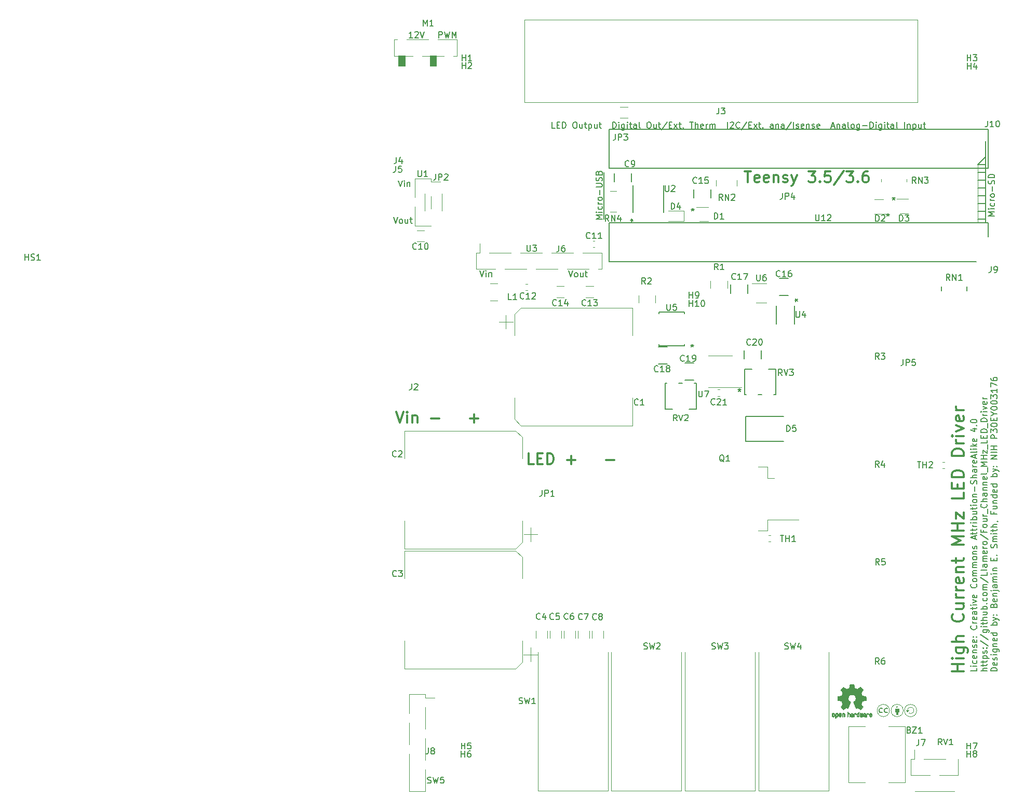
<source format=gto>
G04 #@! TF.GenerationSoftware,KiCad,Pcbnew,(5.1.6)-1*
G04 #@! TF.CreationDate,2021-06-09T19:53:26-07:00*
G04 #@! TF.ProjectId,Four Channel MHz LED Driver - high current,466f7572-2043-4686-916e-6e656c204d48,rev?*
G04 #@! TF.SameCoordinates,Original*
G04 #@! TF.FileFunction,Legend,Top*
G04 #@! TF.FilePolarity,Positive*
%FSLAX46Y46*%
G04 Gerber Fmt 4.6, Leading zero omitted, Abs format (unit mm)*
G04 Created by KiCad (PCBNEW (5.1.6)-1) date 2021-06-09 19:53:26*
%MOMM*%
%LPD*%
G01*
G04 APERTURE LIST*
%ADD10C,0.300000*%
%ADD11C,0.150000*%
%ADD12C,0.120000*%
%ADD13C,0.200000*%
%ADD14C,0.127000*%
%ADD15C,0.010000*%
%ADD16C,0.100000*%
%ADD17C,0.152400*%
G04 APERTURE END LIST*
D10*
X110970000Y-73454285D02*
X111998571Y-73454285D01*
X111484285Y-75254285D02*
X111484285Y-73454285D01*
X113284285Y-75168571D02*
X113112857Y-75254285D01*
X112770000Y-75254285D01*
X112598571Y-75168571D01*
X112512857Y-74997142D01*
X112512857Y-74311428D01*
X112598571Y-74140000D01*
X112770000Y-74054285D01*
X113112857Y-74054285D01*
X113284285Y-74140000D01*
X113370000Y-74311428D01*
X113370000Y-74482857D01*
X112512857Y-74654285D01*
X114827142Y-75168571D02*
X114655714Y-75254285D01*
X114312857Y-75254285D01*
X114141428Y-75168571D01*
X114055714Y-74997142D01*
X114055714Y-74311428D01*
X114141428Y-74140000D01*
X114312857Y-74054285D01*
X114655714Y-74054285D01*
X114827142Y-74140000D01*
X114912857Y-74311428D01*
X114912857Y-74482857D01*
X114055714Y-74654285D01*
X115684285Y-74054285D02*
X115684285Y-75254285D01*
X115684285Y-74225714D02*
X115770000Y-74140000D01*
X115941428Y-74054285D01*
X116198571Y-74054285D01*
X116370000Y-74140000D01*
X116455714Y-74311428D01*
X116455714Y-75254285D01*
X117227142Y-75168571D02*
X117398571Y-75254285D01*
X117741428Y-75254285D01*
X117912857Y-75168571D01*
X117998571Y-74997142D01*
X117998571Y-74911428D01*
X117912857Y-74740000D01*
X117741428Y-74654285D01*
X117484285Y-74654285D01*
X117312857Y-74568571D01*
X117227142Y-74397142D01*
X117227142Y-74311428D01*
X117312857Y-74140000D01*
X117484285Y-74054285D01*
X117741428Y-74054285D01*
X117912857Y-74140000D01*
X118598571Y-74054285D02*
X119027142Y-75254285D01*
X119455714Y-74054285D02*
X119027142Y-75254285D01*
X118855714Y-75682857D01*
X118770000Y-75768571D01*
X118598571Y-75854285D01*
X121341428Y-73454285D02*
X122455714Y-73454285D01*
X121855714Y-74140000D01*
X122112857Y-74140000D01*
X122284285Y-74225714D01*
X122370000Y-74311428D01*
X122455714Y-74482857D01*
X122455714Y-74911428D01*
X122370000Y-75082857D01*
X122284285Y-75168571D01*
X122112857Y-75254285D01*
X121598571Y-75254285D01*
X121427142Y-75168571D01*
X121341428Y-75082857D01*
X123227142Y-75082857D02*
X123312857Y-75168571D01*
X123227142Y-75254285D01*
X123141428Y-75168571D01*
X123227142Y-75082857D01*
X123227142Y-75254285D01*
X124941428Y-73454285D02*
X124084285Y-73454285D01*
X123998571Y-74311428D01*
X124084285Y-74225714D01*
X124255714Y-74140000D01*
X124684285Y-74140000D01*
X124855714Y-74225714D01*
X124941428Y-74311428D01*
X125027142Y-74482857D01*
X125027142Y-74911428D01*
X124941428Y-75082857D01*
X124855714Y-75168571D01*
X124684285Y-75254285D01*
X124255714Y-75254285D01*
X124084285Y-75168571D01*
X123998571Y-75082857D01*
X127084285Y-73368571D02*
X125541428Y-75682857D01*
X127512857Y-73454285D02*
X128627142Y-73454285D01*
X128027142Y-74140000D01*
X128284285Y-74140000D01*
X128455714Y-74225714D01*
X128541428Y-74311428D01*
X128627142Y-74482857D01*
X128627142Y-74911428D01*
X128541428Y-75082857D01*
X128455714Y-75168571D01*
X128284285Y-75254285D01*
X127770000Y-75254285D01*
X127598571Y-75168571D01*
X127512857Y-75082857D01*
X129398571Y-75082857D02*
X129484285Y-75168571D01*
X129398571Y-75254285D01*
X129312857Y-75168571D01*
X129398571Y-75082857D01*
X129398571Y-75254285D01*
X131027142Y-73454285D02*
X130684285Y-73454285D01*
X130512857Y-73540000D01*
X130427142Y-73625714D01*
X130255714Y-73882857D01*
X130170000Y-74225714D01*
X130170000Y-74911428D01*
X130255714Y-75082857D01*
X130341428Y-75168571D01*
X130512857Y-75254285D01*
X130855714Y-75254285D01*
X131027142Y-75168571D01*
X131112857Y-75082857D01*
X131198571Y-74911428D01*
X131198571Y-74482857D01*
X131112857Y-74311428D01*
X131027142Y-74225714D01*
X130855714Y-74140000D01*
X130512857Y-74140000D01*
X130341428Y-74225714D01*
X130255714Y-74311428D01*
X130170000Y-74482857D01*
X76551428Y-121184285D02*
X75694285Y-121184285D01*
X75694285Y-119384285D01*
X77151428Y-120241428D02*
X77751428Y-120241428D01*
X78008571Y-121184285D02*
X77151428Y-121184285D01*
X77151428Y-119384285D01*
X78008571Y-119384285D01*
X78780000Y-121184285D02*
X78780000Y-119384285D01*
X79208571Y-119384285D01*
X79465714Y-119470000D01*
X79637142Y-119641428D01*
X79722857Y-119812857D01*
X79808571Y-120155714D01*
X79808571Y-120412857D01*
X79722857Y-120755714D01*
X79637142Y-120927142D01*
X79465714Y-121098571D01*
X79208571Y-121184285D01*
X78780000Y-121184285D01*
X81951428Y-120498571D02*
X83322857Y-120498571D01*
X82637142Y-121184285D02*
X82637142Y-119812857D01*
X88294285Y-120498571D02*
X89665714Y-120498571D01*
X54135714Y-112664285D02*
X54735714Y-114464285D01*
X55335714Y-112664285D01*
X55935714Y-114464285D02*
X55935714Y-113264285D01*
X55935714Y-112664285D02*
X55850000Y-112750000D01*
X55935714Y-112835714D01*
X56021428Y-112750000D01*
X55935714Y-112664285D01*
X55935714Y-112835714D01*
X56792857Y-113264285D02*
X56792857Y-114464285D01*
X56792857Y-113435714D02*
X56878571Y-113350000D01*
X57050000Y-113264285D01*
X57307142Y-113264285D01*
X57478571Y-113350000D01*
X57564285Y-113521428D01*
X57564285Y-114464285D01*
X59792857Y-113778571D02*
X61164285Y-113778571D01*
X66135714Y-113778571D02*
X67507142Y-113778571D01*
X66821428Y-114464285D02*
X66821428Y-113092857D01*
D11*
X80005238Y-66412380D02*
X79529047Y-66412380D01*
X79529047Y-65412380D01*
X80338571Y-65888571D02*
X80671904Y-65888571D01*
X80814761Y-66412380D02*
X80338571Y-66412380D01*
X80338571Y-65412380D01*
X80814761Y-65412380D01*
X81243333Y-66412380D02*
X81243333Y-65412380D01*
X81481428Y-65412380D01*
X81624285Y-65460000D01*
X81719523Y-65555238D01*
X81767142Y-65650476D01*
X81814761Y-65840952D01*
X81814761Y-65983809D01*
X81767142Y-66174285D01*
X81719523Y-66269523D01*
X81624285Y-66364761D01*
X81481428Y-66412380D01*
X81243333Y-66412380D01*
X83195714Y-65412380D02*
X83386190Y-65412380D01*
X83481428Y-65460000D01*
X83576666Y-65555238D01*
X83624285Y-65745714D01*
X83624285Y-66079047D01*
X83576666Y-66269523D01*
X83481428Y-66364761D01*
X83386190Y-66412380D01*
X83195714Y-66412380D01*
X83100476Y-66364761D01*
X83005238Y-66269523D01*
X82957619Y-66079047D01*
X82957619Y-65745714D01*
X83005238Y-65555238D01*
X83100476Y-65460000D01*
X83195714Y-65412380D01*
X84481428Y-65745714D02*
X84481428Y-66412380D01*
X84052857Y-65745714D02*
X84052857Y-66269523D01*
X84100476Y-66364761D01*
X84195714Y-66412380D01*
X84338571Y-66412380D01*
X84433809Y-66364761D01*
X84481428Y-66317142D01*
X84814761Y-65745714D02*
X85195714Y-65745714D01*
X84957619Y-65412380D02*
X84957619Y-66269523D01*
X85005238Y-66364761D01*
X85100476Y-66412380D01*
X85195714Y-66412380D01*
X85529047Y-65745714D02*
X85529047Y-66745714D01*
X85529047Y-65793333D02*
X85624285Y-65745714D01*
X85814761Y-65745714D01*
X85910000Y-65793333D01*
X85957619Y-65840952D01*
X86005238Y-65936190D01*
X86005238Y-66221904D01*
X85957619Y-66317142D01*
X85910000Y-66364761D01*
X85814761Y-66412380D01*
X85624285Y-66412380D01*
X85529047Y-66364761D01*
X86862380Y-65745714D02*
X86862380Y-66412380D01*
X86433809Y-65745714D02*
X86433809Y-66269523D01*
X86481428Y-66364761D01*
X86576666Y-66412380D01*
X86719523Y-66412380D01*
X86814761Y-66364761D01*
X86862380Y-66317142D01*
X87195714Y-65745714D02*
X87576666Y-65745714D01*
X87338571Y-65412380D02*
X87338571Y-66269523D01*
X87386190Y-66364761D01*
X87481428Y-66412380D01*
X87576666Y-66412380D01*
X89433809Y-66412380D02*
X89433809Y-65412380D01*
X89671904Y-65412380D01*
X89814761Y-65460000D01*
X89910000Y-65555238D01*
X89957619Y-65650476D01*
X90005238Y-65840952D01*
X90005238Y-65983809D01*
X89957619Y-66174285D01*
X89910000Y-66269523D01*
X89814761Y-66364761D01*
X89671904Y-66412380D01*
X89433809Y-66412380D01*
X90433809Y-66412380D02*
X90433809Y-65745714D01*
X90433809Y-65412380D02*
X90386190Y-65460000D01*
X90433809Y-65507619D01*
X90481428Y-65460000D01*
X90433809Y-65412380D01*
X90433809Y-65507619D01*
X91338571Y-65745714D02*
X91338571Y-66555238D01*
X91290952Y-66650476D01*
X91243333Y-66698095D01*
X91148095Y-66745714D01*
X91005238Y-66745714D01*
X90910000Y-66698095D01*
X91338571Y-66364761D02*
X91243333Y-66412380D01*
X91052857Y-66412380D01*
X90957619Y-66364761D01*
X90910000Y-66317142D01*
X90862380Y-66221904D01*
X90862380Y-65936190D01*
X90910000Y-65840952D01*
X90957619Y-65793333D01*
X91052857Y-65745714D01*
X91243333Y-65745714D01*
X91338571Y-65793333D01*
X91814761Y-66412380D02*
X91814761Y-65745714D01*
X91814761Y-65412380D02*
X91767142Y-65460000D01*
X91814761Y-65507619D01*
X91862380Y-65460000D01*
X91814761Y-65412380D01*
X91814761Y-65507619D01*
X92148095Y-65745714D02*
X92529047Y-65745714D01*
X92290952Y-65412380D02*
X92290952Y-66269523D01*
X92338571Y-66364761D01*
X92433809Y-66412380D01*
X92529047Y-66412380D01*
X93290952Y-66412380D02*
X93290952Y-65888571D01*
X93243333Y-65793333D01*
X93148095Y-65745714D01*
X92957619Y-65745714D01*
X92862380Y-65793333D01*
X93290952Y-66364761D02*
X93195714Y-66412380D01*
X92957619Y-66412380D01*
X92862380Y-66364761D01*
X92814761Y-66269523D01*
X92814761Y-66174285D01*
X92862380Y-66079047D01*
X92957619Y-66031428D01*
X93195714Y-66031428D01*
X93290952Y-65983809D01*
X93910000Y-66412380D02*
X93814761Y-66364761D01*
X93767142Y-66269523D01*
X93767142Y-65412380D01*
X95243333Y-65412380D02*
X95433809Y-65412380D01*
X95529047Y-65460000D01*
X95624285Y-65555238D01*
X95671904Y-65745714D01*
X95671904Y-66079047D01*
X95624285Y-66269523D01*
X95529047Y-66364761D01*
X95433809Y-66412380D01*
X95243333Y-66412380D01*
X95148095Y-66364761D01*
X95052857Y-66269523D01*
X95005238Y-66079047D01*
X95005238Y-65745714D01*
X95052857Y-65555238D01*
X95148095Y-65460000D01*
X95243333Y-65412380D01*
X96529047Y-65745714D02*
X96529047Y-66412380D01*
X96100476Y-65745714D02*
X96100476Y-66269523D01*
X96148095Y-66364761D01*
X96243333Y-66412380D01*
X96386190Y-66412380D01*
X96481428Y-66364761D01*
X96529047Y-66317142D01*
X96862380Y-65745714D02*
X97243333Y-65745714D01*
X97005238Y-65412380D02*
X97005238Y-66269523D01*
X97052857Y-66364761D01*
X97148095Y-66412380D01*
X97243333Y-66412380D01*
X98290952Y-65364761D02*
X97433809Y-66650476D01*
X98624285Y-65888571D02*
X98957619Y-65888571D01*
X99100476Y-66412380D02*
X98624285Y-66412380D01*
X98624285Y-65412380D01*
X99100476Y-65412380D01*
X99433809Y-66412380D02*
X99957619Y-65745714D01*
X99433809Y-65745714D02*
X99957619Y-66412380D01*
X100195714Y-65745714D02*
X100576666Y-65745714D01*
X100338571Y-65412380D02*
X100338571Y-66269523D01*
X100386190Y-66364761D01*
X100481428Y-66412380D01*
X100576666Y-66412380D01*
X100910000Y-66317142D02*
X100957619Y-66364761D01*
X100910000Y-66412380D01*
X100862380Y-66364761D01*
X100910000Y-66317142D01*
X100910000Y-66412380D01*
X102005238Y-65412380D02*
X102576666Y-65412380D01*
X102290952Y-66412380D02*
X102290952Y-65412380D01*
X102910000Y-66412380D02*
X102910000Y-65412380D01*
X103338571Y-66412380D02*
X103338571Y-65888571D01*
X103290952Y-65793333D01*
X103195714Y-65745714D01*
X103052857Y-65745714D01*
X102957619Y-65793333D01*
X102910000Y-65840952D01*
X104195714Y-66364761D02*
X104100476Y-66412380D01*
X103910000Y-66412380D01*
X103814761Y-66364761D01*
X103767142Y-66269523D01*
X103767142Y-65888571D01*
X103814761Y-65793333D01*
X103910000Y-65745714D01*
X104100476Y-65745714D01*
X104195714Y-65793333D01*
X104243333Y-65888571D01*
X104243333Y-65983809D01*
X103767142Y-66079047D01*
X104671904Y-66412380D02*
X104671904Y-65745714D01*
X104671904Y-65936190D02*
X104719523Y-65840952D01*
X104767142Y-65793333D01*
X104862380Y-65745714D01*
X104957619Y-65745714D01*
X105290952Y-66412380D02*
X105290952Y-65745714D01*
X105290952Y-65840952D02*
X105338571Y-65793333D01*
X105433809Y-65745714D01*
X105576666Y-65745714D01*
X105671904Y-65793333D01*
X105719523Y-65888571D01*
X105719523Y-66412380D01*
X105719523Y-65888571D02*
X105767142Y-65793333D01*
X105862380Y-65745714D01*
X106005238Y-65745714D01*
X106100476Y-65793333D01*
X106148095Y-65888571D01*
X106148095Y-66412380D01*
X108148095Y-66412380D02*
X108148095Y-65412380D01*
X108576666Y-65507619D02*
X108624285Y-65460000D01*
X108719523Y-65412380D01*
X108957619Y-65412380D01*
X109052857Y-65460000D01*
X109100476Y-65507619D01*
X109148095Y-65602857D01*
X109148095Y-65698095D01*
X109100476Y-65840952D01*
X108529047Y-66412380D01*
X109148095Y-66412380D01*
X110148095Y-66317142D02*
X110100476Y-66364761D01*
X109957619Y-66412380D01*
X109862380Y-66412380D01*
X109719523Y-66364761D01*
X109624285Y-66269523D01*
X109576666Y-66174285D01*
X109529047Y-65983809D01*
X109529047Y-65840952D01*
X109576666Y-65650476D01*
X109624285Y-65555238D01*
X109719523Y-65460000D01*
X109862380Y-65412380D01*
X109957619Y-65412380D01*
X110100476Y-65460000D01*
X110148095Y-65507619D01*
X111290952Y-65364761D02*
X110433809Y-66650476D01*
X111624285Y-65888571D02*
X111957619Y-65888571D01*
X112100476Y-66412380D02*
X111624285Y-66412380D01*
X111624285Y-65412380D01*
X112100476Y-65412380D01*
X112433809Y-66412380D02*
X112957619Y-65745714D01*
X112433809Y-65745714D02*
X112957619Y-66412380D01*
X113195714Y-65745714D02*
X113576666Y-65745714D01*
X113338571Y-65412380D02*
X113338571Y-66269523D01*
X113386190Y-66364761D01*
X113481428Y-66412380D01*
X113576666Y-66412380D01*
X113910000Y-66317142D02*
X113957619Y-66364761D01*
X113910000Y-66412380D01*
X113862380Y-66364761D01*
X113910000Y-66317142D01*
X113910000Y-66412380D01*
X115576666Y-66412380D02*
X115576666Y-65888571D01*
X115529047Y-65793333D01*
X115433809Y-65745714D01*
X115243333Y-65745714D01*
X115148095Y-65793333D01*
X115576666Y-66364761D02*
X115481428Y-66412380D01*
X115243333Y-66412380D01*
X115148095Y-66364761D01*
X115100476Y-66269523D01*
X115100476Y-66174285D01*
X115148095Y-66079047D01*
X115243333Y-66031428D01*
X115481428Y-66031428D01*
X115576666Y-65983809D01*
X116052857Y-65745714D02*
X116052857Y-66412380D01*
X116052857Y-65840952D02*
X116100476Y-65793333D01*
X116195714Y-65745714D01*
X116338571Y-65745714D01*
X116433809Y-65793333D01*
X116481428Y-65888571D01*
X116481428Y-66412380D01*
X117386190Y-66412380D02*
X117386190Y-65888571D01*
X117338571Y-65793333D01*
X117243333Y-65745714D01*
X117052857Y-65745714D01*
X116957619Y-65793333D01*
X117386190Y-66364761D02*
X117290952Y-66412380D01*
X117052857Y-66412380D01*
X116957619Y-66364761D01*
X116910000Y-66269523D01*
X116910000Y-66174285D01*
X116957619Y-66079047D01*
X117052857Y-66031428D01*
X117290952Y-66031428D01*
X117386190Y-65983809D01*
X118576666Y-65364761D02*
X117719523Y-66650476D01*
X118910000Y-66412380D02*
X118910000Y-65412380D01*
X119338571Y-66364761D02*
X119433809Y-66412380D01*
X119624285Y-66412380D01*
X119719523Y-66364761D01*
X119767142Y-66269523D01*
X119767142Y-66221904D01*
X119719523Y-66126666D01*
X119624285Y-66079047D01*
X119481428Y-66079047D01*
X119386190Y-66031428D01*
X119338571Y-65936190D01*
X119338571Y-65888571D01*
X119386190Y-65793333D01*
X119481428Y-65745714D01*
X119624285Y-65745714D01*
X119719523Y-65793333D01*
X120576666Y-66364761D02*
X120481428Y-66412380D01*
X120290952Y-66412380D01*
X120195714Y-66364761D01*
X120148095Y-66269523D01*
X120148095Y-65888571D01*
X120195714Y-65793333D01*
X120290952Y-65745714D01*
X120481428Y-65745714D01*
X120576666Y-65793333D01*
X120624285Y-65888571D01*
X120624285Y-65983809D01*
X120148095Y-66079047D01*
X121052857Y-65745714D02*
X121052857Y-66412380D01*
X121052857Y-65840952D02*
X121100476Y-65793333D01*
X121195714Y-65745714D01*
X121338571Y-65745714D01*
X121433809Y-65793333D01*
X121481428Y-65888571D01*
X121481428Y-66412380D01*
X121910000Y-66364761D02*
X122005238Y-66412380D01*
X122195714Y-66412380D01*
X122290952Y-66364761D01*
X122338571Y-66269523D01*
X122338571Y-66221904D01*
X122290952Y-66126666D01*
X122195714Y-66079047D01*
X122052857Y-66079047D01*
X121957619Y-66031428D01*
X121910000Y-65936190D01*
X121910000Y-65888571D01*
X121957619Y-65793333D01*
X122052857Y-65745714D01*
X122195714Y-65745714D01*
X122290952Y-65793333D01*
X123148095Y-66364761D02*
X123052857Y-66412380D01*
X122862380Y-66412380D01*
X122767142Y-66364761D01*
X122719523Y-66269523D01*
X122719523Y-65888571D01*
X122767142Y-65793333D01*
X122862380Y-65745714D01*
X123052857Y-65745714D01*
X123148095Y-65793333D01*
X123195714Y-65888571D01*
X123195714Y-65983809D01*
X122719523Y-66079047D01*
X125100476Y-66126666D02*
X125576666Y-66126666D01*
X125005238Y-66412380D02*
X125338571Y-65412380D01*
X125671904Y-66412380D01*
X126005238Y-65745714D02*
X126005238Y-66412380D01*
X126005238Y-65840952D02*
X126052857Y-65793333D01*
X126148095Y-65745714D01*
X126290952Y-65745714D01*
X126386190Y-65793333D01*
X126433809Y-65888571D01*
X126433809Y-66412380D01*
X127338571Y-66412380D02*
X127338571Y-65888571D01*
X127290952Y-65793333D01*
X127195714Y-65745714D01*
X127005238Y-65745714D01*
X126909999Y-65793333D01*
X127338571Y-66364761D02*
X127243333Y-66412380D01*
X127005238Y-66412380D01*
X126909999Y-66364761D01*
X126862380Y-66269523D01*
X126862380Y-66174285D01*
X126909999Y-66079047D01*
X127005238Y-66031428D01*
X127243333Y-66031428D01*
X127338571Y-65983809D01*
X127957619Y-66412380D02*
X127862380Y-66364761D01*
X127814761Y-66269523D01*
X127814761Y-65412380D01*
X128481428Y-66412380D02*
X128386190Y-66364761D01*
X128338571Y-66317142D01*
X128290952Y-66221904D01*
X128290952Y-65936190D01*
X128338571Y-65840952D01*
X128386190Y-65793333D01*
X128481428Y-65745714D01*
X128624285Y-65745714D01*
X128719523Y-65793333D01*
X128767142Y-65840952D01*
X128814761Y-65936190D01*
X128814761Y-66221904D01*
X128767142Y-66317142D01*
X128719523Y-66364761D01*
X128624285Y-66412380D01*
X128481428Y-66412380D01*
X129671904Y-65745714D02*
X129671904Y-66555238D01*
X129624285Y-66650476D01*
X129576666Y-66698095D01*
X129481428Y-66745714D01*
X129338571Y-66745714D01*
X129243333Y-66698095D01*
X129671904Y-66364761D02*
X129576666Y-66412380D01*
X129386190Y-66412380D01*
X129290952Y-66364761D01*
X129243333Y-66317142D01*
X129195714Y-66221904D01*
X129195714Y-65936190D01*
X129243333Y-65840952D01*
X129290952Y-65793333D01*
X129386190Y-65745714D01*
X129576666Y-65745714D01*
X129671904Y-65793333D01*
X130148095Y-66031428D02*
X130909999Y-66031428D01*
X131386190Y-66412380D02*
X131386190Y-65412380D01*
X131624285Y-65412380D01*
X131767142Y-65460000D01*
X131862380Y-65555238D01*
X131909999Y-65650476D01*
X131957619Y-65840952D01*
X131957619Y-65983809D01*
X131909999Y-66174285D01*
X131862380Y-66269523D01*
X131767142Y-66364761D01*
X131624285Y-66412380D01*
X131386190Y-66412380D01*
X132386190Y-66412380D02*
X132386190Y-65745714D01*
X132386190Y-65412380D02*
X132338571Y-65460000D01*
X132386190Y-65507619D01*
X132433809Y-65460000D01*
X132386190Y-65412380D01*
X132386190Y-65507619D01*
X133290952Y-65745714D02*
X133290952Y-66555238D01*
X133243333Y-66650476D01*
X133195714Y-66698095D01*
X133100476Y-66745714D01*
X132957619Y-66745714D01*
X132862380Y-66698095D01*
X133290952Y-66364761D02*
X133195714Y-66412380D01*
X133005238Y-66412380D01*
X132909999Y-66364761D01*
X132862380Y-66317142D01*
X132814761Y-66221904D01*
X132814761Y-65936190D01*
X132862380Y-65840952D01*
X132909999Y-65793333D01*
X133005238Y-65745714D01*
X133195714Y-65745714D01*
X133290952Y-65793333D01*
X133767142Y-66412380D02*
X133767142Y-65745714D01*
X133767142Y-65412380D02*
X133719523Y-65460000D01*
X133767142Y-65507619D01*
X133814761Y-65460000D01*
X133767142Y-65412380D01*
X133767142Y-65507619D01*
X134100476Y-65745714D02*
X134481428Y-65745714D01*
X134243333Y-65412380D02*
X134243333Y-66269523D01*
X134290952Y-66364761D01*
X134386190Y-66412380D01*
X134481428Y-66412380D01*
X135243333Y-66412380D02*
X135243333Y-65888571D01*
X135195714Y-65793333D01*
X135100476Y-65745714D01*
X134910000Y-65745714D01*
X134814761Y-65793333D01*
X135243333Y-66364761D02*
X135148095Y-66412380D01*
X134910000Y-66412380D01*
X134814761Y-66364761D01*
X134767142Y-66269523D01*
X134767142Y-66174285D01*
X134814761Y-66079047D01*
X134910000Y-66031428D01*
X135148095Y-66031428D01*
X135243333Y-65983809D01*
X135862380Y-66412380D02*
X135767142Y-66364761D01*
X135719523Y-66269523D01*
X135719523Y-65412380D01*
X137005238Y-66412380D02*
X137005238Y-65412380D01*
X137481428Y-65745714D02*
X137481428Y-66412380D01*
X137481428Y-65840952D02*
X137529047Y-65793333D01*
X137624285Y-65745714D01*
X137767142Y-65745714D01*
X137862380Y-65793333D01*
X137909999Y-65888571D01*
X137909999Y-66412380D01*
X138386190Y-65745714D02*
X138386190Y-66745714D01*
X138386190Y-65793333D02*
X138481428Y-65745714D01*
X138671904Y-65745714D01*
X138767142Y-65793333D01*
X138814761Y-65840952D01*
X138862380Y-65936190D01*
X138862380Y-66221904D01*
X138814761Y-66317142D01*
X138767142Y-66364761D01*
X138671904Y-66412380D01*
X138481428Y-66412380D01*
X138386190Y-66364761D01*
X139719523Y-65745714D02*
X139719523Y-66412380D01*
X139290952Y-65745714D02*
X139290952Y-66269523D01*
X139338571Y-66364761D01*
X139433809Y-66412380D01*
X139576666Y-66412380D01*
X139671904Y-66364761D01*
X139719523Y-66317142D01*
X140052857Y-65745714D02*
X140433809Y-65745714D01*
X140195714Y-65412380D02*
X140195714Y-66269523D01*
X140243333Y-66364761D01*
X140338571Y-66412380D01*
X140433809Y-66412380D01*
X110110000Y-108882380D02*
X110110000Y-109120476D01*
X109871904Y-109025238D02*
X110110000Y-109120476D01*
X110348095Y-109025238D01*
X109967142Y-109310952D02*
X110110000Y-109120476D01*
X110252857Y-109310952D01*
X148802380Y-154458214D02*
X148802380Y-154934404D01*
X147802380Y-154934404D01*
X148802380Y-154124880D02*
X148135714Y-154124880D01*
X147802380Y-154124880D02*
X147850000Y-154172500D01*
X147897619Y-154124880D01*
X147850000Y-154077261D01*
X147802380Y-154124880D01*
X147897619Y-154124880D01*
X148754761Y-153220119D02*
X148802380Y-153315357D01*
X148802380Y-153505833D01*
X148754761Y-153601071D01*
X148707142Y-153648690D01*
X148611904Y-153696309D01*
X148326190Y-153696309D01*
X148230952Y-153648690D01*
X148183333Y-153601071D01*
X148135714Y-153505833D01*
X148135714Y-153315357D01*
X148183333Y-153220119D01*
X148754761Y-152410595D02*
X148802380Y-152505833D01*
X148802380Y-152696309D01*
X148754761Y-152791547D01*
X148659523Y-152839166D01*
X148278571Y-152839166D01*
X148183333Y-152791547D01*
X148135714Y-152696309D01*
X148135714Y-152505833D01*
X148183333Y-152410595D01*
X148278571Y-152362976D01*
X148373809Y-152362976D01*
X148469047Y-152839166D01*
X148135714Y-151934404D02*
X148802380Y-151934404D01*
X148230952Y-151934404D02*
X148183333Y-151886785D01*
X148135714Y-151791547D01*
X148135714Y-151648690D01*
X148183333Y-151553452D01*
X148278571Y-151505833D01*
X148802380Y-151505833D01*
X148754761Y-151077261D02*
X148802380Y-150982023D01*
X148802380Y-150791547D01*
X148754761Y-150696309D01*
X148659523Y-150648690D01*
X148611904Y-150648690D01*
X148516666Y-150696309D01*
X148469047Y-150791547D01*
X148469047Y-150934404D01*
X148421428Y-151029642D01*
X148326190Y-151077261D01*
X148278571Y-151077261D01*
X148183333Y-151029642D01*
X148135714Y-150934404D01*
X148135714Y-150791547D01*
X148183333Y-150696309D01*
X148754761Y-149839166D02*
X148802380Y-149934404D01*
X148802380Y-150124880D01*
X148754761Y-150220119D01*
X148659523Y-150267738D01*
X148278571Y-150267738D01*
X148183333Y-150220119D01*
X148135714Y-150124880D01*
X148135714Y-149934404D01*
X148183333Y-149839166D01*
X148278571Y-149791547D01*
X148373809Y-149791547D01*
X148469047Y-150267738D01*
X148707142Y-149362976D02*
X148754761Y-149315357D01*
X148802380Y-149362976D01*
X148754761Y-149410595D01*
X148707142Y-149362976D01*
X148802380Y-149362976D01*
X148183333Y-149362976D02*
X148230952Y-149315357D01*
X148278571Y-149362976D01*
X148230952Y-149410595D01*
X148183333Y-149362976D01*
X148278571Y-149362976D01*
X148707142Y-147553452D02*
X148754761Y-147601071D01*
X148802380Y-147743928D01*
X148802380Y-147839166D01*
X148754761Y-147982023D01*
X148659523Y-148077261D01*
X148564285Y-148124880D01*
X148373809Y-148172500D01*
X148230952Y-148172500D01*
X148040476Y-148124880D01*
X147945238Y-148077261D01*
X147850000Y-147982023D01*
X147802380Y-147839166D01*
X147802380Y-147743928D01*
X147850000Y-147601071D01*
X147897619Y-147553452D01*
X148802380Y-147124880D02*
X148135714Y-147124880D01*
X148326190Y-147124880D02*
X148230952Y-147077261D01*
X148183333Y-147029642D01*
X148135714Y-146934404D01*
X148135714Y-146839166D01*
X148754761Y-146124880D02*
X148802380Y-146220119D01*
X148802380Y-146410595D01*
X148754761Y-146505833D01*
X148659523Y-146553452D01*
X148278571Y-146553452D01*
X148183333Y-146505833D01*
X148135714Y-146410595D01*
X148135714Y-146220119D01*
X148183333Y-146124880D01*
X148278571Y-146077261D01*
X148373809Y-146077261D01*
X148469047Y-146553452D01*
X148802380Y-145220119D02*
X148278571Y-145220119D01*
X148183333Y-145267738D01*
X148135714Y-145362976D01*
X148135714Y-145553452D01*
X148183333Y-145648690D01*
X148754761Y-145220119D02*
X148802380Y-145315357D01*
X148802380Y-145553452D01*
X148754761Y-145648690D01*
X148659523Y-145696309D01*
X148564285Y-145696309D01*
X148469047Y-145648690D01*
X148421428Y-145553452D01*
X148421428Y-145315357D01*
X148373809Y-145220119D01*
X148135714Y-144886785D02*
X148135714Y-144505833D01*
X147802380Y-144743928D02*
X148659523Y-144743928D01*
X148754761Y-144696309D01*
X148802380Y-144601071D01*
X148802380Y-144505833D01*
X148802380Y-144172500D02*
X148135714Y-144172500D01*
X147802380Y-144172500D02*
X147850000Y-144220119D01*
X147897619Y-144172500D01*
X147850000Y-144124880D01*
X147802380Y-144172500D01*
X147897619Y-144172500D01*
X148135714Y-143791547D02*
X148802380Y-143553452D01*
X148135714Y-143315357D01*
X148754761Y-142553452D02*
X148802380Y-142648690D01*
X148802380Y-142839166D01*
X148754761Y-142934404D01*
X148659523Y-142982023D01*
X148278571Y-142982023D01*
X148183333Y-142934404D01*
X148135714Y-142839166D01*
X148135714Y-142648690D01*
X148183333Y-142553452D01*
X148278571Y-142505833D01*
X148373809Y-142505833D01*
X148469047Y-142982023D01*
X148707142Y-140743928D02*
X148754761Y-140791547D01*
X148802380Y-140934404D01*
X148802380Y-141029642D01*
X148754761Y-141172500D01*
X148659523Y-141267738D01*
X148564285Y-141315357D01*
X148373809Y-141362976D01*
X148230952Y-141362976D01*
X148040476Y-141315357D01*
X147945238Y-141267738D01*
X147850000Y-141172500D01*
X147802380Y-141029642D01*
X147802380Y-140934404D01*
X147850000Y-140791547D01*
X147897619Y-140743928D01*
X148802380Y-140172500D02*
X148754761Y-140267738D01*
X148707142Y-140315357D01*
X148611904Y-140362976D01*
X148326190Y-140362976D01*
X148230952Y-140315357D01*
X148183333Y-140267738D01*
X148135714Y-140172500D01*
X148135714Y-140029642D01*
X148183333Y-139934404D01*
X148230952Y-139886785D01*
X148326190Y-139839166D01*
X148611904Y-139839166D01*
X148707142Y-139886785D01*
X148754761Y-139934404D01*
X148802380Y-140029642D01*
X148802380Y-140172500D01*
X148802380Y-139410595D02*
X148135714Y-139410595D01*
X148230952Y-139410595D02*
X148183333Y-139362976D01*
X148135714Y-139267738D01*
X148135714Y-139124880D01*
X148183333Y-139029642D01*
X148278571Y-138982023D01*
X148802380Y-138982023D01*
X148278571Y-138982023D02*
X148183333Y-138934404D01*
X148135714Y-138839166D01*
X148135714Y-138696309D01*
X148183333Y-138601071D01*
X148278571Y-138553452D01*
X148802380Y-138553452D01*
X148802380Y-138077261D02*
X148135714Y-138077261D01*
X148230952Y-138077261D02*
X148183333Y-138029642D01*
X148135714Y-137934404D01*
X148135714Y-137791547D01*
X148183333Y-137696309D01*
X148278571Y-137648690D01*
X148802380Y-137648690D01*
X148278571Y-137648690D02*
X148183333Y-137601071D01*
X148135714Y-137505833D01*
X148135714Y-137362976D01*
X148183333Y-137267738D01*
X148278571Y-137220119D01*
X148802380Y-137220119D01*
X148802380Y-136601071D02*
X148754761Y-136696309D01*
X148707142Y-136743928D01*
X148611904Y-136791547D01*
X148326190Y-136791547D01*
X148230952Y-136743928D01*
X148183333Y-136696309D01*
X148135714Y-136601071D01*
X148135714Y-136458214D01*
X148183333Y-136362976D01*
X148230952Y-136315357D01*
X148326190Y-136267738D01*
X148611904Y-136267738D01*
X148707142Y-136315357D01*
X148754761Y-136362976D01*
X148802380Y-136458214D01*
X148802380Y-136601071D01*
X148135714Y-135839166D02*
X148802380Y-135839166D01*
X148230952Y-135839166D02*
X148183333Y-135791547D01*
X148135714Y-135696309D01*
X148135714Y-135553452D01*
X148183333Y-135458214D01*
X148278571Y-135410595D01*
X148802380Y-135410595D01*
X148754761Y-134982023D02*
X148802380Y-134886785D01*
X148802380Y-134696309D01*
X148754761Y-134601071D01*
X148659523Y-134553452D01*
X148611904Y-134553452D01*
X148516666Y-134601071D01*
X148469047Y-134696309D01*
X148469047Y-134839166D01*
X148421428Y-134934404D01*
X148326190Y-134982023D01*
X148278571Y-134982023D01*
X148183333Y-134934404D01*
X148135714Y-134839166D01*
X148135714Y-134696309D01*
X148183333Y-134601071D01*
X148516666Y-133410595D02*
X148516666Y-132934404D01*
X148802380Y-133505833D02*
X147802380Y-133172500D01*
X148802380Y-132839166D01*
X148135714Y-132648690D02*
X148135714Y-132267738D01*
X147802380Y-132505833D02*
X148659523Y-132505833D01*
X148754761Y-132458214D01*
X148802380Y-132362976D01*
X148802380Y-132267738D01*
X148135714Y-132077261D02*
X148135714Y-131696309D01*
X147802380Y-131934404D02*
X148659523Y-131934404D01*
X148754761Y-131886785D01*
X148802380Y-131791547D01*
X148802380Y-131696309D01*
X148802380Y-131362976D02*
X148135714Y-131362976D01*
X148326190Y-131362976D02*
X148230952Y-131315357D01*
X148183333Y-131267738D01*
X148135714Y-131172500D01*
X148135714Y-131077261D01*
X148802380Y-130743928D02*
X148135714Y-130743928D01*
X147802380Y-130743928D02*
X147850000Y-130791547D01*
X147897619Y-130743928D01*
X147850000Y-130696309D01*
X147802380Y-130743928D01*
X147897619Y-130743928D01*
X148802380Y-130267738D02*
X147802380Y-130267738D01*
X148183333Y-130267738D02*
X148135714Y-130172500D01*
X148135714Y-129982023D01*
X148183333Y-129886785D01*
X148230952Y-129839166D01*
X148326190Y-129791547D01*
X148611904Y-129791547D01*
X148707142Y-129839166D01*
X148754761Y-129886785D01*
X148802380Y-129982023D01*
X148802380Y-130172500D01*
X148754761Y-130267738D01*
X148135714Y-128934404D02*
X148802380Y-128934404D01*
X148135714Y-129362976D02*
X148659523Y-129362976D01*
X148754761Y-129315357D01*
X148802380Y-129220119D01*
X148802380Y-129077261D01*
X148754761Y-128982023D01*
X148707142Y-128934404D01*
X148135714Y-128601071D02*
X148135714Y-128220119D01*
X147802380Y-128458214D02*
X148659523Y-128458214D01*
X148754761Y-128410595D01*
X148802380Y-128315357D01*
X148802380Y-128220119D01*
X148802380Y-127886785D02*
X148135714Y-127886785D01*
X147802380Y-127886785D02*
X147850000Y-127934404D01*
X147897619Y-127886785D01*
X147850000Y-127839166D01*
X147802380Y-127886785D01*
X147897619Y-127886785D01*
X148802380Y-127267738D02*
X148754761Y-127362976D01*
X148707142Y-127410595D01*
X148611904Y-127458214D01*
X148326190Y-127458214D01*
X148230952Y-127410595D01*
X148183333Y-127362976D01*
X148135714Y-127267738D01*
X148135714Y-127124880D01*
X148183333Y-127029642D01*
X148230952Y-126982023D01*
X148326190Y-126934404D01*
X148611904Y-126934404D01*
X148707142Y-126982023D01*
X148754761Y-127029642D01*
X148802380Y-127124880D01*
X148802380Y-127267738D01*
X148135714Y-126505833D02*
X148802380Y-126505833D01*
X148230952Y-126505833D02*
X148183333Y-126458214D01*
X148135714Y-126362976D01*
X148135714Y-126220119D01*
X148183333Y-126124880D01*
X148278571Y-126077261D01*
X148802380Y-126077261D01*
X148421428Y-125601071D02*
X148421428Y-124839166D01*
X148754761Y-124410595D02*
X148802380Y-124267738D01*
X148802380Y-124029642D01*
X148754761Y-123934404D01*
X148707142Y-123886785D01*
X148611904Y-123839166D01*
X148516666Y-123839166D01*
X148421428Y-123886785D01*
X148373809Y-123934404D01*
X148326190Y-124029642D01*
X148278571Y-124220119D01*
X148230952Y-124315357D01*
X148183333Y-124362976D01*
X148088095Y-124410595D01*
X147992857Y-124410595D01*
X147897619Y-124362976D01*
X147850000Y-124315357D01*
X147802380Y-124220119D01*
X147802380Y-123982023D01*
X147850000Y-123839166D01*
X148802380Y-123410595D02*
X147802380Y-123410595D01*
X148802380Y-122982023D02*
X148278571Y-122982023D01*
X148183333Y-123029642D01*
X148135714Y-123124880D01*
X148135714Y-123267738D01*
X148183333Y-123362976D01*
X148230952Y-123410595D01*
X148802380Y-122077261D02*
X148278571Y-122077261D01*
X148183333Y-122124880D01*
X148135714Y-122220119D01*
X148135714Y-122410595D01*
X148183333Y-122505833D01*
X148754761Y-122077261D02*
X148802380Y-122172500D01*
X148802380Y-122410595D01*
X148754761Y-122505833D01*
X148659523Y-122553452D01*
X148564285Y-122553452D01*
X148469047Y-122505833D01*
X148421428Y-122410595D01*
X148421428Y-122172500D01*
X148373809Y-122077261D01*
X148802380Y-121601071D02*
X148135714Y-121601071D01*
X148326190Y-121601071D02*
X148230952Y-121553452D01*
X148183333Y-121505833D01*
X148135714Y-121410595D01*
X148135714Y-121315357D01*
X148754761Y-120601071D02*
X148802380Y-120696309D01*
X148802380Y-120886785D01*
X148754761Y-120982023D01*
X148659523Y-121029642D01*
X148278571Y-121029642D01*
X148183333Y-120982023D01*
X148135714Y-120886785D01*
X148135714Y-120696309D01*
X148183333Y-120601071D01*
X148278571Y-120553452D01*
X148373809Y-120553452D01*
X148469047Y-121029642D01*
X148516666Y-120172500D02*
X148516666Y-119696309D01*
X148802380Y-120267738D02*
X147802380Y-119934404D01*
X148802380Y-119601071D01*
X148802380Y-119124880D02*
X148754761Y-119220119D01*
X148659523Y-119267738D01*
X147802380Y-119267738D01*
X148802380Y-118743928D02*
X148135714Y-118743928D01*
X147802380Y-118743928D02*
X147850000Y-118791547D01*
X147897619Y-118743928D01*
X147850000Y-118696309D01*
X147802380Y-118743928D01*
X147897619Y-118743928D01*
X148802380Y-118267738D02*
X147802380Y-118267738D01*
X148421428Y-118172500D02*
X148802380Y-117886785D01*
X148135714Y-117886785D02*
X148516666Y-118267738D01*
X148754761Y-117077261D02*
X148802380Y-117172500D01*
X148802380Y-117362976D01*
X148754761Y-117458214D01*
X148659523Y-117505833D01*
X148278571Y-117505833D01*
X148183333Y-117458214D01*
X148135714Y-117362976D01*
X148135714Y-117172500D01*
X148183333Y-117077261D01*
X148278571Y-117029642D01*
X148373809Y-117029642D01*
X148469047Y-117505833D01*
X148135714Y-115410595D02*
X148802380Y-115410595D01*
X147754761Y-115648690D02*
X148469047Y-115886785D01*
X148469047Y-115267738D01*
X148707142Y-114886785D02*
X148754761Y-114839166D01*
X148802380Y-114886785D01*
X148754761Y-114934404D01*
X148707142Y-114886785D01*
X148802380Y-114886785D01*
X147802380Y-114220119D02*
X147802380Y-114124880D01*
X147850000Y-114029642D01*
X147897619Y-113982023D01*
X147992857Y-113934404D01*
X148183333Y-113886785D01*
X148421428Y-113886785D01*
X148611904Y-113934404D01*
X148707142Y-113982023D01*
X148754761Y-114029642D01*
X148802380Y-114124880D01*
X148802380Y-114220119D01*
X148754761Y-114315357D01*
X148707142Y-114362976D01*
X148611904Y-114410595D01*
X148421428Y-114458214D01*
X148183333Y-114458214D01*
X147992857Y-114410595D01*
X147897619Y-114362976D01*
X147850000Y-114315357D01*
X147802380Y-114220119D01*
X150452380Y-154934404D02*
X149452380Y-154934404D01*
X150452380Y-154505833D02*
X149928571Y-154505833D01*
X149833333Y-154553452D01*
X149785714Y-154648690D01*
X149785714Y-154791547D01*
X149833333Y-154886785D01*
X149880952Y-154934404D01*
X149785714Y-154172500D02*
X149785714Y-153791547D01*
X149452380Y-154029642D02*
X150309523Y-154029642D01*
X150404761Y-153982023D01*
X150452380Y-153886785D01*
X150452380Y-153791547D01*
X149785714Y-153601071D02*
X149785714Y-153220119D01*
X149452380Y-153458214D02*
X150309523Y-153458214D01*
X150404761Y-153410595D01*
X150452380Y-153315357D01*
X150452380Y-153220119D01*
X149785714Y-152886785D02*
X150785714Y-152886785D01*
X149833333Y-152886785D02*
X149785714Y-152791547D01*
X149785714Y-152601071D01*
X149833333Y-152505833D01*
X149880952Y-152458214D01*
X149976190Y-152410595D01*
X150261904Y-152410595D01*
X150357142Y-152458214D01*
X150404761Y-152505833D01*
X150452380Y-152601071D01*
X150452380Y-152791547D01*
X150404761Y-152886785D01*
X150404761Y-152029642D02*
X150452380Y-151934404D01*
X150452380Y-151743928D01*
X150404761Y-151648690D01*
X150309523Y-151601071D01*
X150261904Y-151601071D01*
X150166666Y-151648690D01*
X150119047Y-151743928D01*
X150119047Y-151886785D01*
X150071428Y-151982023D01*
X149976190Y-152029642D01*
X149928571Y-152029642D01*
X149833333Y-151982023D01*
X149785714Y-151886785D01*
X149785714Y-151743928D01*
X149833333Y-151648690D01*
X150357142Y-151172500D02*
X150404761Y-151124880D01*
X150452380Y-151172500D01*
X150404761Y-151220119D01*
X150357142Y-151172500D01*
X150452380Y-151172500D01*
X149833333Y-151172500D02*
X149880952Y-151124880D01*
X149928571Y-151172500D01*
X149880952Y-151220119D01*
X149833333Y-151172500D01*
X149928571Y-151172500D01*
X149404761Y-149982023D02*
X150690476Y-150839166D01*
X149404761Y-148934404D02*
X150690476Y-149791547D01*
X149785714Y-148172500D02*
X150595238Y-148172500D01*
X150690476Y-148220119D01*
X150738095Y-148267738D01*
X150785714Y-148362976D01*
X150785714Y-148505833D01*
X150738095Y-148601071D01*
X150404761Y-148172500D02*
X150452380Y-148267738D01*
X150452380Y-148458214D01*
X150404761Y-148553452D01*
X150357142Y-148601071D01*
X150261904Y-148648690D01*
X149976190Y-148648690D01*
X149880952Y-148601071D01*
X149833333Y-148553452D01*
X149785714Y-148458214D01*
X149785714Y-148267738D01*
X149833333Y-148172500D01*
X150452380Y-147696309D02*
X149785714Y-147696309D01*
X149452380Y-147696309D02*
X149500000Y-147743928D01*
X149547619Y-147696309D01*
X149500000Y-147648690D01*
X149452380Y-147696309D01*
X149547619Y-147696309D01*
X149785714Y-147362976D02*
X149785714Y-146982023D01*
X149452380Y-147220119D02*
X150309523Y-147220119D01*
X150404761Y-147172500D01*
X150452380Y-147077261D01*
X150452380Y-146982023D01*
X150452380Y-146648690D02*
X149452380Y-146648690D01*
X150452380Y-146220119D02*
X149928571Y-146220119D01*
X149833333Y-146267738D01*
X149785714Y-146362976D01*
X149785714Y-146505833D01*
X149833333Y-146601071D01*
X149880952Y-146648690D01*
X149785714Y-145315357D02*
X150452380Y-145315357D01*
X149785714Y-145743928D02*
X150309523Y-145743928D01*
X150404761Y-145696309D01*
X150452380Y-145601071D01*
X150452380Y-145458214D01*
X150404761Y-145362976D01*
X150357142Y-145315357D01*
X150452380Y-144839166D02*
X149452380Y-144839166D01*
X149833333Y-144839166D02*
X149785714Y-144743928D01*
X149785714Y-144553452D01*
X149833333Y-144458214D01*
X149880952Y-144410595D01*
X149976190Y-144362976D01*
X150261904Y-144362976D01*
X150357142Y-144410595D01*
X150404761Y-144458214D01*
X150452380Y-144553452D01*
X150452380Y-144743928D01*
X150404761Y-144839166D01*
X150357142Y-143934404D02*
X150404761Y-143886785D01*
X150452380Y-143934404D01*
X150404761Y-143982023D01*
X150357142Y-143934404D01*
X150452380Y-143934404D01*
X150404761Y-143029642D02*
X150452380Y-143124880D01*
X150452380Y-143315357D01*
X150404761Y-143410595D01*
X150357142Y-143458214D01*
X150261904Y-143505833D01*
X149976190Y-143505833D01*
X149880952Y-143458214D01*
X149833333Y-143410595D01*
X149785714Y-143315357D01*
X149785714Y-143124880D01*
X149833333Y-143029642D01*
X150452380Y-142458214D02*
X150404761Y-142553452D01*
X150357142Y-142601071D01*
X150261904Y-142648690D01*
X149976190Y-142648690D01*
X149880952Y-142601071D01*
X149833333Y-142553452D01*
X149785714Y-142458214D01*
X149785714Y-142315357D01*
X149833333Y-142220119D01*
X149880952Y-142172500D01*
X149976190Y-142124880D01*
X150261904Y-142124880D01*
X150357142Y-142172500D01*
X150404761Y-142220119D01*
X150452380Y-142315357D01*
X150452380Y-142458214D01*
X150452380Y-141696309D02*
X149785714Y-141696309D01*
X149880952Y-141696309D02*
X149833333Y-141648690D01*
X149785714Y-141553452D01*
X149785714Y-141410595D01*
X149833333Y-141315357D01*
X149928571Y-141267738D01*
X150452380Y-141267738D01*
X149928571Y-141267738D02*
X149833333Y-141220119D01*
X149785714Y-141124880D01*
X149785714Y-140982023D01*
X149833333Y-140886785D01*
X149928571Y-140839166D01*
X150452380Y-140839166D01*
X149404761Y-139648690D02*
X150690476Y-140505833D01*
X150452380Y-138839166D02*
X150452380Y-139315357D01*
X149452380Y-139315357D01*
X150452380Y-138362976D02*
X150404761Y-138458214D01*
X150309523Y-138505833D01*
X149452380Y-138505833D01*
X150452380Y-137553452D02*
X149928571Y-137553452D01*
X149833333Y-137601071D01*
X149785714Y-137696309D01*
X149785714Y-137886785D01*
X149833333Y-137982023D01*
X150404761Y-137553452D02*
X150452380Y-137648690D01*
X150452380Y-137886785D01*
X150404761Y-137982023D01*
X150309523Y-138029642D01*
X150214285Y-138029642D01*
X150119047Y-137982023D01*
X150071428Y-137886785D01*
X150071428Y-137648690D01*
X150023809Y-137553452D01*
X150452380Y-137077261D02*
X149785714Y-137077261D01*
X149880952Y-137077261D02*
X149833333Y-137029642D01*
X149785714Y-136934404D01*
X149785714Y-136791547D01*
X149833333Y-136696309D01*
X149928571Y-136648690D01*
X150452380Y-136648690D01*
X149928571Y-136648690D02*
X149833333Y-136601071D01*
X149785714Y-136505833D01*
X149785714Y-136362976D01*
X149833333Y-136267738D01*
X149928571Y-136220119D01*
X150452380Y-136220119D01*
X150404761Y-135362976D02*
X150452380Y-135458214D01*
X150452380Y-135648690D01*
X150404761Y-135743928D01*
X150309523Y-135791547D01*
X149928571Y-135791547D01*
X149833333Y-135743928D01*
X149785714Y-135648690D01*
X149785714Y-135458214D01*
X149833333Y-135362976D01*
X149928571Y-135315357D01*
X150023809Y-135315357D01*
X150119047Y-135791547D01*
X150452380Y-134886785D02*
X149785714Y-134886785D01*
X149976190Y-134886785D02*
X149880952Y-134839166D01*
X149833333Y-134791547D01*
X149785714Y-134696309D01*
X149785714Y-134601071D01*
X150452380Y-134124880D02*
X150404761Y-134220119D01*
X150357142Y-134267738D01*
X150261904Y-134315357D01*
X149976190Y-134315357D01*
X149880952Y-134267738D01*
X149833333Y-134220119D01*
X149785714Y-134124880D01*
X149785714Y-133982023D01*
X149833333Y-133886785D01*
X149880952Y-133839166D01*
X149976190Y-133791547D01*
X150261904Y-133791547D01*
X150357142Y-133839166D01*
X150404761Y-133886785D01*
X150452380Y-133982023D01*
X150452380Y-134124880D01*
X149404761Y-132648690D02*
X150690476Y-133505833D01*
X149928571Y-131982023D02*
X149928571Y-132315357D01*
X150452380Y-132315357D02*
X149452380Y-132315357D01*
X149452380Y-131839166D01*
X150452380Y-131315357D02*
X150404761Y-131410595D01*
X150357142Y-131458214D01*
X150261904Y-131505833D01*
X149976190Y-131505833D01*
X149880952Y-131458214D01*
X149833333Y-131410595D01*
X149785714Y-131315357D01*
X149785714Y-131172500D01*
X149833333Y-131077261D01*
X149880952Y-131029642D01*
X149976190Y-130982023D01*
X150261904Y-130982023D01*
X150357142Y-131029642D01*
X150404761Y-131077261D01*
X150452380Y-131172500D01*
X150452380Y-131315357D01*
X149785714Y-130124880D02*
X150452380Y-130124880D01*
X149785714Y-130553452D02*
X150309523Y-130553452D01*
X150404761Y-130505833D01*
X150452380Y-130410595D01*
X150452380Y-130267738D01*
X150404761Y-130172500D01*
X150357142Y-130124880D01*
X150452380Y-129648690D02*
X149785714Y-129648690D01*
X149976190Y-129648690D02*
X149880952Y-129601071D01*
X149833333Y-129553452D01*
X149785714Y-129458214D01*
X149785714Y-129362976D01*
X150547619Y-129267738D02*
X150547619Y-128505833D01*
X150357142Y-127696309D02*
X150404761Y-127743928D01*
X150452380Y-127886785D01*
X150452380Y-127982023D01*
X150404761Y-128124880D01*
X150309523Y-128220119D01*
X150214285Y-128267738D01*
X150023809Y-128315357D01*
X149880952Y-128315357D01*
X149690476Y-128267738D01*
X149595238Y-128220119D01*
X149500000Y-128124880D01*
X149452380Y-127982023D01*
X149452380Y-127886785D01*
X149500000Y-127743928D01*
X149547619Y-127696309D01*
X150452380Y-127267738D02*
X149452380Y-127267738D01*
X150452380Y-126839166D02*
X149928571Y-126839166D01*
X149833333Y-126886785D01*
X149785714Y-126982023D01*
X149785714Y-127124880D01*
X149833333Y-127220119D01*
X149880952Y-127267738D01*
X150452380Y-125934404D02*
X149928571Y-125934404D01*
X149833333Y-125982023D01*
X149785714Y-126077261D01*
X149785714Y-126267738D01*
X149833333Y-126362976D01*
X150404761Y-125934404D02*
X150452380Y-126029642D01*
X150452380Y-126267738D01*
X150404761Y-126362976D01*
X150309523Y-126410595D01*
X150214285Y-126410595D01*
X150119047Y-126362976D01*
X150071428Y-126267738D01*
X150071428Y-126029642D01*
X150023809Y-125934404D01*
X149785714Y-125458214D02*
X150452380Y-125458214D01*
X149880952Y-125458214D02*
X149833333Y-125410595D01*
X149785714Y-125315357D01*
X149785714Y-125172500D01*
X149833333Y-125077261D01*
X149928571Y-125029642D01*
X150452380Y-125029642D01*
X149785714Y-124553452D02*
X150452380Y-124553452D01*
X149880952Y-124553452D02*
X149833333Y-124505833D01*
X149785714Y-124410595D01*
X149785714Y-124267738D01*
X149833333Y-124172500D01*
X149928571Y-124124880D01*
X150452380Y-124124880D01*
X150404761Y-123267738D02*
X150452380Y-123362976D01*
X150452380Y-123553452D01*
X150404761Y-123648690D01*
X150309523Y-123696309D01*
X149928571Y-123696309D01*
X149833333Y-123648690D01*
X149785714Y-123553452D01*
X149785714Y-123362976D01*
X149833333Y-123267738D01*
X149928571Y-123220119D01*
X150023809Y-123220119D01*
X150119047Y-123696309D01*
X150452380Y-122648690D02*
X150404761Y-122743928D01*
X150309523Y-122791547D01*
X149452380Y-122791547D01*
X150547619Y-122505833D02*
X150547619Y-121743928D01*
X150452380Y-121505833D02*
X149452380Y-121505833D01*
X150166666Y-121172500D01*
X149452380Y-120839166D01*
X150452380Y-120839166D01*
X150452380Y-120362976D02*
X149452380Y-120362976D01*
X149928571Y-120362976D02*
X149928571Y-119791547D01*
X150452380Y-119791547D02*
X149452380Y-119791547D01*
X149785714Y-119410595D02*
X149785714Y-118886785D01*
X150452380Y-119410595D01*
X150452380Y-118886785D01*
X150547619Y-118743928D02*
X150547619Y-117982023D01*
X150452380Y-117267738D02*
X150452380Y-117743928D01*
X149452380Y-117743928D01*
X149928571Y-116934404D02*
X149928571Y-116601071D01*
X150452380Y-116458214D02*
X150452380Y-116934404D01*
X149452380Y-116934404D01*
X149452380Y-116458214D01*
X150452380Y-116029642D02*
X149452380Y-116029642D01*
X149452380Y-115791547D01*
X149500000Y-115648690D01*
X149595238Y-115553452D01*
X149690476Y-115505833D01*
X149880952Y-115458214D01*
X150023809Y-115458214D01*
X150214285Y-115505833D01*
X150309523Y-115553452D01*
X150404761Y-115648690D01*
X150452380Y-115791547D01*
X150452380Y-116029642D01*
X150547619Y-115267738D02*
X150547619Y-114505833D01*
X150452380Y-114267738D02*
X149452380Y-114267738D01*
X149452380Y-114029642D01*
X149500000Y-113886785D01*
X149595238Y-113791547D01*
X149690476Y-113743928D01*
X149880952Y-113696309D01*
X150023809Y-113696309D01*
X150214285Y-113743928D01*
X150309523Y-113791547D01*
X150404761Y-113886785D01*
X150452380Y-114029642D01*
X150452380Y-114267738D01*
X150452380Y-113267738D02*
X149785714Y-113267738D01*
X149976190Y-113267738D02*
X149880952Y-113220119D01*
X149833333Y-113172500D01*
X149785714Y-113077261D01*
X149785714Y-112982023D01*
X150452380Y-112648690D02*
X149785714Y-112648690D01*
X149452380Y-112648690D02*
X149500000Y-112696309D01*
X149547619Y-112648690D01*
X149500000Y-112601071D01*
X149452380Y-112648690D01*
X149547619Y-112648690D01*
X149785714Y-112267738D02*
X150452380Y-112029642D01*
X149785714Y-111791547D01*
X150404761Y-111029642D02*
X150452380Y-111124880D01*
X150452380Y-111315357D01*
X150404761Y-111410595D01*
X150309523Y-111458214D01*
X149928571Y-111458214D01*
X149833333Y-111410595D01*
X149785714Y-111315357D01*
X149785714Y-111124880D01*
X149833333Y-111029642D01*
X149928571Y-110982023D01*
X150023809Y-110982023D01*
X150119047Y-111458214D01*
X150452380Y-110553452D02*
X149785714Y-110553452D01*
X149976190Y-110553452D02*
X149880952Y-110505833D01*
X149833333Y-110458214D01*
X149785714Y-110362976D01*
X149785714Y-110267738D01*
X152102380Y-154934404D02*
X151102380Y-154934404D01*
X151102380Y-154696309D01*
X151150000Y-154553452D01*
X151245238Y-154458214D01*
X151340476Y-154410595D01*
X151530952Y-154362976D01*
X151673809Y-154362976D01*
X151864285Y-154410595D01*
X151959523Y-154458214D01*
X152054761Y-154553452D01*
X152102380Y-154696309D01*
X152102380Y-154934404D01*
X152054761Y-153553452D02*
X152102380Y-153648690D01*
X152102380Y-153839166D01*
X152054761Y-153934404D01*
X151959523Y-153982023D01*
X151578571Y-153982023D01*
X151483333Y-153934404D01*
X151435714Y-153839166D01*
X151435714Y-153648690D01*
X151483333Y-153553452D01*
X151578571Y-153505833D01*
X151673809Y-153505833D01*
X151769047Y-153982023D01*
X152054761Y-153124880D02*
X152102380Y-153029642D01*
X152102380Y-152839166D01*
X152054761Y-152743928D01*
X151959523Y-152696309D01*
X151911904Y-152696309D01*
X151816666Y-152743928D01*
X151769047Y-152839166D01*
X151769047Y-152982023D01*
X151721428Y-153077261D01*
X151626190Y-153124880D01*
X151578571Y-153124880D01*
X151483333Y-153077261D01*
X151435714Y-152982023D01*
X151435714Y-152839166D01*
X151483333Y-152743928D01*
X152102380Y-152267738D02*
X151435714Y-152267738D01*
X151102380Y-152267738D02*
X151150000Y-152315357D01*
X151197619Y-152267738D01*
X151150000Y-152220119D01*
X151102380Y-152267738D01*
X151197619Y-152267738D01*
X151435714Y-151362976D02*
X152245238Y-151362976D01*
X152340476Y-151410595D01*
X152388095Y-151458214D01*
X152435714Y-151553452D01*
X152435714Y-151696309D01*
X152388095Y-151791547D01*
X152054761Y-151362976D02*
X152102380Y-151458214D01*
X152102380Y-151648690D01*
X152054761Y-151743928D01*
X152007142Y-151791547D01*
X151911904Y-151839166D01*
X151626190Y-151839166D01*
X151530952Y-151791547D01*
X151483333Y-151743928D01*
X151435714Y-151648690D01*
X151435714Y-151458214D01*
X151483333Y-151362976D01*
X151435714Y-150886785D02*
X152102380Y-150886785D01*
X151530952Y-150886785D02*
X151483333Y-150839166D01*
X151435714Y-150743928D01*
X151435714Y-150601071D01*
X151483333Y-150505833D01*
X151578571Y-150458214D01*
X152102380Y-150458214D01*
X152054761Y-149601071D02*
X152102380Y-149696309D01*
X152102380Y-149886785D01*
X152054761Y-149982023D01*
X151959523Y-150029642D01*
X151578571Y-150029642D01*
X151483333Y-149982023D01*
X151435714Y-149886785D01*
X151435714Y-149696309D01*
X151483333Y-149601071D01*
X151578571Y-149553452D01*
X151673809Y-149553452D01*
X151769047Y-150029642D01*
X152102380Y-148696309D02*
X151102380Y-148696309D01*
X152054761Y-148696309D02*
X152102380Y-148791547D01*
X152102380Y-148982023D01*
X152054761Y-149077261D01*
X152007142Y-149124880D01*
X151911904Y-149172500D01*
X151626190Y-149172500D01*
X151530952Y-149124880D01*
X151483333Y-149077261D01*
X151435714Y-148982023D01*
X151435714Y-148791547D01*
X151483333Y-148696309D01*
X152102380Y-147458214D02*
X151102380Y-147458214D01*
X151483333Y-147458214D02*
X151435714Y-147362976D01*
X151435714Y-147172500D01*
X151483333Y-147077261D01*
X151530952Y-147029642D01*
X151626190Y-146982023D01*
X151911904Y-146982023D01*
X152007142Y-147029642D01*
X152054761Y-147077261D01*
X152102380Y-147172500D01*
X152102380Y-147362976D01*
X152054761Y-147458214D01*
X151435714Y-146648690D02*
X152102380Y-146410595D01*
X151435714Y-146172500D02*
X152102380Y-146410595D01*
X152340476Y-146505833D01*
X152388095Y-146553452D01*
X152435714Y-146648690D01*
X152007142Y-145791547D02*
X152054761Y-145743928D01*
X152102380Y-145791547D01*
X152054761Y-145839166D01*
X152007142Y-145791547D01*
X152102380Y-145791547D01*
X151483333Y-145791547D02*
X151530952Y-145743928D01*
X151578571Y-145791547D01*
X151530952Y-145839166D01*
X151483333Y-145791547D01*
X151578571Y-145791547D01*
X151578571Y-144220119D02*
X151626190Y-144077261D01*
X151673809Y-144029642D01*
X151769047Y-143982023D01*
X151911904Y-143982023D01*
X152007142Y-144029642D01*
X152054761Y-144077261D01*
X152102380Y-144172500D01*
X152102380Y-144553452D01*
X151102380Y-144553452D01*
X151102380Y-144220119D01*
X151150000Y-144124880D01*
X151197619Y-144077261D01*
X151292857Y-144029642D01*
X151388095Y-144029642D01*
X151483333Y-144077261D01*
X151530952Y-144124880D01*
X151578571Y-144220119D01*
X151578571Y-144553452D01*
X152054761Y-143172500D02*
X152102380Y-143267738D01*
X152102380Y-143458214D01*
X152054761Y-143553452D01*
X151959523Y-143601071D01*
X151578571Y-143601071D01*
X151483333Y-143553452D01*
X151435714Y-143458214D01*
X151435714Y-143267738D01*
X151483333Y-143172500D01*
X151578571Y-143124880D01*
X151673809Y-143124880D01*
X151769047Y-143601071D01*
X151435714Y-142696309D02*
X152102380Y-142696309D01*
X151530952Y-142696309D02*
X151483333Y-142648690D01*
X151435714Y-142553452D01*
X151435714Y-142410595D01*
X151483333Y-142315357D01*
X151578571Y-142267738D01*
X152102380Y-142267738D01*
X151435714Y-141791547D02*
X152292857Y-141791547D01*
X152388095Y-141839166D01*
X152435714Y-141934404D01*
X152435714Y-141982023D01*
X151102380Y-141791547D02*
X151150000Y-141839166D01*
X151197619Y-141791547D01*
X151150000Y-141743928D01*
X151102380Y-141791547D01*
X151197619Y-141791547D01*
X152102380Y-140886785D02*
X151578571Y-140886785D01*
X151483333Y-140934404D01*
X151435714Y-141029642D01*
X151435714Y-141220119D01*
X151483333Y-141315357D01*
X152054761Y-140886785D02*
X152102380Y-140982023D01*
X152102380Y-141220119D01*
X152054761Y-141315357D01*
X151959523Y-141362976D01*
X151864285Y-141362976D01*
X151769047Y-141315357D01*
X151721428Y-141220119D01*
X151721428Y-140982023D01*
X151673809Y-140886785D01*
X152102380Y-140410595D02*
X151435714Y-140410595D01*
X151530952Y-140410595D02*
X151483333Y-140362976D01*
X151435714Y-140267738D01*
X151435714Y-140124880D01*
X151483333Y-140029642D01*
X151578571Y-139982023D01*
X152102380Y-139982023D01*
X151578571Y-139982023D02*
X151483333Y-139934404D01*
X151435714Y-139839166D01*
X151435714Y-139696309D01*
X151483333Y-139601071D01*
X151578571Y-139553452D01*
X152102380Y-139553452D01*
X152102380Y-139077261D02*
X151435714Y-139077261D01*
X151102380Y-139077261D02*
X151150000Y-139124880D01*
X151197619Y-139077261D01*
X151150000Y-139029642D01*
X151102380Y-139077261D01*
X151197619Y-139077261D01*
X151435714Y-138601071D02*
X152102380Y-138601071D01*
X151530952Y-138601071D02*
X151483333Y-138553452D01*
X151435714Y-138458214D01*
X151435714Y-138315357D01*
X151483333Y-138220119D01*
X151578571Y-138172500D01*
X152102380Y-138172500D01*
X151578571Y-136934404D02*
X151578571Y-136601071D01*
X152102380Y-136458214D02*
X152102380Y-136934404D01*
X151102380Y-136934404D01*
X151102380Y-136458214D01*
X152007142Y-136029642D02*
X152054761Y-135982023D01*
X152102380Y-136029642D01*
X152054761Y-136077261D01*
X152007142Y-136029642D01*
X152102380Y-136029642D01*
X152054761Y-134839166D02*
X152102380Y-134696309D01*
X152102380Y-134458214D01*
X152054761Y-134362976D01*
X152007142Y-134315357D01*
X151911904Y-134267738D01*
X151816666Y-134267738D01*
X151721428Y-134315357D01*
X151673809Y-134362976D01*
X151626190Y-134458214D01*
X151578571Y-134648690D01*
X151530952Y-134743928D01*
X151483333Y-134791547D01*
X151388095Y-134839166D01*
X151292857Y-134839166D01*
X151197619Y-134791547D01*
X151150000Y-134743928D01*
X151102380Y-134648690D01*
X151102380Y-134410595D01*
X151150000Y-134267738D01*
X152102380Y-133839166D02*
X151435714Y-133839166D01*
X151530952Y-133839166D02*
X151483333Y-133791547D01*
X151435714Y-133696309D01*
X151435714Y-133553452D01*
X151483333Y-133458214D01*
X151578571Y-133410595D01*
X152102380Y-133410595D01*
X151578571Y-133410595D02*
X151483333Y-133362976D01*
X151435714Y-133267738D01*
X151435714Y-133124880D01*
X151483333Y-133029642D01*
X151578571Y-132982023D01*
X152102380Y-132982023D01*
X152102380Y-132505833D02*
X151435714Y-132505833D01*
X151102380Y-132505833D02*
X151150000Y-132553452D01*
X151197619Y-132505833D01*
X151150000Y-132458214D01*
X151102380Y-132505833D01*
X151197619Y-132505833D01*
X151435714Y-132172500D02*
X151435714Y-131791547D01*
X151102380Y-132029642D02*
X151959523Y-132029642D01*
X152054761Y-131982023D01*
X152102380Y-131886785D01*
X152102380Y-131791547D01*
X152102380Y-131458214D02*
X151102380Y-131458214D01*
X152102380Y-131029642D02*
X151578571Y-131029642D01*
X151483333Y-131077261D01*
X151435714Y-131172500D01*
X151435714Y-131315357D01*
X151483333Y-131410595D01*
X151530952Y-131458214D01*
X152054761Y-130505833D02*
X152102380Y-130505833D01*
X152197619Y-130553452D01*
X152245238Y-130601071D01*
X151578571Y-128982023D02*
X151578571Y-129315357D01*
X152102380Y-129315357D02*
X151102380Y-129315357D01*
X151102380Y-128839166D01*
X151435714Y-128029642D02*
X152102380Y-128029642D01*
X151435714Y-128458214D02*
X151959523Y-128458214D01*
X152054761Y-128410595D01*
X152102380Y-128315357D01*
X152102380Y-128172500D01*
X152054761Y-128077261D01*
X152007142Y-128029642D01*
X151435714Y-127553452D02*
X152102380Y-127553452D01*
X151530952Y-127553452D02*
X151483333Y-127505833D01*
X151435714Y-127410595D01*
X151435714Y-127267738D01*
X151483333Y-127172500D01*
X151578571Y-127124880D01*
X152102380Y-127124880D01*
X152102380Y-126220119D02*
X151102380Y-126220119D01*
X152054761Y-126220119D02*
X152102380Y-126315357D01*
X152102380Y-126505833D01*
X152054761Y-126601071D01*
X152007142Y-126648690D01*
X151911904Y-126696309D01*
X151626190Y-126696309D01*
X151530952Y-126648690D01*
X151483333Y-126601071D01*
X151435714Y-126505833D01*
X151435714Y-126315357D01*
X151483333Y-126220119D01*
X152054761Y-125362976D02*
X152102380Y-125458214D01*
X152102380Y-125648690D01*
X152054761Y-125743928D01*
X151959523Y-125791547D01*
X151578571Y-125791547D01*
X151483333Y-125743928D01*
X151435714Y-125648690D01*
X151435714Y-125458214D01*
X151483333Y-125362976D01*
X151578571Y-125315357D01*
X151673809Y-125315357D01*
X151769047Y-125791547D01*
X152102380Y-124458214D02*
X151102380Y-124458214D01*
X152054761Y-124458214D02*
X152102380Y-124553452D01*
X152102380Y-124743928D01*
X152054761Y-124839166D01*
X152007142Y-124886785D01*
X151911904Y-124934404D01*
X151626190Y-124934404D01*
X151530952Y-124886785D01*
X151483333Y-124839166D01*
X151435714Y-124743928D01*
X151435714Y-124553452D01*
X151483333Y-124458214D01*
X152102380Y-123220119D02*
X151102380Y-123220119D01*
X151483333Y-123220119D02*
X151435714Y-123124880D01*
X151435714Y-122934404D01*
X151483333Y-122839166D01*
X151530952Y-122791547D01*
X151626190Y-122743928D01*
X151911904Y-122743928D01*
X152007142Y-122791547D01*
X152054761Y-122839166D01*
X152102380Y-122934404D01*
X152102380Y-123124880D01*
X152054761Y-123220119D01*
X151435714Y-122410595D02*
X152102380Y-122172500D01*
X151435714Y-121934404D02*
X152102380Y-122172500D01*
X152340476Y-122267738D01*
X152388095Y-122315357D01*
X152435714Y-122410595D01*
X152007142Y-121553452D02*
X152054761Y-121505833D01*
X152102380Y-121553452D01*
X152054761Y-121601071D01*
X152007142Y-121553452D01*
X152102380Y-121553452D01*
X151483333Y-121553452D02*
X151530952Y-121505833D01*
X151578571Y-121553452D01*
X151530952Y-121601071D01*
X151483333Y-121553452D01*
X151578571Y-121553452D01*
X152102380Y-120315357D02*
X151102380Y-120315357D01*
X152102380Y-119743928D01*
X151102380Y-119743928D01*
X152102380Y-119267738D02*
X151102380Y-119267738D01*
X152102380Y-118791547D02*
X151102380Y-118791547D01*
X151578571Y-118791547D02*
X151578571Y-118220119D01*
X152102380Y-118220119D02*
X151102380Y-118220119D01*
X152102380Y-116982023D02*
X151102380Y-116982023D01*
X151102380Y-116601071D01*
X151150000Y-116505833D01*
X151197619Y-116458214D01*
X151292857Y-116410595D01*
X151435714Y-116410595D01*
X151530952Y-116458214D01*
X151578571Y-116505833D01*
X151626190Y-116601071D01*
X151626190Y-116982023D01*
X151102380Y-116077261D02*
X151102380Y-115458214D01*
X151483333Y-115791547D01*
X151483333Y-115648690D01*
X151530952Y-115553452D01*
X151578571Y-115505833D01*
X151673809Y-115458214D01*
X151911904Y-115458214D01*
X152007142Y-115505833D01*
X152054761Y-115553452D01*
X152102380Y-115648690D01*
X152102380Y-115934404D01*
X152054761Y-116029642D01*
X152007142Y-116077261D01*
X151102380Y-114839166D02*
X151102380Y-114743928D01*
X151150000Y-114648690D01*
X151197619Y-114601071D01*
X151292857Y-114553452D01*
X151483333Y-114505833D01*
X151721428Y-114505833D01*
X151911904Y-114553452D01*
X152007142Y-114601071D01*
X152054761Y-114648690D01*
X152102380Y-114743928D01*
X152102380Y-114839166D01*
X152054761Y-114934404D01*
X152007142Y-114982023D01*
X151911904Y-115029642D01*
X151721428Y-115077261D01*
X151483333Y-115077261D01*
X151292857Y-115029642D01*
X151197619Y-114982023D01*
X151150000Y-114934404D01*
X151102380Y-114839166D01*
X151578571Y-114077261D02*
X151578571Y-113743928D01*
X152102380Y-113601071D02*
X152102380Y-114077261D01*
X151102380Y-114077261D01*
X151102380Y-113601071D01*
X151626190Y-112982023D02*
X152102380Y-112982023D01*
X151102380Y-113315357D02*
X151626190Y-112982023D01*
X151102380Y-112648690D01*
X151102380Y-112124880D02*
X151102380Y-112029642D01*
X151150000Y-111934404D01*
X151197619Y-111886785D01*
X151292857Y-111839166D01*
X151483333Y-111791547D01*
X151721428Y-111791547D01*
X151911904Y-111839166D01*
X152007142Y-111886785D01*
X152054761Y-111934404D01*
X152102380Y-112029642D01*
X152102380Y-112124880D01*
X152054761Y-112220119D01*
X152007142Y-112267738D01*
X151911904Y-112315357D01*
X151721428Y-112362976D01*
X151483333Y-112362976D01*
X151292857Y-112315357D01*
X151197619Y-112267738D01*
X151150000Y-112220119D01*
X151102380Y-112124880D01*
X151102380Y-111172500D02*
X151102380Y-111077261D01*
X151150000Y-110982023D01*
X151197619Y-110934404D01*
X151292857Y-110886785D01*
X151483333Y-110839166D01*
X151721428Y-110839166D01*
X151911904Y-110886785D01*
X152007142Y-110934404D01*
X152054761Y-110982023D01*
X152102380Y-111077261D01*
X152102380Y-111172500D01*
X152054761Y-111267738D01*
X152007142Y-111315357D01*
X151911904Y-111362976D01*
X151721428Y-111410595D01*
X151483333Y-111410595D01*
X151292857Y-111362976D01*
X151197619Y-111315357D01*
X151150000Y-111267738D01*
X151102380Y-111172500D01*
X151102380Y-110505833D02*
X151102380Y-109886785D01*
X151483333Y-110220119D01*
X151483333Y-110077261D01*
X151530952Y-109982023D01*
X151578571Y-109934404D01*
X151673809Y-109886785D01*
X151911904Y-109886785D01*
X152007142Y-109934404D01*
X152054761Y-109982023D01*
X152102380Y-110077261D01*
X152102380Y-110362976D01*
X152054761Y-110458214D01*
X152007142Y-110505833D01*
X152102380Y-108934404D02*
X152102380Y-109505833D01*
X152102380Y-109220119D02*
X151102380Y-109220119D01*
X151245238Y-109315357D01*
X151340476Y-109410595D01*
X151388095Y-109505833D01*
X151102380Y-108601071D02*
X151102380Y-107934404D01*
X152102380Y-108362976D01*
X151102380Y-107124880D02*
X151102380Y-107315357D01*
X151150000Y-107410595D01*
X151197619Y-107458214D01*
X151340476Y-107553452D01*
X151530952Y-107601071D01*
X151911904Y-107601071D01*
X152007142Y-107553452D01*
X152054761Y-107505833D01*
X152102380Y-107410595D01*
X152102380Y-107220119D01*
X152054761Y-107124880D01*
X152007142Y-107077261D01*
X151911904Y-107029642D01*
X151673809Y-107029642D01*
X151578571Y-107077261D01*
X151530952Y-107124880D01*
X151483333Y-107220119D01*
X151483333Y-107410595D01*
X151530952Y-107505833D01*
X151578571Y-107553452D01*
X151673809Y-107601071D01*
D10*
X146704761Y-154978571D02*
X144704761Y-154978571D01*
X145657142Y-154978571D02*
X145657142Y-153835714D01*
X146704761Y-153835714D02*
X144704761Y-153835714D01*
X146704761Y-152883333D02*
X145371428Y-152883333D01*
X144704761Y-152883333D02*
X144800000Y-152978571D01*
X144895238Y-152883333D01*
X144800000Y-152788095D01*
X144704761Y-152883333D01*
X144895238Y-152883333D01*
X145371428Y-151073809D02*
X146990476Y-151073809D01*
X147180952Y-151169047D01*
X147276190Y-151264285D01*
X147371428Y-151454761D01*
X147371428Y-151740476D01*
X147276190Y-151930952D01*
X146609523Y-151073809D02*
X146704761Y-151264285D01*
X146704761Y-151645238D01*
X146609523Y-151835714D01*
X146514285Y-151930952D01*
X146323809Y-152026190D01*
X145752380Y-152026190D01*
X145561904Y-151930952D01*
X145466666Y-151835714D01*
X145371428Y-151645238D01*
X145371428Y-151264285D01*
X145466666Y-151073809D01*
X146704761Y-150121428D02*
X144704761Y-150121428D01*
X146704761Y-149264285D02*
X145657142Y-149264285D01*
X145466666Y-149359523D01*
X145371428Y-149550000D01*
X145371428Y-149835714D01*
X145466666Y-150026190D01*
X145561904Y-150121428D01*
X146514285Y-145645238D02*
X146609523Y-145740476D01*
X146704761Y-146026190D01*
X146704761Y-146216666D01*
X146609523Y-146502380D01*
X146419047Y-146692857D01*
X146228571Y-146788095D01*
X145847619Y-146883333D01*
X145561904Y-146883333D01*
X145180952Y-146788095D01*
X144990476Y-146692857D01*
X144800000Y-146502380D01*
X144704761Y-146216666D01*
X144704761Y-146026190D01*
X144800000Y-145740476D01*
X144895238Y-145645238D01*
X145371428Y-143930952D02*
X146704761Y-143930952D01*
X145371428Y-144788095D02*
X146419047Y-144788095D01*
X146609523Y-144692857D01*
X146704761Y-144502380D01*
X146704761Y-144216666D01*
X146609523Y-144026190D01*
X146514285Y-143930952D01*
X146704761Y-142978571D02*
X145371428Y-142978571D01*
X145752380Y-142978571D02*
X145561904Y-142883333D01*
X145466666Y-142788095D01*
X145371428Y-142597619D01*
X145371428Y-142407142D01*
X146704761Y-141740476D02*
X145371428Y-141740476D01*
X145752380Y-141740476D02*
X145561904Y-141645238D01*
X145466666Y-141550000D01*
X145371428Y-141359523D01*
X145371428Y-141169047D01*
X146609523Y-139740476D02*
X146704761Y-139930952D01*
X146704761Y-140311904D01*
X146609523Y-140502380D01*
X146419047Y-140597619D01*
X145657142Y-140597619D01*
X145466666Y-140502380D01*
X145371428Y-140311904D01*
X145371428Y-139930952D01*
X145466666Y-139740476D01*
X145657142Y-139645238D01*
X145847619Y-139645238D01*
X146038095Y-140597619D01*
X145371428Y-138788095D02*
X146704761Y-138788095D01*
X145561904Y-138788095D02*
X145466666Y-138692857D01*
X145371428Y-138502380D01*
X145371428Y-138216666D01*
X145466666Y-138026190D01*
X145657142Y-137930952D01*
X146704761Y-137930952D01*
X145371428Y-137264285D02*
X145371428Y-136502380D01*
X144704761Y-136978571D02*
X146419047Y-136978571D01*
X146609523Y-136883333D01*
X146704761Y-136692857D01*
X146704761Y-136502380D01*
X146704761Y-134311904D02*
X144704761Y-134311904D01*
X146133333Y-133645238D01*
X144704761Y-132978571D01*
X146704761Y-132978571D01*
X146704761Y-132026190D02*
X144704761Y-132026190D01*
X145657142Y-132026190D02*
X145657142Y-130883333D01*
X146704761Y-130883333D02*
X144704761Y-130883333D01*
X145371428Y-130121428D02*
X145371428Y-129073809D01*
X146704761Y-130121428D01*
X146704761Y-129073809D01*
X146704761Y-125835714D02*
X146704761Y-126788095D01*
X144704761Y-126788095D01*
X145657142Y-125169047D02*
X145657142Y-124502380D01*
X146704761Y-124216666D02*
X146704761Y-125169047D01*
X144704761Y-125169047D01*
X144704761Y-124216666D01*
X146704761Y-123359523D02*
X144704761Y-123359523D01*
X144704761Y-122883333D01*
X144800000Y-122597619D01*
X144990476Y-122407142D01*
X145180952Y-122311904D01*
X145561904Y-122216666D01*
X145847619Y-122216666D01*
X146228571Y-122311904D01*
X146419047Y-122407142D01*
X146609523Y-122597619D01*
X146704761Y-122883333D01*
X146704761Y-123359523D01*
X146704761Y-119835714D02*
X144704761Y-119835714D01*
X144704761Y-119359523D01*
X144800000Y-119073809D01*
X144990476Y-118883333D01*
X145180952Y-118788095D01*
X145561904Y-118692857D01*
X145847619Y-118692857D01*
X146228571Y-118788095D01*
X146419047Y-118883333D01*
X146609523Y-119073809D01*
X146704761Y-119359523D01*
X146704761Y-119835714D01*
X146704761Y-117835714D02*
X145371428Y-117835714D01*
X145752380Y-117835714D02*
X145561904Y-117740476D01*
X145466666Y-117645238D01*
X145371428Y-117454761D01*
X145371428Y-117264285D01*
X146704761Y-116597619D02*
X145371428Y-116597619D01*
X144704761Y-116597619D02*
X144800000Y-116692857D01*
X144895238Y-116597619D01*
X144800000Y-116502380D01*
X144704761Y-116597619D01*
X144895238Y-116597619D01*
X145371428Y-115835714D02*
X146704761Y-115359523D01*
X145371428Y-114883333D01*
X146609523Y-113359523D02*
X146704761Y-113550000D01*
X146704761Y-113930952D01*
X146609523Y-114121428D01*
X146419047Y-114216666D01*
X145657142Y-114216666D01*
X145466666Y-114121428D01*
X145371428Y-113930952D01*
X145371428Y-113550000D01*
X145466666Y-113359523D01*
X145657142Y-113264285D01*
X145847619Y-113264285D01*
X146038095Y-114216666D01*
X146704761Y-112407142D02*
X145371428Y-112407142D01*
X145752380Y-112407142D02*
X145561904Y-112311904D01*
X145466666Y-112216666D01*
X145371428Y-112026190D01*
X145371428Y-111835714D01*
D12*
X137352800Y-74732040D02*
X137352800Y-75107960D01*
X133187200Y-74732040D02*
X133187200Y-75107960D01*
X143500279Y-121860000D02*
X143174721Y-121860000D01*
X143500279Y-120840000D02*
X143174721Y-120840000D01*
D13*
X150670000Y-72980000D02*
X150670000Y-66616000D01*
X88810000Y-66616000D02*
X88810000Y-72980000D01*
X150670000Y-66616000D02*
X88810000Y-66616000D01*
X88810000Y-72980000D02*
X150670000Y-72980000D01*
D11*
X148990000Y-77398000D02*
X150260000Y-77398000D01*
X88030000Y-81208000D02*
X88030000Y-73588000D01*
X148990000Y-81208000D02*
X150260000Y-81208000D01*
X148990000Y-79938000D02*
X150260000Y-79938000D01*
X150260000Y-68508000D02*
X150260000Y-81828000D01*
X148990000Y-76128000D02*
X150260000Y-76128000D01*
X148990000Y-74858000D02*
X150260000Y-74858000D01*
X148990000Y-73588000D02*
X150260000Y-73588000D01*
X148990000Y-78668000D02*
X150260000Y-78668000D01*
X148990000Y-72318000D02*
X150260000Y-71048000D01*
X148990000Y-72318000D02*
X150260000Y-72318000D01*
D13*
X150670000Y-81856000D02*
X88810000Y-81856000D01*
X150670000Y-84148000D02*
X150670000Y-81856000D01*
X88810000Y-88220000D02*
X148710000Y-88208000D01*
X88810000Y-81856000D02*
X88810000Y-88220000D01*
D12*
X148990000Y-72288000D02*
X148990000Y-81858000D01*
X88990000Y-80020000D02*
X89990000Y-80020000D01*
X88990000Y-76660000D02*
X89990000Y-76660000D01*
X75002500Y-48750000D02*
X139142500Y-48750000D01*
X75002500Y-62230000D02*
X75002500Y-48750000D01*
X139142500Y-62230000D02*
X139142500Y-48750000D01*
X75002500Y-62230000D02*
X139142500Y-62230000D01*
X109670000Y-75850000D02*
X109670000Y-74850000D01*
X106310000Y-75850000D02*
X106310000Y-74850000D01*
X76035000Y-153365000D02*
X76035000Y-151115000D01*
X77160000Y-152240000D02*
X74910000Y-152240000D01*
X74670000Y-136384437D02*
X73605563Y-135320000D01*
X74670000Y-153475563D02*
X73605563Y-154540000D01*
X74670000Y-153475563D02*
X74670000Y-149990000D01*
X74670000Y-136384437D02*
X74670000Y-139870000D01*
X73605563Y-135320000D02*
X55450000Y-135320000D01*
X73605563Y-154540000D02*
X55450000Y-154540000D01*
X55450000Y-154540000D02*
X55450000Y-149990000D01*
X55450000Y-135320000D02*
X55450000Y-139870000D01*
X76045000Y-133795000D02*
X76045000Y-131545000D01*
X77170000Y-132670000D02*
X74920000Y-132670000D01*
X74680000Y-116814437D02*
X73615563Y-115750000D01*
X74680000Y-133905563D02*
X73615563Y-134970000D01*
X74680000Y-133905563D02*
X74680000Y-130420000D01*
X74680000Y-116814437D02*
X74680000Y-120300000D01*
X73615563Y-115750000D02*
X55460000Y-115750000D01*
X73615563Y-134970000D02*
X55460000Y-134970000D01*
X55460000Y-134970000D02*
X55460000Y-130420000D01*
X55460000Y-115750000D02*
X55460000Y-120300000D01*
X72035000Y-96865000D02*
X72035000Y-99115000D01*
X70910000Y-97990000D02*
X73160000Y-97990000D01*
X73400000Y-113845563D02*
X74464437Y-114910000D01*
X73400000Y-96754437D02*
X74464437Y-95690000D01*
X73400000Y-96754437D02*
X73400000Y-100240000D01*
X73400000Y-113845563D02*
X73400000Y-110360000D01*
X74464437Y-114910000D02*
X92620000Y-114910000D01*
X74464437Y-95690000D02*
X92620000Y-95690000D01*
X92620000Y-95690000D02*
X92620000Y-100240000D01*
X92620000Y-114910000D02*
X92620000Y-110360000D01*
X81970000Y-89395000D02*
X85530000Y-89395000D01*
X76890000Y-89395000D02*
X80450000Y-89395000D01*
X71810000Y-89395000D02*
X75370000Y-89395000D01*
X87050000Y-89395000D02*
X87620000Y-89395000D01*
X67180000Y-86735000D02*
X67750000Y-86735000D01*
X67750000Y-86735000D02*
X67750000Y-85215000D01*
X67180000Y-89395000D02*
X70290000Y-89395000D01*
X84510000Y-86735000D02*
X87620000Y-86735000D01*
X79430000Y-86735000D02*
X82990000Y-86735000D01*
X74350000Y-86735000D02*
X77910000Y-86735000D01*
X69270000Y-86735000D02*
X72830000Y-86735000D01*
X87620000Y-89395000D02*
X87620000Y-86735000D01*
X67180000Y-89395000D02*
X67180000Y-86735000D01*
X106985000Y-103535000D02*
X105035000Y-103535000D01*
X106985000Y-103535000D02*
X108935000Y-103535000D01*
X106985000Y-108655000D02*
X105035000Y-108655000D01*
X106985000Y-108655000D02*
X110435000Y-108655000D01*
D14*
X116080000Y-95350000D02*
X116080000Y-98350000D01*
X119080000Y-95350000D02*
X119080000Y-98350000D01*
X118050000Y-90870000D02*
X116650000Y-90870000D01*
X116650000Y-93670000D02*
X118050000Y-93670000D01*
D12*
X57150000Y-79240000D02*
X57150000Y-82350000D01*
X57150000Y-81780000D02*
X57150000Y-82350000D01*
X59810000Y-74610000D02*
X59810000Y-75180000D01*
X59810000Y-75180000D02*
X61330000Y-75180000D01*
X57150000Y-74610000D02*
X57150000Y-77720000D01*
X59810000Y-77480000D02*
X59810000Y-79520000D01*
X57150000Y-82350000D02*
X59810000Y-82350000D01*
X57150000Y-74610000D02*
X59810000Y-74610000D01*
D15*
G36*
X126019744Y-161769918D02*
G01*
X126075201Y-161797568D01*
X126124148Y-161848480D01*
X126137629Y-161867338D01*
X126152314Y-161892015D01*
X126161842Y-161918816D01*
X126167293Y-161954587D01*
X126169747Y-162006169D01*
X126170286Y-162074267D01*
X126167852Y-162167588D01*
X126159394Y-162237657D01*
X126143174Y-162289931D01*
X126117454Y-162329869D01*
X126080497Y-162362929D01*
X126077782Y-162364886D01*
X126041360Y-162384908D01*
X125997502Y-162394815D01*
X125941724Y-162397257D01*
X125851048Y-162397257D01*
X125851010Y-162485283D01*
X125850166Y-162534308D01*
X125845024Y-162563065D01*
X125831587Y-162580311D01*
X125805858Y-162594808D01*
X125799679Y-162597769D01*
X125770764Y-162611648D01*
X125748376Y-162620414D01*
X125731729Y-162621171D01*
X125720036Y-162611023D01*
X125712510Y-162587073D01*
X125708366Y-162546426D01*
X125706815Y-162486186D01*
X125707071Y-162403455D01*
X125708349Y-162295339D01*
X125708748Y-162263000D01*
X125710185Y-162151524D01*
X125711472Y-162078603D01*
X125850971Y-162078603D01*
X125851755Y-162140499D01*
X125855240Y-162180997D01*
X125863124Y-162207708D01*
X125877105Y-162228244D01*
X125886597Y-162238260D01*
X125925404Y-162267567D01*
X125959763Y-162269952D01*
X125995216Y-162245750D01*
X125996114Y-162244857D01*
X126010539Y-162226153D01*
X126019313Y-162200732D01*
X126023739Y-162161584D01*
X126025118Y-162101697D01*
X126025143Y-162088430D01*
X126021812Y-162005901D01*
X126010969Y-161948691D01*
X125991340Y-161913766D01*
X125961650Y-161898094D01*
X125944491Y-161896514D01*
X125903766Y-161903926D01*
X125875832Y-161928330D01*
X125859017Y-161972980D01*
X125851650Y-162041130D01*
X125850971Y-162078603D01*
X125711472Y-162078603D01*
X125711708Y-162065245D01*
X125713677Y-162000333D01*
X125716450Y-161952958D01*
X125720388Y-161919290D01*
X125725849Y-161895498D01*
X125733192Y-161877753D01*
X125742777Y-161862224D01*
X125746887Y-161856381D01*
X125801405Y-161801185D01*
X125870336Y-161769890D01*
X125950072Y-161761165D01*
X126019744Y-161769918D01*
G37*
X126019744Y-161769918D02*
X126075201Y-161797568D01*
X126124148Y-161848480D01*
X126137629Y-161867338D01*
X126152314Y-161892015D01*
X126161842Y-161918816D01*
X126167293Y-161954587D01*
X126169747Y-162006169D01*
X126170286Y-162074267D01*
X126167852Y-162167588D01*
X126159394Y-162237657D01*
X126143174Y-162289931D01*
X126117454Y-162329869D01*
X126080497Y-162362929D01*
X126077782Y-162364886D01*
X126041360Y-162384908D01*
X125997502Y-162394815D01*
X125941724Y-162397257D01*
X125851048Y-162397257D01*
X125851010Y-162485283D01*
X125850166Y-162534308D01*
X125845024Y-162563065D01*
X125831587Y-162580311D01*
X125805858Y-162594808D01*
X125799679Y-162597769D01*
X125770764Y-162611648D01*
X125748376Y-162620414D01*
X125731729Y-162621171D01*
X125720036Y-162611023D01*
X125712510Y-162587073D01*
X125708366Y-162546426D01*
X125706815Y-162486186D01*
X125707071Y-162403455D01*
X125708349Y-162295339D01*
X125708748Y-162263000D01*
X125710185Y-162151524D01*
X125711472Y-162078603D01*
X125850971Y-162078603D01*
X125851755Y-162140499D01*
X125855240Y-162180997D01*
X125863124Y-162207708D01*
X125877105Y-162228244D01*
X125886597Y-162238260D01*
X125925404Y-162267567D01*
X125959763Y-162269952D01*
X125995216Y-162245750D01*
X125996114Y-162244857D01*
X126010539Y-162226153D01*
X126019313Y-162200732D01*
X126023739Y-162161584D01*
X126025118Y-162101697D01*
X126025143Y-162088430D01*
X126021812Y-162005901D01*
X126010969Y-161948691D01*
X125991340Y-161913766D01*
X125961650Y-161898094D01*
X125944491Y-161896514D01*
X125903766Y-161903926D01*
X125875832Y-161928330D01*
X125859017Y-161972980D01*
X125851650Y-162041130D01*
X125850971Y-162078603D01*
X125711472Y-162078603D01*
X125711708Y-162065245D01*
X125713677Y-162000333D01*
X125716450Y-161952958D01*
X125720388Y-161919290D01*
X125725849Y-161895498D01*
X125733192Y-161877753D01*
X125742777Y-161862224D01*
X125746887Y-161856381D01*
X125801405Y-161801185D01*
X125870336Y-161769890D01*
X125950072Y-161761165D01*
X126019744Y-161769918D01*
G36*
X127136093Y-161777780D02*
G01*
X127182672Y-161804723D01*
X127215057Y-161831466D01*
X127238742Y-161859484D01*
X127255059Y-161893748D01*
X127265339Y-161939227D01*
X127270914Y-162000892D01*
X127273116Y-162083711D01*
X127273371Y-162143246D01*
X127273371Y-162362391D01*
X127211686Y-162390044D01*
X127150000Y-162417697D01*
X127142743Y-162177670D01*
X127139744Y-162088028D01*
X127136598Y-162022962D01*
X127132701Y-161978026D01*
X127127447Y-161948770D01*
X127120231Y-161930748D01*
X127110450Y-161919511D01*
X127107312Y-161917079D01*
X127059761Y-161898083D01*
X127011697Y-161905600D01*
X126983086Y-161925543D01*
X126971447Y-161939675D01*
X126963391Y-161958220D01*
X126958271Y-161986334D01*
X126955441Y-162029173D01*
X126954256Y-162091895D01*
X126954057Y-162157261D01*
X126954018Y-162239268D01*
X126952614Y-162297316D01*
X126947914Y-162336465D01*
X126937987Y-162361780D01*
X126920903Y-162378323D01*
X126894732Y-162391156D01*
X126859775Y-162404491D01*
X126821596Y-162419007D01*
X126826141Y-162161389D01*
X126827971Y-162068519D01*
X126830112Y-161999889D01*
X126833181Y-161950711D01*
X126837794Y-161916198D01*
X126844568Y-161891562D01*
X126854119Y-161872016D01*
X126865634Y-161854770D01*
X126921190Y-161799680D01*
X126988980Y-161767822D01*
X127062713Y-161760191D01*
X127136093Y-161777780D01*
G37*
X127136093Y-161777780D02*
X127182672Y-161804723D01*
X127215057Y-161831466D01*
X127238742Y-161859484D01*
X127255059Y-161893748D01*
X127265339Y-161939227D01*
X127270914Y-162000892D01*
X127273116Y-162083711D01*
X127273371Y-162143246D01*
X127273371Y-162362391D01*
X127211686Y-162390044D01*
X127150000Y-162417697D01*
X127142743Y-162177670D01*
X127139744Y-162088028D01*
X127136598Y-162022962D01*
X127132701Y-161978026D01*
X127127447Y-161948770D01*
X127120231Y-161930748D01*
X127110450Y-161919511D01*
X127107312Y-161917079D01*
X127059761Y-161898083D01*
X127011697Y-161905600D01*
X126983086Y-161925543D01*
X126971447Y-161939675D01*
X126963391Y-161958220D01*
X126958271Y-161986334D01*
X126955441Y-162029173D01*
X126954256Y-162091895D01*
X126954057Y-162157261D01*
X126954018Y-162239268D01*
X126952614Y-162297316D01*
X126947914Y-162336465D01*
X126937987Y-162361780D01*
X126920903Y-162378323D01*
X126894732Y-162391156D01*
X126859775Y-162404491D01*
X126821596Y-162419007D01*
X126826141Y-162161389D01*
X126827971Y-162068519D01*
X126830112Y-161999889D01*
X126833181Y-161950711D01*
X126837794Y-161916198D01*
X126844568Y-161891562D01*
X126854119Y-161872016D01*
X126865634Y-161854770D01*
X126921190Y-161799680D01*
X126988980Y-161767822D01*
X127062713Y-161760191D01*
X127136093Y-161777780D01*
G36*
X125461115Y-161771962D02*
G01*
X125529145Y-161807733D01*
X125579351Y-161865301D01*
X125597185Y-161902312D01*
X125611063Y-161957882D01*
X125618167Y-162028096D01*
X125618840Y-162104727D01*
X125613427Y-162179552D01*
X125602270Y-162244342D01*
X125585714Y-162290873D01*
X125580626Y-162298887D01*
X125520355Y-162358707D01*
X125448769Y-162394535D01*
X125371092Y-162405020D01*
X125292548Y-162388810D01*
X125270689Y-162379092D01*
X125228122Y-162349143D01*
X125190763Y-162309433D01*
X125187232Y-162304397D01*
X125172881Y-162280124D01*
X125163394Y-162254178D01*
X125157790Y-162220022D01*
X125155086Y-162171119D01*
X125154299Y-162100935D01*
X125154286Y-162085200D01*
X125154322Y-162080192D01*
X125299429Y-162080192D01*
X125300273Y-162146430D01*
X125303596Y-162190386D01*
X125310583Y-162218779D01*
X125322416Y-162238325D01*
X125328457Y-162244857D01*
X125363186Y-162269680D01*
X125396903Y-162268548D01*
X125430995Y-162247016D01*
X125451329Y-162224029D01*
X125463371Y-162190478D01*
X125470134Y-162137569D01*
X125470598Y-162131399D01*
X125471752Y-162035513D01*
X125459688Y-161964299D01*
X125434570Y-161918194D01*
X125396560Y-161897635D01*
X125382992Y-161896514D01*
X125347364Y-161902152D01*
X125322994Y-161921686D01*
X125308093Y-161959042D01*
X125300875Y-162018150D01*
X125299429Y-162080192D01*
X125154322Y-162080192D01*
X125154826Y-162010413D01*
X125157096Y-161958159D01*
X125162068Y-161921949D01*
X125170713Y-161895299D01*
X125184005Y-161871722D01*
X125186943Y-161867338D01*
X125236313Y-161808249D01*
X125290109Y-161773947D01*
X125355602Y-161760331D01*
X125377842Y-161759665D01*
X125461115Y-161771962D01*
G37*
X125461115Y-161771962D02*
X125529145Y-161807733D01*
X125579351Y-161865301D01*
X125597185Y-161902312D01*
X125611063Y-161957882D01*
X125618167Y-162028096D01*
X125618840Y-162104727D01*
X125613427Y-162179552D01*
X125602270Y-162244342D01*
X125585714Y-162290873D01*
X125580626Y-162298887D01*
X125520355Y-162358707D01*
X125448769Y-162394535D01*
X125371092Y-162405020D01*
X125292548Y-162388810D01*
X125270689Y-162379092D01*
X125228122Y-162349143D01*
X125190763Y-162309433D01*
X125187232Y-162304397D01*
X125172881Y-162280124D01*
X125163394Y-162254178D01*
X125157790Y-162220022D01*
X125155086Y-162171119D01*
X125154299Y-162100935D01*
X125154286Y-162085200D01*
X125154322Y-162080192D01*
X125299429Y-162080192D01*
X125300273Y-162146430D01*
X125303596Y-162190386D01*
X125310583Y-162218779D01*
X125322416Y-162238325D01*
X125328457Y-162244857D01*
X125363186Y-162269680D01*
X125396903Y-162268548D01*
X125430995Y-162247016D01*
X125451329Y-162224029D01*
X125463371Y-162190478D01*
X125470134Y-162137569D01*
X125470598Y-162131399D01*
X125471752Y-162035513D01*
X125459688Y-161964299D01*
X125434570Y-161918194D01*
X125396560Y-161897635D01*
X125382992Y-161896514D01*
X125347364Y-161902152D01*
X125322994Y-161921686D01*
X125308093Y-161959042D01*
X125300875Y-162018150D01*
X125299429Y-162080192D01*
X125154322Y-162080192D01*
X125154826Y-162010413D01*
X125157096Y-161958159D01*
X125162068Y-161921949D01*
X125170713Y-161895299D01*
X125184005Y-161871722D01*
X125186943Y-161867338D01*
X125236313Y-161808249D01*
X125290109Y-161773947D01*
X125355602Y-161760331D01*
X125377842Y-161759665D01*
X125461115Y-161771962D01*
G36*
X126588303Y-161781239D02*
G01*
X126645527Y-161819735D01*
X126689749Y-161875335D01*
X126716167Y-161946086D01*
X126721510Y-161998162D01*
X126720903Y-162019893D01*
X126715822Y-162036531D01*
X126701855Y-162051437D01*
X126674589Y-162067973D01*
X126629612Y-162089498D01*
X126562511Y-162119374D01*
X126562171Y-162119524D01*
X126500407Y-162147813D01*
X126449759Y-162172933D01*
X126415404Y-162192179D01*
X126402518Y-162202848D01*
X126402514Y-162202934D01*
X126413872Y-162226166D01*
X126440431Y-162251774D01*
X126470923Y-162270221D01*
X126486370Y-162273886D01*
X126528515Y-162261212D01*
X126564808Y-162229471D01*
X126582517Y-162194572D01*
X126599552Y-162168845D01*
X126632922Y-162139546D01*
X126672149Y-162114235D01*
X126706756Y-162100471D01*
X126713993Y-162099714D01*
X126722139Y-162112160D01*
X126722630Y-162143972D01*
X126716643Y-162186866D01*
X126705357Y-162232558D01*
X126689950Y-162272761D01*
X126689171Y-162274322D01*
X126642804Y-162339062D01*
X126582711Y-162383097D01*
X126514465Y-162404711D01*
X126443638Y-162402185D01*
X126375804Y-162373804D01*
X126372788Y-162371808D01*
X126319427Y-162323448D01*
X126284340Y-162260352D01*
X126264922Y-162177387D01*
X126262316Y-162154078D01*
X126257701Y-162044055D01*
X126263233Y-161992748D01*
X126402514Y-161992748D01*
X126404324Y-162024753D01*
X126414222Y-162034093D01*
X126438898Y-162027105D01*
X126477795Y-162010587D01*
X126521275Y-161989881D01*
X126522356Y-161989333D01*
X126559209Y-161969949D01*
X126574000Y-161957013D01*
X126570353Y-161943451D01*
X126554995Y-161925632D01*
X126515923Y-161899845D01*
X126473846Y-161897950D01*
X126436103Y-161916717D01*
X126410034Y-161952915D01*
X126402514Y-161992748D01*
X126263233Y-161992748D01*
X126267194Y-161956027D01*
X126291550Y-161886212D01*
X126325456Y-161837302D01*
X126386653Y-161787878D01*
X126454063Y-161763359D01*
X126522880Y-161761797D01*
X126588303Y-161781239D01*
G37*
X126588303Y-161781239D02*
X126645527Y-161819735D01*
X126689749Y-161875335D01*
X126716167Y-161946086D01*
X126721510Y-161998162D01*
X126720903Y-162019893D01*
X126715822Y-162036531D01*
X126701855Y-162051437D01*
X126674589Y-162067973D01*
X126629612Y-162089498D01*
X126562511Y-162119374D01*
X126562171Y-162119524D01*
X126500407Y-162147813D01*
X126449759Y-162172933D01*
X126415404Y-162192179D01*
X126402518Y-162202848D01*
X126402514Y-162202934D01*
X126413872Y-162226166D01*
X126440431Y-162251774D01*
X126470923Y-162270221D01*
X126486370Y-162273886D01*
X126528515Y-162261212D01*
X126564808Y-162229471D01*
X126582517Y-162194572D01*
X126599552Y-162168845D01*
X126632922Y-162139546D01*
X126672149Y-162114235D01*
X126706756Y-162100471D01*
X126713993Y-162099714D01*
X126722139Y-162112160D01*
X126722630Y-162143972D01*
X126716643Y-162186866D01*
X126705357Y-162232558D01*
X126689950Y-162272761D01*
X126689171Y-162274322D01*
X126642804Y-162339062D01*
X126582711Y-162383097D01*
X126514465Y-162404711D01*
X126443638Y-162402185D01*
X126375804Y-162373804D01*
X126372788Y-162371808D01*
X126319427Y-162323448D01*
X126284340Y-162260352D01*
X126264922Y-162177387D01*
X126262316Y-162154078D01*
X126257701Y-162044055D01*
X126263233Y-161992748D01*
X126402514Y-161992748D01*
X126404324Y-162024753D01*
X126414222Y-162034093D01*
X126438898Y-162027105D01*
X126477795Y-162010587D01*
X126521275Y-161989881D01*
X126522356Y-161989333D01*
X126559209Y-161969949D01*
X126574000Y-161957013D01*
X126570353Y-161943451D01*
X126554995Y-161925632D01*
X126515923Y-161899845D01*
X126473846Y-161897950D01*
X126436103Y-161916717D01*
X126410034Y-161952915D01*
X126402514Y-161992748D01*
X126263233Y-161992748D01*
X126267194Y-161956027D01*
X126291550Y-161886212D01*
X126325456Y-161837302D01*
X126386653Y-161787878D01*
X126454063Y-161763359D01*
X126522880Y-161761797D01*
X126588303Y-161781239D01*
G36*
X127795886Y-161701289D02*
G01*
X127800139Y-161760613D01*
X127805025Y-161795572D01*
X127811795Y-161810820D01*
X127821702Y-161811015D01*
X127824914Y-161809195D01*
X127867644Y-161796015D01*
X127923227Y-161796785D01*
X127979737Y-161810333D01*
X128015082Y-161827861D01*
X128051321Y-161855861D01*
X128077813Y-161887549D01*
X128095999Y-161927813D01*
X128107322Y-161981543D01*
X128113222Y-162053626D01*
X128115143Y-162148951D01*
X128115177Y-162167237D01*
X128115200Y-162372646D01*
X128069491Y-162388580D01*
X128037027Y-162399420D01*
X128019215Y-162404468D01*
X128018691Y-162404514D01*
X128016937Y-162390828D01*
X128015444Y-162353076D01*
X128014326Y-162296224D01*
X128013697Y-162225234D01*
X128013600Y-162182073D01*
X128013398Y-162096973D01*
X128012358Y-162035981D01*
X128009831Y-161994177D01*
X128005164Y-161966642D01*
X127997707Y-161948456D01*
X127986811Y-161934698D01*
X127980007Y-161928073D01*
X127933272Y-161901375D01*
X127882272Y-161899375D01*
X127836001Y-161921955D01*
X127827444Y-161930107D01*
X127814893Y-161945436D01*
X127806188Y-161963618D01*
X127800631Y-161989909D01*
X127797526Y-162029562D01*
X127796176Y-162087832D01*
X127795886Y-162168173D01*
X127795886Y-162372646D01*
X127750177Y-162388580D01*
X127717713Y-162399420D01*
X127699901Y-162404468D01*
X127699377Y-162404514D01*
X127698037Y-162390623D01*
X127696828Y-162351439D01*
X127695801Y-162290700D01*
X127695002Y-162212141D01*
X127694481Y-162119498D01*
X127694286Y-162016509D01*
X127694286Y-161619342D01*
X127741457Y-161599444D01*
X127788629Y-161579547D01*
X127795886Y-161701289D01*
G37*
X127795886Y-161701289D02*
X127800139Y-161760613D01*
X127805025Y-161795572D01*
X127811795Y-161810820D01*
X127821702Y-161811015D01*
X127824914Y-161809195D01*
X127867644Y-161796015D01*
X127923227Y-161796785D01*
X127979737Y-161810333D01*
X128015082Y-161827861D01*
X128051321Y-161855861D01*
X128077813Y-161887549D01*
X128095999Y-161927813D01*
X128107322Y-161981543D01*
X128113222Y-162053626D01*
X128115143Y-162148951D01*
X128115177Y-162167237D01*
X128115200Y-162372646D01*
X128069491Y-162388580D01*
X128037027Y-162399420D01*
X128019215Y-162404468D01*
X128018691Y-162404514D01*
X128016937Y-162390828D01*
X128015444Y-162353076D01*
X128014326Y-162296224D01*
X128013697Y-162225234D01*
X128013600Y-162182073D01*
X128013398Y-162096973D01*
X128012358Y-162035981D01*
X128009831Y-161994177D01*
X128005164Y-161966642D01*
X127997707Y-161948456D01*
X127986811Y-161934698D01*
X127980007Y-161928073D01*
X127933272Y-161901375D01*
X127882272Y-161899375D01*
X127836001Y-161921955D01*
X127827444Y-161930107D01*
X127814893Y-161945436D01*
X127806188Y-161963618D01*
X127800631Y-161989909D01*
X127797526Y-162029562D01*
X127796176Y-162087832D01*
X127795886Y-162168173D01*
X127795886Y-162372646D01*
X127750177Y-162388580D01*
X127717713Y-162399420D01*
X127699901Y-162404468D01*
X127699377Y-162404514D01*
X127698037Y-162390623D01*
X127696828Y-162351439D01*
X127695801Y-162290700D01*
X127695002Y-162212141D01*
X127694481Y-162119498D01*
X127694286Y-162016509D01*
X127694286Y-161619342D01*
X127741457Y-161599444D01*
X127788629Y-161579547D01*
X127795886Y-161701289D01*
G36*
X128459744Y-161800968D02*
G01*
X128516616Y-161822087D01*
X128517267Y-161822493D01*
X128552440Y-161848380D01*
X128578407Y-161878633D01*
X128596670Y-161918058D01*
X128608732Y-161971462D01*
X128616096Y-162043651D01*
X128620264Y-162139432D01*
X128620629Y-162153078D01*
X128625876Y-162358842D01*
X128581716Y-162381678D01*
X128549763Y-162397110D01*
X128530470Y-162404423D01*
X128529578Y-162404514D01*
X128526239Y-162391022D01*
X128523587Y-162354626D01*
X128521956Y-162301452D01*
X128521600Y-162258393D01*
X128521592Y-162188641D01*
X128518403Y-162144837D01*
X128507288Y-162123944D01*
X128483501Y-162122925D01*
X128442296Y-162138741D01*
X128380086Y-162167815D01*
X128334341Y-162191963D01*
X128310813Y-162212913D01*
X128303896Y-162235747D01*
X128303886Y-162236877D01*
X128315299Y-162276212D01*
X128349092Y-162297462D01*
X128400809Y-162300539D01*
X128438061Y-162300006D01*
X128457703Y-162310735D01*
X128469952Y-162336505D01*
X128477002Y-162369337D01*
X128466842Y-162387966D01*
X128463017Y-162390632D01*
X128427001Y-162401340D01*
X128376566Y-162402856D01*
X128324626Y-162395759D01*
X128287822Y-162382788D01*
X128236938Y-162339585D01*
X128208014Y-162279446D01*
X128202286Y-162232462D01*
X128206657Y-162190082D01*
X128222475Y-162155488D01*
X128253797Y-162124763D01*
X128304678Y-162093990D01*
X128379176Y-162059252D01*
X128383714Y-162057288D01*
X128450821Y-162026287D01*
X128492232Y-162000862D01*
X128509981Y-161978014D01*
X128506107Y-161954745D01*
X128482643Y-161928056D01*
X128475627Y-161921914D01*
X128428630Y-161898100D01*
X128379933Y-161899103D01*
X128337522Y-161922451D01*
X128309384Y-161965675D01*
X128306769Y-161974160D01*
X128281308Y-162015308D01*
X128249001Y-162035128D01*
X128202286Y-162054770D01*
X128202286Y-162003950D01*
X128216496Y-161930082D01*
X128258675Y-161862327D01*
X128280624Y-161839661D01*
X128330517Y-161810569D01*
X128393967Y-161797400D01*
X128459744Y-161800968D01*
G37*
X128459744Y-161800968D02*
X128516616Y-161822087D01*
X128517267Y-161822493D01*
X128552440Y-161848380D01*
X128578407Y-161878633D01*
X128596670Y-161918058D01*
X128608732Y-161971462D01*
X128616096Y-162043651D01*
X128620264Y-162139432D01*
X128620629Y-162153078D01*
X128625876Y-162358842D01*
X128581716Y-162381678D01*
X128549763Y-162397110D01*
X128530470Y-162404423D01*
X128529578Y-162404514D01*
X128526239Y-162391022D01*
X128523587Y-162354626D01*
X128521956Y-162301452D01*
X128521600Y-162258393D01*
X128521592Y-162188641D01*
X128518403Y-162144837D01*
X128507288Y-162123944D01*
X128483501Y-162122925D01*
X128442296Y-162138741D01*
X128380086Y-162167815D01*
X128334341Y-162191963D01*
X128310813Y-162212913D01*
X128303896Y-162235747D01*
X128303886Y-162236877D01*
X128315299Y-162276212D01*
X128349092Y-162297462D01*
X128400809Y-162300539D01*
X128438061Y-162300006D01*
X128457703Y-162310735D01*
X128469952Y-162336505D01*
X128477002Y-162369337D01*
X128466842Y-162387966D01*
X128463017Y-162390632D01*
X128427001Y-162401340D01*
X128376566Y-162402856D01*
X128324626Y-162395759D01*
X128287822Y-162382788D01*
X128236938Y-162339585D01*
X128208014Y-162279446D01*
X128202286Y-162232462D01*
X128206657Y-162190082D01*
X128222475Y-162155488D01*
X128253797Y-162124763D01*
X128304678Y-162093990D01*
X128379176Y-162059252D01*
X128383714Y-162057288D01*
X128450821Y-162026287D01*
X128492232Y-162000862D01*
X128509981Y-161978014D01*
X128506107Y-161954745D01*
X128482643Y-161928056D01*
X128475627Y-161921914D01*
X128428630Y-161898100D01*
X128379933Y-161899103D01*
X128337522Y-161922451D01*
X128309384Y-161965675D01*
X128306769Y-161974160D01*
X128281308Y-162015308D01*
X128249001Y-162035128D01*
X128202286Y-162054770D01*
X128202286Y-162003950D01*
X128216496Y-161930082D01*
X128258675Y-161862327D01*
X128280624Y-161839661D01*
X128330517Y-161810569D01*
X128393967Y-161797400D01*
X128459744Y-161800968D01*
G36*
X128949926Y-161799755D02*
G01*
X129015858Y-161824084D01*
X129069273Y-161867117D01*
X129090164Y-161897409D01*
X129112939Y-161952994D01*
X129112466Y-161993186D01*
X129088562Y-162020217D01*
X129079717Y-162024813D01*
X129041530Y-162039144D01*
X129022028Y-162035472D01*
X129015422Y-162011407D01*
X129015086Y-161998114D01*
X129002992Y-161949210D01*
X128971471Y-161914999D01*
X128927659Y-161898476D01*
X128878695Y-161902634D01*
X128838894Y-161924227D01*
X128825450Y-161936544D01*
X128815921Y-161951487D01*
X128809485Y-161974075D01*
X128805317Y-162009328D01*
X128802597Y-162062266D01*
X128800502Y-162137907D01*
X128799960Y-162161857D01*
X128797981Y-162243790D01*
X128795731Y-162301455D01*
X128792357Y-162339608D01*
X128787006Y-162363004D01*
X128778824Y-162376398D01*
X128766959Y-162384545D01*
X128759362Y-162388144D01*
X128727102Y-162400452D01*
X128708111Y-162404514D01*
X128701836Y-162390948D01*
X128698006Y-162349934D01*
X128696600Y-162280999D01*
X128697598Y-162183669D01*
X128697908Y-162168657D01*
X128700101Y-162079859D01*
X128702693Y-162015019D01*
X128706382Y-161969067D01*
X128711864Y-161936935D01*
X128719835Y-161913553D01*
X128730993Y-161893852D01*
X128736830Y-161885410D01*
X128770296Y-161848057D01*
X128807727Y-161819003D01*
X128812309Y-161816467D01*
X128879426Y-161796443D01*
X128949926Y-161799755D01*
G37*
X128949926Y-161799755D02*
X129015858Y-161824084D01*
X129069273Y-161867117D01*
X129090164Y-161897409D01*
X129112939Y-161952994D01*
X129112466Y-161993186D01*
X129088562Y-162020217D01*
X129079717Y-162024813D01*
X129041530Y-162039144D01*
X129022028Y-162035472D01*
X129015422Y-162011407D01*
X129015086Y-161998114D01*
X129002992Y-161949210D01*
X128971471Y-161914999D01*
X128927659Y-161898476D01*
X128878695Y-161902634D01*
X128838894Y-161924227D01*
X128825450Y-161936544D01*
X128815921Y-161951487D01*
X128809485Y-161974075D01*
X128805317Y-162009328D01*
X128802597Y-162062266D01*
X128800502Y-162137907D01*
X128799960Y-162161857D01*
X128797981Y-162243790D01*
X128795731Y-162301455D01*
X128792357Y-162339608D01*
X128787006Y-162363004D01*
X128778824Y-162376398D01*
X128766959Y-162384545D01*
X128759362Y-162388144D01*
X128727102Y-162400452D01*
X128708111Y-162404514D01*
X128701836Y-162390948D01*
X128698006Y-162349934D01*
X128696600Y-162280999D01*
X128697598Y-162183669D01*
X128697908Y-162168657D01*
X128700101Y-162079859D01*
X128702693Y-162015019D01*
X128706382Y-161969067D01*
X128711864Y-161936935D01*
X128719835Y-161913553D01*
X128730993Y-161893852D01*
X128736830Y-161885410D01*
X128770296Y-161848057D01*
X128807727Y-161819003D01*
X128812309Y-161816467D01*
X128879426Y-161796443D01*
X128949926Y-161799755D01*
G36*
X129610117Y-161915358D02*
G01*
X129609933Y-162023837D01*
X129609219Y-162107287D01*
X129607675Y-162169704D01*
X129605001Y-162215085D01*
X129600894Y-162247429D01*
X129595055Y-162270733D01*
X129587182Y-162288995D01*
X129581221Y-162299418D01*
X129531855Y-162355945D01*
X129469264Y-162391377D01*
X129400013Y-162404090D01*
X129330668Y-162392463D01*
X129289375Y-162371568D01*
X129246025Y-162335422D01*
X129216481Y-162291276D01*
X129198655Y-162233462D01*
X129190463Y-162156313D01*
X129189302Y-162099714D01*
X129189458Y-162095647D01*
X129290857Y-162095647D01*
X129291476Y-162160550D01*
X129294314Y-162203514D01*
X129300840Y-162231622D01*
X129312523Y-162251953D01*
X129326483Y-162267288D01*
X129373365Y-162296890D01*
X129423701Y-162299419D01*
X129471276Y-162274705D01*
X129474979Y-162271356D01*
X129490783Y-162253935D01*
X129500693Y-162233209D01*
X129506058Y-162202362D01*
X129508228Y-162154577D01*
X129508571Y-162101748D01*
X129507827Y-162035381D01*
X129504748Y-161991106D01*
X129498061Y-161962009D01*
X129486496Y-161941173D01*
X129477013Y-161930107D01*
X129432960Y-161902198D01*
X129382224Y-161898843D01*
X129333796Y-161920159D01*
X129324450Y-161928073D01*
X129308540Y-161945647D01*
X129298610Y-161966587D01*
X129293278Y-161997782D01*
X129291163Y-162046122D01*
X129290857Y-162095647D01*
X129189458Y-162095647D01*
X129192810Y-162008568D01*
X129204726Y-161940086D01*
X129227135Y-161888600D01*
X129262124Y-161848443D01*
X129289375Y-161827861D01*
X129338907Y-161805625D01*
X129396316Y-161795304D01*
X129449682Y-161798067D01*
X129479543Y-161809212D01*
X129491261Y-161812383D01*
X129499037Y-161800557D01*
X129504465Y-161768866D01*
X129508571Y-161720593D01*
X129513067Y-161666829D01*
X129519313Y-161634482D01*
X129530676Y-161615985D01*
X129550528Y-161603770D01*
X129563000Y-161598362D01*
X129610171Y-161578601D01*
X129610117Y-161915358D01*
G37*
X129610117Y-161915358D02*
X129609933Y-162023837D01*
X129609219Y-162107287D01*
X129607675Y-162169704D01*
X129605001Y-162215085D01*
X129600894Y-162247429D01*
X129595055Y-162270733D01*
X129587182Y-162288995D01*
X129581221Y-162299418D01*
X129531855Y-162355945D01*
X129469264Y-162391377D01*
X129400013Y-162404090D01*
X129330668Y-162392463D01*
X129289375Y-162371568D01*
X129246025Y-162335422D01*
X129216481Y-162291276D01*
X129198655Y-162233462D01*
X129190463Y-162156313D01*
X129189302Y-162099714D01*
X129189458Y-162095647D01*
X129290857Y-162095647D01*
X129291476Y-162160550D01*
X129294314Y-162203514D01*
X129300840Y-162231622D01*
X129312523Y-162251953D01*
X129326483Y-162267288D01*
X129373365Y-162296890D01*
X129423701Y-162299419D01*
X129471276Y-162274705D01*
X129474979Y-162271356D01*
X129490783Y-162253935D01*
X129500693Y-162233209D01*
X129506058Y-162202362D01*
X129508228Y-162154577D01*
X129508571Y-162101748D01*
X129507827Y-162035381D01*
X129504748Y-161991106D01*
X129498061Y-161962009D01*
X129486496Y-161941173D01*
X129477013Y-161930107D01*
X129432960Y-161902198D01*
X129382224Y-161898843D01*
X129333796Y-161920159D01*
X129324450Y-161928073D01*
X129308540Y-161945647D01*
X129298610Y-161966587D01*
X129293278Y-161997782D01*
X129291163Y-162046122D01*
X129290857Y-162095647D01*
X129189458Y-162095647D01*
X129192810Y-162008568D01*
X129204726Y-161940086D01*
X129227135Y-161888600D01*
X129262124Y-161848443D01*
X129289375Y-161827861D01*
X129338907Y-161805625D01*
X129396316Y-161795304D01*
X129449682Y-161798067D01*
X129479543Y-161809212D01*
X129491261Y-161812383D01*
X129499037Y-161800557D01*
X129504465Y-161768866D01*
X129508571Y-161720593D01*
X129513067Y-161666829D01*
X129519313Y-161634482D01*
X129530676Y-161615985D01*
X129550528Y-161603770D01*
X129563000Y-161598362D01*
X129610171Y-161578601D01*
X129610117Y-161915358D01*
G36*
X130199833Y-161808663D02*
G01*
X130202048Y-161846850D01*
X130203784Y-161904886D01*
X130204899Y-161978180D01*
X130205257Y-162055055D01*
X130205257Y-162315196D01*
X130159326Y-162361127D01*
X130127675Y-162389429D01*
X130099890Y-162400893D01*
X130061915Y-162400168D01*
X130046840Y-162398321D01*
X129999726Y-162392948D01*
X129960756Y-162389869D01*
X129951257Y-162389585D01*
X129919233Y-162391445D01*
X129873432Y-162396114D01*
X129855674Y-162398321D01*
X129812057Y-162401735D01*
X129782745Y-162394320D01*
X129753680Y-162371427D01*
X129743188Y-162361127D01*
X129697257Y-162315196D01*
X129697257Y-161828602D01*
X129734226Y-161811758D01*
X129766059Y-161799282D01*
X129784683Y-161794914D01*
X129789458Y-161808718D01*
X129793921Y-161847286D01*
X129797775Y-161906356D01*
X129800722Y-161981663D01*
X129802143Y-162045286D01*
X129806114Y-162295657D01*
X129840759Y-162300556D01*
X129872268Y-162297131D01*
X129887708Y-162286041D01*
X129892023Y-162265308D01*
X129895708Y-162221145D01*
X129898469Y-162159146D01*
X129900012Y-162084909D01*
X129900235Y-162046706D01*
X129900457Y-161826783D01*
X129946166Y-161810849D01*
X129978518Y-161800015D01*
X129996115Y-161794962D01*
X129996623Y-161794914D01*
X129998388Y-161808648D01*
X130000329Y-161846730D01*
X130002282Y-161904482D01*
X130004084Y-161977227D01*
X130005343Y-162045286D01*
X130009314Y-162295657D01*
X130096400Y-162295657D01*
X130100396Y-162067240D01*
X130104392Y-161838822D01*
X130146847Y-161816868D01*
X130178192Y-161801793D01*
X130196744Y-161794951D01*
X130197279Y-161794914D01*
X130199833Y-161808663D01*
G37*
X130199833Y-161808663D02*
X130202048Y-161846850D01*
X130203784Y-161904886D01*
X130204899Y-161978180D01*
X130205257Y-162055055D01*
X130205257Y-162315196D01*
X130159326Y-162361127D01*
X130127675Y-162389429D01*
X130099890Y-162400893D01*
X130061915Y-162400168D01*
X130046840Y-162398321D01*
X129999726Y-162392948D01*
X129960756Y-162389869D01*
X129951257Y-162389585D01*
X129919233Y-162391445D01*
X129873432Y-162396114D01*
X129855674Y-162398321D01*
X129812057Y-162401735D01*
X129782745Y-162394320D01*
X129753680Y-162371427D01*
X129743188Y-162361127D01*
X129697257Y-162315196D01*
X129697257Y-161828602D01*
X129734226Y-161811758D01*
X129766059Y-161799282D01*
X129784683Y-161794914D01*
X129789458Y-161808718D01*
X129793921Y-161847286D01*
X129797775Y-161906356D01*
X129800722Y-161981663D01*
X129802143Y-162045286D01*
X129806114Y-162295657D01*
X129840759Y-162300556D01*
X129872268Y-162297131D01*
X129887708Y-162286041D01*
X129892023Y-162265308D01*
X129895708Y-162221145D01*
X129898469Y-162159146D01*
X129900012Y-162084909D01*
X129900235Y-162046706D01*
X129900457Y-161826783D01*
X129946166Y-161810849D01*
X129978518Y-161800015D01*
X129996115Y-161794962D01*
X129996623Y-161794914D01*
X129998388Y-161808648D01*
X130000329Y-161846730D01*
X130002282Y-161904482D01*
X130004084Y-161977227D01*
X130005343Y-162045286D01*
X130009314Y-162295657D01*
X130096400Y-162295657D01*
X130100396Y-162067240D01*
X130104392Y-161838822D01*
X130146847Y-161816868D01*
X130178192Y-161801793D01*
X130196744Y-161794951D01*
X130197279Y-161794914D01*
X130199833Y-161808663D01*
G36*
X130564876Y-161806335D02*
G01*
X130606667Y-161825344D01*
X130639469Y-161848378D01*
X130663503Y-161874133D01*
X130680097Y-161907358D01*
X130690577Y-161952800D01*
X130696271Y-162015207D01*
X130698507Y-162099327D01*
X130698743Y-162154721D01*
X130698743Y-162370826D01*
X130661774Y-162387670D01*
X130632656Y-162399981D01*
X130618231Y-162404514D01*
X130615472Y-162391025D01*
X130613282Y-162354653D01*
X130611942Y-162301542D01*
X130611657Y-162259372D01*
X130610434Y-162198447D01*
X130607136Y-162150115D01*
X130602321Y-162120518D01*
X130598496Y-162114229D01*
X130572783Y-162120652D01*
X130532418Y-162137125D01*
X130485679Y-162159458D01*
X130440845Y-162183457D01*
X130406193Y-162204930D01*
X130390002Y-162219685D01*
X130389938Y-162219845D01*
X130391330Y-162247152D01*
X130403818Y-162273219D01*
X130425743Y-162294392D01*
X130457743Y-162301474D01*
X130485092Y-162300649D01*
X130523826Y-162300042D01*
X130544158Y-162309116D01*
X130556369Y-162333092D01*
X130557909Y-162337613D01*
X130563203Y-162371806D01*
X130549047Y-162392568D01*
X130512148Y-162402462D01*
X130472289Y-162404292D01*
X130400562Y-162390727D01*
X130363432Y-162371355D01*
X130317576Y-162325845D01*
X130293256Y-162269983D01*
X130291073Y-162210957D01*
X130311629Y-162155953D01*
X130342549Y-162121486D01*
X130373420Y-162102189D01*
X130421942Y-162077759D01*
X130478485Y-162052985D01*
X130487910Y-162049199D01*
X130550019Y-162021791D01*
X130585822Y-161997634D01*
X130597337Y-161973619D01*
X130586580Y-161946635D01*
X130568114Y-161925543D01*
X130524469Y-161899572D01*
X130476446Y-161897624D01*
X130432406Y-161917637D01*
X130400709Y-161957551D01*
X130396549Y-161967848D01*
X130372327Y-162005724D01*
X130336965Y-162033842D01*
X130292343Y-162056917D01*
X130292343Y-161991485D01*
X130294969Y-161951506D01*
X130306230Y-161919997D01*
X130331199Y-161886378D01*
X130355169Y-161860484D01*
X130392441Y-161823817D01*
X130421401Y-161804121D01*
X130452505Y-161796220D01*
X130487713Y-161794914D01*
X130564876Y-161806335D01*
G37*
X130564876Y-161806335D02*
X130606667Y-161825344D01*
X130639469Y-161848378D01*
X130663503Y-161874133D01*
X130680097Y-161907358D01*
X130690577Y-161952800D01*
X130696271Y-162015207D01*
X130698507Y-162099327D01*
X130698743Y-162154721D01*
X130698743Y-162370826D01*
X130661774Y-162387670D01*
X130632656Y-162399981D01*
X130618231Y-162404514D01*
X130615472Y-162391025D01*
X130613282Y-162354653D01*
X130611942Y-162301542D01*
X130611657Y-162259372D01*
X130610434Y-162198447D01*
X130607136Y-162150115D01*
X130602321Y-162120518D01*
X130598496Y-162114229D01*
X130572783Y-162120652D01*
X130532418Y-162137125D01*
X130485679Y-162159458D01*
X130440845Y-162183457D01*
X130406193Y-162204930D01*
X130390002Y-162219685D01*
X130389938Y-162219845D01*
X130391330Y-162247152D01*
X130403818Y-162273219D01*
X130425743Y-162294392D01*
X130457743Y-162301474D01*
X130485092Y-162300649D01*
X130523826Y-162300042D01*
X130544158Y-162309116D01*
X130556369Y-162333092D01*
X130557909Y-162337613D01*
X130563203Y-162371806D01*
X130549047Y-162392568D01*
X130512148Y-162402462D01*
X130472289Y-162404292D01*
X130400562Y-162390727D01*
X130363432Y-162371355D01*
X130317576Y-162325845D01*
X130293256Y-162269983D01*
X130291073Y-162210957D01*
X130311629Y-162155953D01*
X130342549Y-162121486D01*
X130373420Y-162102189D01*
X130421942Y-162077759D01*
X130478485Y-162052985D01*
X130487910Y-162049199D01*
X130550019Y-162021791D01*
X130585822Y-161997634D01*
X130597337Y-161973619D01*
X130586580Y-161946635D01*
X130568114Y-161925543D01*
X130524469Y-161899572D01*
X130476446Y-161897624D01*
X130432406Y-161917637D01*
X130400709Y-161957551D01*
X130396549Y-161967848D01*
X130372327Y-162005724D01*
X130336965Y-162033842D01*
X130292343Y-162056917D01*
X130292343Y-161991485D01*
X130294969Y-161951506D01*
X130306230Y-161919997D01*
X130331199Y-161886378D01*
X130355169Y-161860484D01*
X130392441Y-161823817D01*
X130421401Y-161804121D01*
X130452505Y-161796220D01*
X130487713Y-161794914D01*
X130564876Y-161806335D01*
G36*
X131072600Y-161808752D02*
G01*
X131089948Y-161816334D01*
X131131356Y-161849128D01*
X131166765Y-161896547D01*
X131188664Y-161947151D01*
X131192229Y-161972098D01*
X131180279Y-162006927D01*
X131154067Y-162025357D01*
X131125964Y-162036516D01*
X131113095Y-162038572D01*
X131106829Y-162023649D01*
X131094456Y-161991175D01*
X131089028Y-161976502D01*
X131058590Y-161925744D01*
X131014520Y-161900427D01*
X130958010Y-161901206D01*
X130953825Y-161902203D01*
X130923655Y-161916507D01*
X130901476Y-161944393D01*
X130886327Y-161989287D01*
X130877250Y-162054615D01*
X130873286Y-162143804D01*
X130872914Y-162191261D01*
X130872730Y-162266071D01*
X130871522Y-162317069D01*
X130868309Y-162349471D01*
X130862109Y-162368495D01*
X130851940Y-162379356D01*
X130836819Y-162387272D01*
X130835946Y-162387670D01*
X130806828Y-162399981D01*
X130792403Y-162404514D01*
X130790186Y-162390809D01*
X130788289Y-162352925D01*
X130786847Y-162295715D01*
X130785998Y-162224027D01*
X130785829Y-162171565D01*
X130786692Y-162070047D01*
X130790070Y-161993032D01*
X130797142Y-161936023D01*
X130809088Y-161894526D01*
X130827090Y-161864043D01*
X130852327Y-161840080D01*
X130877247Y-161823355D01*
X130937171Y-161801097D01*
X131006911Y-161796076D01*
X131072600Y-161808752D01*
G37*
X131072600Y-161808752D02*
X131089948Y-161816334D01*
X131131356Y-161849128D01*
X131166765Y-161896547D01*
X131188664Y-161947151D01*
X131192229Y-161972098D01*
X131180279Y-162006927D01*
X131154067Y-162025357D01*
X131125964Y-162036516D01*
X131113095Y-162038572D01*
X131106829Y-162023649D01*
X131094456Y-161991175D01*
X131089028Y-161976502D01*
X131058590Y-161925744D01*
X131014520Y-161900427D01*
X130958010Y-161901206D01*
X130953825Y-161902203D01*
X130923655Y-161916507D01*
X130901476Y-161944393D01*
X130886327Y-161989287D01*
X130877250Y-162054615D01*
X130873286Y-162143804D01*
X130872914Y-162191261D01*
X130872730Y-162266071D01*
X130871522Y-162317069D01*
X130868309Y-162349471D01*
X130862109Y-162368495D01*
X130851940Y-162379356D01*
X130836819Y-162387272D01*
X130835946Y-162387670D01*
X130806828Y-162399981D01*
X130792403Y-162404514D01*
X130790186Y-162390809D01*
X130788289Y-162352925D01*
X130786847Y-162295715D01*
X130785998Y-162224027D01*
X130785829Y-162171565D01*
X130786692Y-162070047D01*
X130790070Y-161993032D01*
X130797142Y-161936023D01*
X130809088Y-161894526D01*
X130827090Y-161864043D01*
X130852327Y-161840080D01*
X130877247Y-161823355D01*
X130937171Y-161801097D01*
X131006911Y-161796076D01*
X131072600Y-161808752D01*
G36*
X131573595Y-161816966D02*
G01*
X131631021Y-161854497D01*
X131658719Y-161888096D01*
X131680662Y-161949064D01*
X131682405Y-161997308D01*
X131678457Y-162061816D01*
X131529686Y-162126934D01*
X131457349Y-162160202D01*
X131410084Y-162186964D01*
X131385507Y-162210144D01*
X131381237Y-162232667D01*
X131394889Y-162257455D01*
X131409943Y-162273886D01*
X131453746Y-162300235D01*
X131501389Y-162302081D01*
X131545145Y-162281546D01*
X131577289Y-162240752D01*
X131583038Y-162226347D01*
X131610576Y-162181356D01*
X131642258Y-162162182D01*
X131685714Y-162145779D01*
X131685714Y-162207966D01*
X131681872Y-162250283D01*
X131666823Y-162285969D01*
X131635280Y-162326943D01*
X131630592Y-162332267D01*
X131595506Y-162368720D01*
X131565347Y-162388283D01*
X131527615Y-162397283D01*
X131496335Y-162400230D01*
X131440385Y-162400965D01*
X131400555Y-162391660D01*
X131375708Y-162377846D01*
X131336656Y-162347467D01*
X131309625Y-162314613D01*
X131292517Y-162273294D01*
X131283238Y-162217521D01*
X131279693Y-162141305D01*
X131279410Y-162102622D01*
X131280372Y-162056247D01*
X131368007Y-162056247D01*
X131369023Y-162081126D01*
X131371556Y-162085200D01*
X131388274Y-162079665D01*
X131424249Y-162065017D01*
X131472331Y-162044190D01*
X131482386Y-162039714D01*
X131543152Y-162008814D01*
X131576632Y-161981657D01*
X131583990Y-161956220D01*
X131566391Y-161930481D01*
X131551856Y-161919109D01*
X131499410Y-161896364D01*
X131450322Y-161900122D01*
X131409227Y-161927884D01*
X131380758Y-161977152D01*
X131371631Y-162016257D01*
X131368007Y-162056247D01*
X131280372Y-162056247D01*
X131281285Y-162012249D01*
X131288196Y-161945384D01*
X131301884Y-161896695D01*
X131324096Y-161860849D01*
X131356574Y-161832513D01*
X131370733Y-161823355D01*
X131435053Y-161799507D01*
X131505473Y-161798006D01*
X131573595Y-161816966D01*
G37*
X131573595Y-161816966D02*
X131631021Y-161854497D01*
X131658719Y-161888096D01*
X131680662Y-161949064D01*
X131682405Y-161997308D01*
X131678457Y-162061816D01*
X131529686Y-162126934D01*
X131457349Y-162160202D01*
X131410084Y-162186964D01*
X131385507Y-162210144D01*
X131381237Y-162232667D01*
X131394889Y-162257455D01*
X131409943Y-162273886D01*
X131453746Y-162300235D01*
X131501389Y-162302081D01*
X131545145Y-162281546D01*
X131577289Y-162240752D01*
X131583038Y-162226347D01*
X131610576Y-162181356D01*
X131642258Y-162162182D01*
X131685714Y-162145779D01*
X131685714Y-162207966D01*
X131681872Y-162250283D01*
X131666823Y-162285969D01*
X131635280Y-162326943D01*
X131630592Y-162332267D01*
X131595506Y-162368720D01*
X131565347Y-162388283D01*
X131527615Y-162397283D01*
X131496335Y-162400230D01*
X131440385Y-162400965D01*
X131400555Y-162391660D01*
X131375708Y-162377846D01*
X131336656Y-162347467D01*
X131309625Y-162314613D01*
X131292517Y-162273294D01*
X131283238Y-162217521D01*
X131279693Y-162141305D01*
X131279410Y-162102622D01*
X131280372Y-162056247D01*
X131368007Y-162056247D01*
X131369023Y-162081126D01*
X131371556Y-162085200D01*
X131388274Y-162079665D01*
X131424249Y-162065017D01*
X131472331Y-162044190D01*
X131482386Y-162039714D01*
X131543152Y-162008814D01*
X131576632Y-161981657D01*
X131583990Y-161956220D01*
X131566391Y-161930481D01*
X131551856Y-161919109D01*
X131499410Y-161896364D01*
X131450322Y-161900122D01*
X131409227Y-161927884D01*
X131380758Y-161977152D01*
X131371631Y-162016257D01*
X131368007Y-162056247D01*
X131280372Y-162056247D01*
X131281285Y-162012249D01*
X131288196Y-161945384D01*
X131301884Y-161896695D01*
X131324096Y-161860849D01*
X131356574Y-161832513D01*
X131370733Y-161823355D01*
X131435053Y-161799507D01*
X131505473Y-161798006D01*
X131573595Y-161816966D01*
G36*
X128523910Y-157092348D02*
G01*
X128602454Y-157092778D01*
X128659298Y-157093942D01*
X128698105Y-157096207D01*
X128722538Y-157099940D01*
X128736262Y-157105506D01*
X128742940Y-157113273D01*
X128746236Y-157123605D01*
X128746556Y-157124943D01*
X128751562Y-157149079D01*
X128760829Y-157196701D01*
X128773392Y-157262741D01*
X128788287Y-157342128D01*
X128804551Y-157429796D01*
X128805119Y-157432875D01*
X128821410Y-157518789D01*
X128836652Y-157594696D01*
X128849861Y-157656045D01*
X128860054Y-157698282D01*
X128866248Y-157716855D01*
X128866543Y-157717184D01*
X128884788Y-157726253D01*
X128922405Y-157741367D01*
X128971271Y-157759262D01*
X128971543Y-157759358D01*
X129033093Y-157782493D01*
X129105657Y-157811965D01*
X129174057Y-157841597D01*
X129177294Y-157843062D01*
X129288702Y-157893626D01*
X129535399Y-157725160D01*
X129611077Y-157673803D01*
X129679631Y-157627889D01*
X129737088Y-157590030D01*
X129779476Y-157562837D01*
X129802825Y-157548921D01*
X129805042Y-157547889D01*
X129822010Y-157552484D01*
X129853701Y-157574655D01*
X129901352Y-157615447D01*
X129966198Y-157675905D01*
X130032397Y-157740227D01*
X130096214Y-157803612D01*
X130153329Y-157861451D01*
X130200305Y-157910175D01*
X130233703Y-157946210D01*
X130250085Y-157965984D01*
X130250694Y-157967002D01*
X130252505Y-157980572D01*
X130245683Y-158002733D01*
X130228540Y-158036478D01*
X130199393Y-158084800D01*
X130156555Y-158150692D01*
X130099448Y-158235517D01*
X130048766Y-158310177D01*
X130003461Y-158377140D01*
X129966150Y-158432516D01*
X129939452Y-158472420D01*
X129925985Y-158492962D01*
X129925137Y-158494356D01*
X129926781Y-158514038D01*
X129939245Y-158552293D01*
X129960048Y-158601889D01*
X129967462Y-158617728D01*
X129999814Y-158688290D01*
X130034328Y-158768353D01*
X130062365Y-158837629D01*
X130082568Y-158889045D01*
X130098615Y-158928119D01*
X130107888Y-158948541D01*
X130109041Y-158950114D01*
X130126096Y-158952721D01*
X130166298Y-158959863D01*
X130224302Y-158970523D01*
X130294763Y-158983685D01*
X130372335Y-158998333D01*
X130451672Y-159013449D01*
X130527431Y-159028018D01*
X130594264Y-159041022D01*
X130646828Y-159051445D01*
X130679776Y-159058270D01*
X130687857Y-159060199D01*
X130696205Y-159064962D01*
X130702506Y-159075718D01*
X130707045Y-159096098D01*
X130710104Y-159129734D01*
X130711967Y-159180255D01*
X130712918Y-159251292D01*
X130713240Y-159346476D01*
X130713257Y-159385492D01*
X130713257Y-159702799D01*
X130637057Y-159717839D01*
X130594663Y-159725995D01*
X130531400Y-159737899D01*
X130454962Y-159752116D01*
X130373043Y-159767210D01*
X130350400Y-159771355D01*
X130274806Y-159786053D01*
X130208953Y-159800505D01*
X130158366Y-159813375D01*
X130128574Y-159823322D01*
X130123612Y-159826287D01*
X130111426Y-159847283D01*
X130093953Y-159887967D01*
X130074577Y-159940322D01*
X130070734Y-159951600D01*
X130045339Y-160021523D01*
X130013817Y-160100418D01*
X129982969Y-160171266D01*
X129982817Y-160171595D01*
X129931447Y-160282733D01*
X130100399Y-160531253D01*
X130269352Y-160779772D01*
X130052429Y-160997058D01*
X129986819Y-161061726D01*
X129926979Y-161118733D01*
X129876267Y-161165033D01*
X129838046Y-161197584D01*
X129815675Y-161213343D01*
X129812466Y-161214343D01*
X129793626Y-161206469D01*
X129755180Y-161184578D01*
X129701330Y-161151267D01*
X129636276Y-161109131D01*
X129565940Y-161061943D01*
X129494555Y-161013810D01*
X129430908Y-160971928D01*
X129379041Y-160938871D01*
X129342995Y-160917218D01*
X129326867Y-160909543D01*
X129307189Y-160916037D01*
X129269875Y-160933150D01*
X129222621Y-160957326D01*
X129217612Y-160960013D01*
X129153977Y-160991927D01*
X129110341Y-161007579D01*
X129083202Y-161007745D01*
X129069057Y-160993204D01*
X129068975Y-160993000D01*
X129061905Y-160975779D01*
X129045042Y-160934899D01*
X129019695Y-160873525D01*
X128987171Y-160794819D01*
X128948778Y-160701947D01*
X128905822Y-160598072D01*
X128864222Y-160497502D01*
X128818504Y-160386516D01*
X128776526Y-160283703D01*
X128739548Y-160192215D01*
X128708827Y-160115201D01*
X128685622Y-160055815D01*
X128671190Y-160017209D01*
X128666743Y-160002800D01*
X128677896Y-159986272D01*
X128707069Y-159959930D01*
X128745971Y-159930887D01*
X128856757Y-159839039D01*
X128943351Y-159733759D01*
X129004716Y-159617266D01*
X129039815Y-159491776D01*
X129047608Y-159359507D01*
X129041943Y-159298457D01*
X129011078Y-159171795D01*
X128957920Y-159059941D01*
X128885767Y-158964001D01*
X128797917Y-158885076D01*
X128697665Y-158824270D01*
X128588310Y-158782687D01*
X128473147Y-158761428D01*
X128355475Y-158761599D01*
X128238590Y-158784301D01*
X128125789Y-158830638D01*
X128020369Y-158901713D01*
X127976368Y-158941911D01*
X127891979Y-159045129D01*
X127833222Y-159157925D01*
X127799704Y-159277010D01*
X127791035Y-159399095D01*
X127806823Y-159520893D01*
X127846678Y-159639116D01*
X127910207Y-159750475D01*
X127997021Y-159851684D01*
X128094029Y-159930887D01*
X128134437Y-159961162D01*
X128162982Y-159987219D01*
X128173257Y-160002825D01*
X128167877Y-160019843D01*
X128152575Y-160060500D01*
X128128612Y-160121642D01*
X128097244Y-160200119D01*
X128059732Y-160292780D01*
X128017333Y-160396472D01*
X127975663Y-160497526D01*
X127929690Y-160608607D01*
X127887107Y-160711541D01*
X127849221Y-160803165D01*
X127817340Y-160880316D01*
X127792771Y-160939831D01*
X127776820Y-160978544D01*
X127770910Y-160993000D01*
X127756948Y-161007685D01*
X127729940Y-161007642D01*
X127686413Y-160992099D01*
X127622890Y-160960284D01*
X127622388Y-160960013D01*
X127574560Y-160935323D01*
X127535897Y-160917338D01*
X127514095Y-160909614D01*
X127513133Y-160909543D01*
X127496721Y-160917378D01*
X127460487Y-160939165D01*
X127408474Y-160972328D01*
X127344725Y-161014291D01*
X127274060Y-161061943D01*
X127202116Y-161110191D01*
X127137274Y-161152151D01*
X127083735Y-161185227D01*
X127045697Y-161206821D01*
X127027533Y-161214343D01*
X127010808Y-161204457D01*
X126977180Y-161176826D01*
X126930010Y-161134495D01*
X126872658Y-161080505D01*
X126808484Y-161017899D01*
X126787497Y-160996983D01*
X126570499Y-160779623D01*
X126735668Y-160537220D01*
X126785864Y-160462781D01*
X126829919Y-160395972D01*
X126865362Y-160340665D01*
X126889719Y-160300729D01*
X126900522Y-160280036D01*
X126900838Y-160278563D01*
X126895143Y-160259058D01*
X126879826Y-160219822D01*
X126857537Y-160167430D01*
X126841893Y-160132355D01*
X126812641Y-160065201D01*
X126785094Y-159997358D01*
X126763737Y-159940034D01*
X126757935Y-159922572D01*
X126741452Y-159875938D01*
X126725340Y-159839905D01*
X126716490Y-159826287D01*
X126696960Y-159817952D01*
X126654334Y-159806137D01*
X126594145Y-159792181D01*
X126521922Y-159777422D01*
X126489600Y-159771355D01*
X126407522Y-159756273D01*
X126328795Y-159741669D01*
X126261109Y-159728980D01*
X126212160Y-159719642D01*
X126202943Y-159717839D01*
X126126743Y-159702799D01*
X126126743Y-159385492D01*
X126126914Y-159281154D01*
X126127616Y-159202213D01*
X126129134Y-159145038D01*
X126131749Y-159105999D01*
X126135746Y-159081465D01*
X126141409Y-159067805D01*
X126149020Y-159061389D01*
X126152143Y-159060199D01*
X126170978Y-159055980D01*
X126212588Y-159047562D01*
X126271630Y-159035961D01*
X126342757Y-159022195D01*
X126420625Y-159007280D01*
X126499887Y-158992232D01*
X126575198Y-158978069D01*
X126641213Y-158965806D01*
X126692587Y-158956461D01*
X126723975Y-158951050D01*
X126730959Y-158950114D01*
X126737285Y-158937596D01*
X126751290Y-158904246D01*
X126770355Y-158856377D01*
X126777634Y-158837629D01*
X126806996Y-158765195D01*
X126841571Y-158685170D01*
X126872537Y-158617728D01*
X126895323Y-158566159D01*
X126910482Y-158523785D01*
X126915542Y-158497834D01*
X126914736Y-158494356D01*
X126904041Y-158477936D01*
X126879620Y-158441417D01*
X126844095Y-158388687D01*
X126800087Y-158323635D01*
X126750217Y-158250151D01*
X126740356Y-158235645D01*
X126682492Y-158149704D01*
X126639956Y-158084261D01*
X126611054Y-158036304D01*
X126594090Y-158002820D01*
X126587367Y-157980795D01*
X126589190Y-157967217D01*
X126589236Y-157967131D01*
X126603586Y-157949297D01*
X126635323Y-157914817D01*
X126681010Y-157867268D01*
X126737204Y-157810222D01*
X126800468Y-157747255D01*
X126807602Y-157740227D01*
X126887330Y-157663020D01*
X126948857Y-157606330D01*
X126993421Y-157569110D01*
X127022257Y-157550315D01*
X127034958Y-157547889D01*
X127053494Y-157558471D01*
X127091961Y-157582916D01*
X127146386Y-157618612D01*
X127212798Y-157662947D01*
X127287225Y-157713311D01*
X127304601Y-157725160D01*
X127551297Y-157893626D01*
X127662706Y-157843062D01*
X127730457Y-157813595D01*
X127803183Y-157783959D01*
X127865703Y-157760330D01*
X127868457Y-157759358D01*
X127917360Y-157741457D01*
X127955057Y-157726320D01*
X127973425Y-157717210D01*
X127973456Y-157717184D01*
X127979285Y-157700717D01*
X127989192Y-157660219D01*
X128002195Y-157600242D01*
X128017309Y-157525340D01*
X128033552Y-157440064D01*
X128034881Y-157432875D01*
X128051175Y-157345014D01*
X128066133Y-157265260D01*
X128078791Y-157198681D01*
X128088186Y-157150347D01*
X128093354Y-157125325D01*
X128093444Y-157124943D01*
X128096589Y-157114299D01*
X128102704Y-157106262D01*
X128115453Y-157100467D01*
X128138500Y-157096547D01*
X128175509Y-157094135D01*
X128230144Y-157092865D01*
X128306067Y-157092371D01*
X128406944Y-157092286D01*
X128420000Y-157092286D01*
X128523910Y-157092348D01*
G37*
X128523910Y-157092348D02*
X128602454Y-157092778D01*
X128659298Y-157093942D01*
X128698105Y-157096207D01*
X128722538Y-157099940D01*
X128736262Y-157105506D01*
X128742940Y-157113273D01*
X128746236Y-157123605D01*
X128746556Y-157124943D01*
X128751562Y-157149079D01*
X128760829Y-157196701D01*
X128773392Y-157262741D01*
X128788287Y-157342128D01*
X128804551Y-157429796D01*
X128805119Y-157432875D01*
X128821410Y-157518789D01*
X128836652Y-157594696D01*
X128849861Y-157656045D01*
X128860054Y-157698282D01*
X128866248Y-157716855D01*
X128866543Y-157717184D01*
X128884788Y-157726253D01*
X128922405Y-157741367D01*
X128971271Y-157759262D01*
X128971543Y-157759358D01*
X129033093Y-157782493D01*
X129105657Y-157811965D01*
X129174057Y-157841597D01*
X129177294Y-157843062D01*
X129288702Y-157893626D01*
X129535399Y-157725160D01*
X129611077Y-157673803D01*
X129679631Y-157627889D01*
X129737088Y-157590030D01*
X129779476Y-157562837D01*
X129802825Y-157548921D01*
X129805042Y-157547889D01*
X129822010Y-157552484D01*
X129853701Y-157574655D01*
X129901352Y-157615447D01*
X129966198Y-157675905D01*
X130032397Y-157740227D01*
X130096214Y-157803612D01*
X130153329Y-157861451D01*
X130200305Y-157910175D01*
X130233703Y-157946210D01*
X130250085Y-157965984D01*
X130250694Y-157967002D01*
X130252505Y-157980572D01*
X130245683Y-158002733D01*
X130228540Y-158036478D01*
X130199393Y-158084800D01*
X130156555Y-158150692D01*
X130099448Y-158235517D01*
X130048766Y-158310177D01*
X130003461Y-158377140D01*
X129966150Y-158432516D01*
X129939452Y-158472420D01*
X129925985Y-158492962D01*
X129925137Y-158494356D01*
X129926781Y-158514038D01*
X129939245Y-158552293D01*
X129960048Y-158601889D01*
X129967462Y-158617728D01*
X129999814Y-158688290D01*
X130034328Y-158768353D01*
X130062365Y-158837629D01*
X130082568Y-158889045D01*
X130098615Y-158928119D01*
X130107888Y-158948541D01*
X130109041Y-158950114D01*
X130126096Y-158952721D01*
X130166298Y-158959863D01*
X130224302Y-158970523D01*
X130294763Y-158983685D01*
X130372335Y-158998333D01*
X130451672Y-159013449D01*
X130527431Y-159028018D01*
X130594264Y-159041022D01*
X130646828Y-159051445D01*
X130679776Y-159058270D01*
X130687857Y-159060199D01*
X130696205Y-159064962D01*
X130702506Y-159075718D01*
X130707045Y-159096098D01*
X130710104Y-159129734D01*
X130711967Y-159180255D01*
X130712918Y-159251292D01*
X130713240Y-159346476D01*
X130713257Y-159385492D01*
X130713257Y-159702799D01*
X130637057Y-159717839D01*
X130594663Y-159725995D01*
X130531400Y-159737899D01*
X130454962Y-159752116D01*
X130373043Y-159767210D01*
X130350400Y-159771355D01*
X130274806Y-159786053D01*
X130208953Y-159800505D01*
X130158366Y-159813375D01*
X130128574Y-159823322D01*
X130123612Y-159826287D01*
X130111426Y-159847283D01*
X130093953Y-159887967D01*
X130074577Y-159940322D01*
X130070734Y-159951600D01*
X130045339Y-160021523D01*
X130013817Y-160100418D01*
X129982969Y-160171266D01*
X129982817Y-160171595D01*
X129931447Y-160282733D01*
X130100399Y-160531253D01*
X130269352Y-160779772D01*
X130052429Y-160997058D01*
X129986819Y-161061726D01*
X129926979Y-161118733D01*
X129876267Y-161165033D01*
X129838046Y-161197584D01*
X129815675Y-161213343D01*
X129812466Y-161214343D01*
X129793626Y-161206469D01*
X129755180Y-161184578D01*
X129701330Y-161151267D01*
X129636276Y-161109131D01*
X129565940Y-161061943D01*
X129494555Y-161013810D01*
X129430908Y-160971928D01*
X129379041Y-160938871D01*
X129342995Y-160917218D01*
X129326867Y-160909543D01*
X129307189Y-160916037D01*
X129269875Y-160933150D01*
X129222621Y-160957326D01*
X129217612Y-160960013D01*
X129153977Y-160991927D01*
X129110341Y-161007579D01*
X129083202Y-161007745D01*
X129069057Y-160993204D01*
X129068975Y-160993000D01*
X129061905Y-160975779D01*
X129045042Y-160934899D01*
X129019695Y-160873525D01*
X128987171Y-160794819D01*
X128948778Y-160701947D01*
X128905822Y-160598072D01*
X128864222Y-160497502D01*
X128818504Y-160386516D01*
X128776526Y-160283703D01*
X128739548Y-160192215D01*
X128708827Y-160115201D01*
X128685622Y-160055815D01*
X128671190Y-160017209D01*
X128666743Y-160002800D01*
X128677896Y-159986272D01*
X128707069Y-159959930D01*
X128745971Y-159930887D01*
X128856757Y-159839039D01*
X128943351Y-159733759D01*
X129004716Y-159617266D01*
X129039815Y-159491776D01*
X129047608Y-159359507D01*
X129041943Y-159298457D01*
X129011078Y-159171795D01*
X128957920Y-159059941D01*
X128885767Y-158964001D01*
X128797917Y-158885076D01*
X128697665Y-158824270D01*
X128588310Y-158782687D01*
X128473147Y-158761428D01*
X128355475Y-158761599D01*
X128238590Y-158784301D01*
X128125789Y-158830638D01*
X128020369Y-158901713D01*
X127976368Y-158941911D01*
X127891979Y-159045129D01*
X127833222Y-159157925D01*
X127799704Y-159277010D01*
X127791035Y-159399095D01*
X127806823Y-159520893D01*
X127846678Y-159639116D01*
X127910207Y-159750475D01*
X127997021Y-159851684D01*
X128094029Y-159930887D01*
X128134437Y-159961162D01*
X128162982Y-159987219D01*
X128173257Y-160002825D01*
X128167877Y-160019843D01*
X128152575Y-160060500D01*
X128128612Y-160121642D01*
X128097244Y-160200119D01*
X128059732Y-160292780D01*
X128017333Y-160396472D01*
X127975663Y-160497526D01*
X127929690Y-160608607D01*
X127887107Y-160711541D01*
X127849221Y-160803165D01*
X127817340Y-160880316D01*
X127792771Y-160939831D01*
X127776820Y-160978544D01*
X127770910Y-160993000D01*
X127756948Y-161007685D01*
X127729940Y-161007642D01*
X127686413Y-160992099D01*
X127622890Y-160960284D01*
X127622388Y-160960013D01*
X127574560Y-160935323D01*
X127535897Y-160917338D01*
X127514095Y-160909614D01*
X127513133Y-160909543D01*
X127496721Y-160917378D01*
X127460487Y-160939165D01*
X127408474Y-160972328D01*
X127344725Y-161014291D01*
X127274060Y-161061943D01*
X127202116Y-161110191D01*
X127137274Y-161152151D01*
X127083735Y-161185227D01*
X127045697Y-161206821D01*
X127027533Y-161214343D01*
X127010808Y-161204457D01*
X126977180Y-161176826D01*
X126930010Y-161134495D01*
X126872658Y-161080505D01*
X126808484Y-161017899D01*
X126787497Y-160996983D01*
X126570499Y-160779623D01*
X126735668Y-160537220D01*
X126785864Y-160462781D01*
X126829919Y-160395972D01*
X126865362Y-160340665D01*
X126889719Y-160300729D01*
X126900522Y-160280036D01*
X126900838Y-160278563D01*
X126895143Y-160259058D01*
X126879826Y-160219822D01*
X126857537Y-160167430D01*
X126841893Y-160132355D01*
X126812641Y-160065201D01*
X126785094Y-159997358D01*
X126763737Y-159940034D01*
X126757935Y-159922572D01*
X126741452Y-159875938D01*
X126725340Y-159839905D01*
X126716490Y-159826287D01*
X126696960Y-159817952D01*
X126654334Y-159806137D01*
X126594145Y-159792181D01*
X126521922Y-159777422D01*
X126489600Y-159771355D01*
X126407522Y-159756273D01*
X126328795Y-159741669D01*
X126261109Y-159728980D01*
X126212160Y-159719642D01*
X126202943Y-159717839D01*
X126126743Y-159702799D01*
X126126743Y-159385492D01*
X126126914Y-159281154D01*
X126127616Y-159202213D01*
X126129134Y-159145038D01*
X126131749Y-159105999D01*
X126135746Y-159081465D01*
X126141409Y-159067805D01*
X126149020Y-159061389D01*
X126152143Y-159060199D01*
X126170978Y-159055980D01*
X126212588Y-159047562D01*
X126271630Y-159035961D01*
X126342757Y-159022195D01*
X126420625Y-159007280D01*
X126499887Y-158992232D01*
X126575198Y-158978069D01*
X126641213Y-158965806D01*
X126692587Y-158956461D01*
X126723975Y-158951050D01*
X126730959Y-158950114D01*
X126737285Y-158937596D01*
X126751290Y-158904246D01*
X126770355Y-158856377D01*
X126777634Y-158837629D01*
X126806996Y-158765195D01*
X126841571Y-158685170D01*
X126872537Y-158617728D01*
X126895323Y-158566159D01*
X126910482Y-158523785D01*
X126915542Y-158497834D01*
X126914736Y-158494356D01*
X126904041Y-158477936D01*
X126879620Y-158441417D01*
X126844095Y-158388687D01*
X126800087Y-158323635D01*
X126750217Y-158250151D01*
X126740356Y-158235645D01*
X126682492Y-158149704D01*
X126639956Y-158084261D01*
X126611054Y-158036304D01*
X126594090Y-158002820D01*
X126587367Y-157980795D01*
X126589190Y-157967217D01*
X126589236Y-157967131D01*
X126603586Y-157949297D01*
X126635323Y-157914817D01*
X126681010Y-157867268D01*
X126737204Y-157810222D01*
X126800468Y-157747255D01*
X126807602Y-157740227D01*
X126887330Y-157663020D01*
X126948857Y-157606330D01*
X126993421Y-157569110D01*
X127022257Y-157550315D01*
X127034958Y-157547889D01*
X127053494Y-157558471D01*
X127091961Y-157582916D01*
X127146386Y-157618612D01*
X127212798Y-157662947D01*
X127287225Y-157713311D01*
X127304601Y-157725160D01*
X127551297Y-157893626D01*
X127662706Y-157843062D01*
X127730457Y-157813595D01*
X127803183Y-157783959D01*
X127865703Y-157760330D01*
X127868457Y-157759358D01*
X127917360Y-157741457D01*
X127955057Y-157726320D01*
X127973425Y-157717210D01*
X127973456Y-157717184D01*
X127979285Y-157700717D01*
X127989192Y-157660219D01*
X128002195Y-157600242D01*
X128017309Y-157525340D01*
X128033552Y-157440064D01*
X128034881Y-157432875D01*
X128051175Y-157345014D01*
X128066133Y-157265260D01*
X128078791Y-157198681D01*
X128088186Y-157150347D01*
X128093354Y-157125325D01*
X128093444Y-157124943D01*
X128096589Y-157114299D01*
X128102704Y-157106262D01*
X128115453Y-157100467D01*
X128138500Y-157096547D01*
X128175509Y-157094135D01*
X128230144Y-157092865D01*
X128306067Y-157092371D01*
X128406944Y-157092286D01*
X128420000Y-157092286D01*
X128523910Y-157092348D01*
D12*
X137485753Y-161341936D02*
G75*
G02*
X137710000Y-161780000I524247J-8064D01*
G01*
X134560000Y-161370000D02*
G75*
G03*
X134560000Y-161370000I-1000000J0D01*
G01*
X136810000Y-161370000D02*
G75*
G03*
X136810000Y-161370000I-1000000J0D01*
G01*
X138990000Y-161380000D02*
G75*
G03*
X138990000Y-161380000I-1000000J0D01*
G01*
X135890000Y-160810000D02*
G75*
G03*
X135890000Y-160810000I-100000J0D01*
G01*
D16*
G36*
X136060000Y-161630000D02*
G01*
X135530000Y-161630000D01*
X135530000Y-161040000D01*
X136060000Y-161040000D01*
X136060000Y-161630000D01*
G37*
X136060000Y-161630000D02*
X135530000Y-161630000D01*
X135530000Y-161040000D01*
X136060000Y-161040000D01*
X136060000Y-161630000D01*
G36*
X135940000Y-162030000D02*
G01*
X135690000Y-162030000D01*
X135690000Y-161670000D01*
X135940000Y-161660000D01*
X135940000Y-162030000D01*
G37*
X135940000Y-162030000D02*
X135690000Y-162030000D01*
X135690000Y-161670000D01*
X135940000Y-161660000D01*
X135940000Y-162030000D01*
D12*
X135830000Y-160810000D02*
G75*
G03*
X135830000Y-160810000I-50000J0D01*
G01*
D16*
G36*
X137470000Y-161620000D02*
G01*
X137260000Y-161350000D01*
X137690000Y-161350000D01*
X137470000Y-161620000D01*
G37*
X137470000Y-161620000D02*
X137260000Y-161350000D01*
X137690000Y-161350000D01*
X137470000Y-161620000D01*
D14*
X92700000Y-80160000D02*
X92700000Y-75760000D01*
X97700000Y-80160000D02*
X97700000Y-75760000D01*
D12*
X76910000Y-149552064D02*
X76910000Y-148347936D01*
X78730000Y-149552064D02*
X78730000Y-148347936D01*
X57537936Y-83080000D02*
X58742064Y-83080000D01*
X57537936Y-84900000D02*
X58742064Y-84900000D01*
X81492064Y-93990000D02*
X80287936Y-93990000D01*
X81492064Y-92170000D02*
X80287936Y-92170000D01*
D14*
X111430000Y-93350000D02*
X111430000Y-91950000D01*
X108630000Y-91950000D02*
X108630000Y-93350000D01*
X96890000Y-104840000D02*
X98290000Y-104840000D01*
X98290000Y-102040000D02*
X96890000Y-102040000D01*
X105420000Y-77780000D02*
X105420000Y-76380000D01*
X102620000Y-76380000D02*
X102620000Y-77780000D01*
D12*
X86515279Y-85840000D02*
X86189721Y-85840000D01*
X86515279Y-84820000D02*
X86189721Y-84820000D01*
X75570279Y-92840000D02*
X75244721Y-92840000D01*
X75570279Y-91820000D02*
X75244721Y-91820000D01*
D17*
X111151500Y-117452000D02*
X111151500Y-113388000D01*
X111151500Y-117452000D02*
X117272500Y-117452000D01*
X117272500Y-113388000D02*
X111151500Y-113388000D01*
D12*
X101060000Y-81570000D02*
X101060000Y-79870000D01*
X101060000Y-79870000D02*
X98510000Y-79870000D01*
X101060000Y-81570000D02*
X98510000Y-81570000D01*
X90657936Y-62920000D02*
X91862064Y-62920000D01*
X90657936Y-64740000D02*
X91862064Y-64740000D01*
X58820000Y-79872064D02*
X58820000Y-77067936D01*
X61540000Y-79872064D02*
X61540000Y-77067936D01*
X108110000Y-91327936D02*
X108110000Y-92532064D01*
X105390000Y-91327936D02*
X105390000Y-92532064D01*
X96390000Y-93667936D02*
X96390000Y-94872064D01*
X93670000Y-93667936D02*
X93670000Y-94872064D01*
D17*
X147160001Y-92892667D02*
X147160001Y-92236934D01*
X143040001Y-92249067D02*
X143040001Y-92904800D01*
X103060000Y-112217700D02*
X103060000Y-108026700D01*
X97980000Y-112217700D02*
X97980000Y-108026700D01*
X97980000Y-112217700D02*
X99183960Y-112217700D01*
X103060000Y-108026700D02*
X102757740Y-108026700D01*
X100822260Y-108026700D02*
X100217740Y-108026700D01*
X101856040Y-112217700D02*
X103060000Y-112217700D01*
X98282260Y-108026700D02*
X97980000Y-108026700D01*
D12*
X138040000Y-171930000D02*
X138040000Y-169270000D01*
X145780000Y-171930000D02*
X145780000Y-169270000D01*
X140130000Y-169270000D02*
X143690000Y-169270000D01*
X138040000Y-171930000D02*
X141150000Y-171930000D01*
X138610000Y-169270000D02*
X138610000Y-167750000D01*
X138040000Y-169270000D02*
X138610000Y-169270000D01*
X145210000Y-171930000D02*
X145780000Y-171930000D01*
X142670000Y-171930000D02*
X145780000Y-171930000D01*
X145110000Y-174530000D02*
X138710000Y-174530000D01*
X56225000Y-168440000D02*
X56225000Y-171550000D01*
X56225000Y-163360000D02*
X56225000Y-166920000D01*
X56225000Y-170980000D02*
X56225000Y-171550000D01*
X58885000Y-158730000D02*
X58885000Y-159300000D01*
X58885000Y-159300000D02*
X60405000Y-159300000D01*
X56225000Y-158730000D02*
X56225000Y-161840000D01*
X58885000Y-165900000D02*
X58885000Y-169460000D01*
X58885000Y-160820000D02*
X58885000Y-164380000D01*
X56225000Y-174550000D02*
X58885000Y-174550000D01*
X56225000Y-158730000D02*
X58885000Y-158730000D01*
X56225000Y-171550000D02*
X56225000Y-174550000D01*
X58885000Y-174550000D02*
X58885000Y-170960000D01*
X101215000Y-174430000D02*
X101215000Y-151840000D01*
X112645000Y-174430000D02*
X112645000Y-151840000D01*
X101215000Y-174430000D02*
X112645000Y-174430000D01*
D17*
X101112800Y-96414100D02*
X96947200Y-96414100D01*
X96947200Y-96414100D02*
X96947200Y-96690960D01*
X96947200Y-101925900D02*
X101112800Y-101925900D01*
X101112800Y-101925900D02*
X101112800Y-101649040D01*
X101112800Y-96690960D02*
X101112800Y-96414100D01*
X96947200Y-101649040D02*
X96947200Y-101925900D01*
D12*
X112780000Y-94850000D02*
X114540000Y-94850000D01*
X114540000Y-91780000D02*
X112110000Y-91780000D01*
X113130000Y-132055000D02*
X114630000Y-132055000D01*
X114630000Y-132055000D02*
X114630000Y-130245000D01*
X114630000Y-130245000D02*
X119755000Y-130245000D01*
X113130000Y-121655000D02*
X114630000Y-121655000D01*
X114630000Y-121655000D02*
X114630000Y-123465000D01*
X114630000Y-123465000D02*
X115730000Y-123465000D01*
X113205000Y-174430000D02*
X113205000Y-151840000D01*
X124635000Y-174430000D02*
X124635000Y-151840000D01*
X113205000Y-174430000D02*
X124635000Y-174430000D01*
X133510000Y-78050000D02*
X132110000Y-78050000D01*
X132110000Y-80370000D02*
X134010000Y-80370000D01*
X103600000Y-81620000D02*
X105000000Y-81620000D01*
X105000000Y-79300000D02*
X103100000Y-79300000D01*
X127900000Y-173120000D02*
X127900000Y-163920000D01*
X137100000Y-173120000D02*
X137100000Y-163920000D01*
X127900000Y-173120000D02*
X130600000Y-173120000D01*
X127900000Y-163920000D02*
X130600000Y-163920000D01*
X137100000Y-163920000D02*
X134400000Y-163920000D01*
X137100000Y-173120000D02*
X134400000Y-173120000D01*
X86070000Y-149552064D02*
X86070000Y-148347936D01*
X87890000Y-149552064D02*
X87890000Y-148347936D01*
D16*
G36*
X54510000Y-56285000D02*
G01*
X54510000Y-54585000D01*
X55610000Y-54585000D01*
X55610000Y-56285000D01*
X54510000Y-56285000D01*
G37*
X54510000Y-56285000D02*
X54510000Y-54585000D01*
X55610000Y-54585000D01*
X55610000Y-56285000D01*
X54510000Y-56285000D01*
G36*
X59610000Y-56285000D02*
G01*
X59610000Y-54585000D01*
X60610000Y-54585000D01*
X60610000Y-56285000D01*
X59610000Y-56285000D01*
G37*
X59610000Y-56285000D02*
X59610000Y-54585000D01*
X60610000Y-54585000D01*
X60610000Y-56285000D01*
X59610000Y-56285000D01*
D12*
X54510000Y-56285000D02*
X54510000Y-54685000D01*
X55610000Y-56285000D02*
X54510000Y-56285000D01*
X55610000Y-54585000D02*
X55610000Y-56285000D01*
X59610000Y-56285000D02*
X59610000Y-54685000D01*
X60610000Y-56285000D02*
X59610000Y-56285000D01*
X60610000Y-54585000D02*
X60610000Y-56285000D01*
X64050000Y-51955000D02*
X64050000Y-54615000D01*
X53770000Y-51955000D02*
X53770000Y-54615000D01*
X61960000Y-54615000D02*
X58400000Y-54615000D01*
X56880000Y-54615000D02*
X53770000Y-54615000D01*
X64050000Y-51955000D02*
X60940000Y-51955000D01*
X64050000Y-54615000D02*
X63480000Y-54615000D01*
X54340000Y-51955000D02*
X53770000Y-51955000D01*
X59420000Y-51955000D02*
X55860000Y-51955000D01*
X89215000Y-174430000D02*
X89215000Y-151840000D01*
X100645000Y-174430000D02*
X100645000Y-151840000D01*
X89215000Y-174430000D02*
X100645000Y-174430000D01*
X77215000Y-174430000D02*
X77215000Y-151840000D01*
X88645000Y-174430000D02*
X88645000Y-151840000D01*
X77215000Y-174430000D02*
X88645000Y-174430000D01*
X115195279Y-133790000D02*
X114869721Y-133790000D01*
X115195279Y-132770000D02*
X114869721Y-132770000D01*
D17*
X110930000Y-105676700D02*
X110930000Y-109867700D01*
X116010000Y-105676700D02*
X116010000Y-109867700D01*
X116010000Y-105676700D02*
X114806040Y-105676700D01*
X110930000Y-109867700D02*
X111232260Y-109867700D01*
X113167740Y-109867700D02*
X113772260Y-109867700D01*
X112133960Y-105676700D02*
X110930000Y-105676700D01*
X115707740Y-109867700D02*
X116010000Y-109867700D01*
D12*
X69447936Y-91780000D02*
X70652064Y-91780000D01*
X69447936Y-94500000D02*
X70652064Y-94500000D01*
X136240000Y-80270000D02*
X137640000Y-80270000D01*
X137640000Y-77950000D02*
X135740000Y-77950000D01*
D14*
X92510000Y-75180000D02*
X92510000Y-73780000D01*
X89710000Y-73780000D02*
X89710000Y-75180000D01*
D12*
X106569721Y-109050000D02*
X106895279Y-109050000D01*
X106569721Y-110070000D02*
X106895279Y-110070000D01*
D14*
X110830000Y-102630000D02*
X110830000Y-104030000D01*
X113630000Y-104030000D02*
X113630000Y-102630000D01*
X102630000Y-104670000D02*
X101230000Y-104670000D01*
X101230000Y-107470000D02*
X102630000Y-107470000D01*
D12*
X86272064Y-94020000D02*
X85067936Y-94020000D01*
X86272064Y-92200000D02*
X85067936Y-92200000D01*
X83780000Y-149552064D02*
X83780000Y-148347936D01*
X85600000Y-149552064D02*
X85600000Y-148347936D01*
X81490000Y-149552064D02*
X81490000Y-148347936D01*
X83310000Y-149552064D02*
X83310000Y-148347936D01*
X79200000Y-149552064D02*
X79200000Y-148347936D01*
X81020000Y-149552064D02*
X81020000Y-148347936D01*
D11*
X138869523Y-75392380D02*
X138536190Y-74916190D01*
X138298095Y-75392380D02*
X138298095Y-74392380D01*
X138679047Y-74392380D01*
X138774285Y-74440000D01*
X138821904Y-74487619D01*
X138869523Y-74582857D01*
X138869523Y-74725714D01*
X138821904Y-74820952D01*
X138774285Y-74868571D01*
X138679047Y-74916190D01*
X138298095Y-74916190D01*
X139298095Y-75392380D02*
X139298095Y-74392380D01*
X139869523Y-75392380D01*
X139869523Y-74392380D01*
X140250476Y-74392380D02*
X140869523Y-74392380D01*
X140536190Y-74773333D01*
X140679047Y-74773333D01*
X140774285Y-74820952D01*
X140821904Y-74868571D01*
X140869523Y-74963809D01*
X140869523Y-75201904D01*
X140821904Y-75297142D01*
X140774285Y-75344761D01*
X140679047Y-75392380D01*
X140393333Y-75392380D01*
X140298095Y-75344761D01*
X140250476Y-75297142D01*
X139104285Y-120782380D02*
X139675714Y-120782380D01*
X139390000Y-121782380D02*
X139390000Y-120782380D01*
X140009047Y-121782380D02*
X140009047Y-120782380D01*
X140009047Y-121258571D02*
X140580476Y-121258571D01*
X140580476Y-121782380D02*
X140580476Y-120782380D01*
X141009047Y-120877619D02*
X141056666Y-120830000D01*
X141151904Y-120782380D01*
X141390000Y-120782380D01*
X141485238Y-120830000D01*
X141532857Y-120877619D01*
X141580476Y-120972857D01*
X141580476Y-121068095D01*
X141532857Y-121210952D01*
X140961428Y-121782380D01*
X141580476Y-121782380D01*
X132853333Y-104092380D02*
X132520000Y-103616190D01*
X132281904Y-104092380D02*
X132281904Y-103092380D01*
X132662857Y-103092380D01*
X132758095Y-103140000D01*
X132805714Y-103187619D01*
X132853333Y-103282857D01*
X132853333Y-103425714D01*
X132805714Y-103520952D01*
X132758095Y-103568571D01*
X132662857Y-103616190D01*
X132281904Y-103616190D01*
X133186666Y-103092380D02*
X133805714Y-103092380D01*
X133472380Y-103473333D01*
X133615238Y-103473333D01*
X133710476Y-103520952D01*
X133758095Y-103568571D01*
X133805714Y-103663809D01*
X133805714Y-103901904D01*
X133758095Y-103997142D01*
X133710476Y-104044761D01*
X133615238Y-104092380D01*
X133329523Y-104092380D01*
X133234285Y-104044761D01*
X133186666Y-103997142D01*
X132833333Y-121682380D02*
X132500000Y-121206190D01*
X132261904Y-121682380D02*
X132261904Y-120682380D01*
X132642857Y-120682380D01*
X132738095Y-120730000D01*
X132785714Y-120777619D01*
X132833333Y-120872857D01*
X132833333Y-121015714D01*
X132785714Y-121110952D01*
X132738095Y-121158571D01*
X132642857Y-121206190D01*
X132261904Y-121206190D01*
X133690476Y-121015714D02*
X133690476Y-121682380D01*
X133452380Y-120634761D02*
X133214285Y-121349047D01*
X133833333Y-121349047D01*
X132863333Y-153812380D02*
X132530000Y-153336190D01*
X132291904Y-153812380D02*
X132291904Y-152812380D01*
X132672857Y-152812380D01*
X132768095Y-152860000D01*
X132815714Y-152907619D01*
X132863333Y-153002857D01*
X132863333Y-153145714D01*
X132815714Y-153240952D01*
X132768095Y-153288571D01*
X132672857Y-153336190D01*
X132291904Y-153336190D01*
X133720476Y-152812380D02*
X133530000Y-152812380D01*
X133434761Y-152860000D01*
X133387142Y-152907619D01*
X133291904Y-153050476D01*
X133244285Y-153240952D01*
X133244285Y-153621904D01*
X133291904Y-153717142D01*
X133339523Y-153764761D01*
X133434761Y-153812380D01*
X133625238Y-153812380D01*
X133720476Y-153764761D01*
X133768095Y-153717142D01*
X133815714Y-153621904D01*
X133815714Y-153383809D01*
X133768095Y-153288571D01*
X133720476Y-153240952D01*
X133625238Y-153193333D01*
X133434761Y-153193333D01*
X133339523Y-153240952D01*
X133291904Y-153288571D01*
X133244285Y-153383809D01*
X132893333Y-137612380D02*
X132560000Y-137136190D01*
X132321904Y-137612380D02*
X132321904Y-136612380D01*
X132702857Y-136612380D01*
X132798095Y-136660000D01*
X132845714Y-136707619D01*
X132893333Y-136802857D01*
X132893333Y-136945714D01*
X132845714Y-137040952D01*
X132798095Y-137088571D01*
X132702857Y-137136190D01*
X132321904Y-137136190D01*
X133798095Y-136612380D02*
X133321904Y-136612380D01*
X133274285Y-137088571D01*
X133321904Y-137040952D01*
X133417142Y-136993333D01*
X133655238Y-136993333D01*
X133750476Y-137040952D01*
X133798095Y-137088571D01*
X133845714Y-137183809D01*
X133845714Y-137421904D01*
X133798095Y-137517142D01*
X133750476Y-137564761D01*
X133655238Y-137612380D01*
X133417142Y-137612380D01*
X133321904Y-137564761D01*
X133274285Y-137517142D01*
X147238095Y-55432380D02*
X147238095Y-54432380D01*
X147238095Y-54908571D02*
X147809523Y-54908571D01*
X147809523Y-55432380D02*
X147809523Y-54432380D01*
X148190476Y-54432380D02*
X148809523Y-54432380D01*
X148476190Y-54813333D01*
X148619047Y-54813333D01*
X148714285Y-54860952D01*
X148761904Y-54908571D01*
X148809523Y-55003809D01*
X148809523Y-55241904D01*
X148761904Y-55337142D01*
X148714285Y-55384761D01*
X148619047Y-55432380D01*
X148333333Y-55432380D01*
X148238095Y-55384761D01*
X148190476Y-55337142D01*
X-6418094Y-87942381D02*
X-6418094Y-86942381D01*
X-6418094Y-87418572D02*
X-5846665Y-87418572D01*
X-5846665Y-87942381D02*
X-5846665Y-86942381D01*
X-5418094Y-87894762D02*
X-5275237Y-87942381D01*
X-5037141Y-87942381D01*
X-4941903Y-87894762D01*
X-4894284Y-87847143D01*
X-4846665Y-87751905D01*
X-4846665Y-87656667D01*
X-4894284Y-87561429D01*
X-4941903Y-87513810D01*
X-5037141Y-87466191D01*
X-5227618Y-87418572D01*
X-5322856Y-87370953D01*
X-5370475Y-87323334D01*
X-5418094Y-87228096D01*
X-5418094Y-87132858D01*
X-5370475Y-87037620D01*
X-5322856Y-86990001D01*
X-5227618Y-86942381D01*
X-4989522Y-86942381D01*
X-4846665Y-86990001D01*
X-3894284Y-87942381D02*
X-4465713Y-87942381D01*
X-4179999Y-87942381D02*
X-4179999Y-86942381D01*
X-4275237Y-87085239D01*
X-4370475Y-87180477D01*
X-4465713Y-87228096D01*
X77896666Y-125422380D02*
X77896666Y-126136666D01*
X77849047Y-126279523D01*
X77753809Y-126374761D01*
X77610952Y-126422380D01*
X77515714Y-126422380D01*
X78372857Y-126422380D02*
X78372857Y-125422380D01*
X78753809Y-125422380D01*
X78849047Y-125470000D01*
X78896666Y-125517619D01*
X78944285Y-125612857D01*
X78944285Y-125755714D01*
X78896666Y-125850952D01*
X78849047Y-125898571D01*
X78753809Y-125946190D01*
X78372857Y-125946190D01*
X79896666Y-126422380D02*
X79325238Y-126422380D01*
X79610952Y-126422380D02*
X79610952Y-125422380D01*
X79515714Y-125565238D01*
X79420476Y-125660476D01*
X79325238Y-125708095D01*
X122511904Y-80512380D02*
X122511904Y-81321904D01*
X122559523Y-81417142D01*
X122607142Y-81464761D01*
X122702380Y-81512380D01*
X122892857Y-81512380D01*
X122988095Y-81464761D01*
X123035714Y-81417142D01*
X123083333Y-81321904D01*
X123083333Y-80512380D01*
X124083333Y-81512380D02*
X123511904Y-81512380D01*
X123797619Y-81512380D02*
X123797619Y-80512380D01*
X123702380Y-80655238D01*
X123607142Y-80750476D01*
X123511904Y-80798095D01*
X124464285Y-80607619D02*
X124511904Y-80560000D01*
X124607142Y-80512380D01*
X124845238Y-80512380D01*
X124940476Y-80560000D01*
X124988095Y-80607619D01*
X125035714Y-80702857D01*
X125035714Y-80798095D01*
X124988095Y-80940952D01*
X124416666Y-81512380D01*
X125035714Y-81512380D01*
X151692380Y-80697142D02*
X150692380Y-80697142D01*
X151406666Y-80363809D01*
X150692380Y-80030476D01*
X151692380Y-80030476D01*
X151692380Y-79554285D02*
X151025714Y-79554285D01*
X150692380Y-79554285D02*
X150740000Y-79601904D01*
X150787619Y-79554285D01*
X150740000Y-79506666D01*
X150692380Y-79554285D01*
X150787619Y-79554285D01*
X151644761Y-78649523D02*
X151692380Y-78744761D01*
X151692380Y-78935238D01*
X151644761Y-79030476D01*
X151597142Y-79078095D01*
X151501904Y-79125714D01*
X151216190Y-79125714D01*
X151120952Y-79078095D01*
X151073333Y-79030476D01*
X151025714Y-78935238D01*
X151025714Y-78744761D01*
X151073333Y-78649523D01*
X151692380Y-78220952D02*
X151025714Y-78220952D01*
X151216190Y-78220952D02*
X151120952Y-78173333D01*
X151073333Y-78125714D01*
X151025714Y-78030476D01*
X151025714Y-77935238D01*
X151692380Y-77459047D02*
X151644761Y-77554285D01*
X151597142Y-77601904D01*
X151501904Y-77649523D01*
X151216190Y-77649523D01*
X151120952Y-77601904D01*
X151073333Y-77554285D01*
X151025714Y-77459047D01*
X151025714Y-77316190D01*
X151073333Y-77220952D01*
X151120952Y-77173333D01*
X151216190Y-77125714D01*
X151501904Y-77125714D01*
X151597142Y-77173333D01*
X151644761Y-77220952D01*
X151692380Y-77316190D01*
X151692380Y-77459047D01*
X151311428Y-76697142D02*
X151311428Y-75935238D01*
X151644761Y-75506666D02*
X151692380Y-75363809D01*
X151692380Y-75125714D01*
X151644761Y-75030476D01*
X151597142Y-74982857D01*
X151501904Y-74935238D01*
X151406666Y-74935238D01*
X151311428Y-74982857D01*
X151263809Y-75030476D01*
X151216190Y-75125714D01*
X151168571Y-75316190D01*
X151120952Y-75411428D01*
X151073333Y-75459047D01*
X150978095Y-75506666D01*
X150882857Y-75506666D01*
X150787619Y-75459047D01*
X150740000Y-75411428D01*
X150692380Y-75316190D01*
X150692380Y-75078095D01*
X150740000Y-74935238D01*
X151692380Y-74506666D02*
X150692380Y-74506666D01*
X150692380Y-74268571D01*
X150740000Y-74125714D01*
X150835238Y-74030476D01*
X150930476Y-73982857D01*
X151120952Y-73935238D01*
X151263809Y-73935238D01*
X151454285Y-73982857D01*
X151549523Y-74030476D01*
X151644761Y-74125714D01*
X151692380Y-74268571D01*
X151692380Y-74506666D01*
X87702380Y-81240952D02*
X86702380Y-81240952D01*
X87416666Y-80907619D01*
X86702380Y-80574285D01*
X87702380Y-80574285D01*
X87702380Y-80098095D02*
X87035714Y-80098095D01*
X86702380Y-80098095D02*
X86750000Y-80145714D01*
X86797619Y-80098095D01*
X86750000Y-80050476D01*
X86702380Y-80098095D01*
X86797619Y-80098095D01*
X87654761Y-79193333D02*
X87702380Y-79288571D01*
X87702380Y-79479047D01*
X87654761Y-79574285D01*
X87607142Y-79621904D01*
X87511904Y-79669523D01*
X87226190Y-79669523D01*
X87130952Y-79621904D01*
X87083333Y-79574285D01*
X87035714Y-79479047D01*
X87035714Y-79288571D01*
X87083333Y-79193333D01*
X87702380Y-78764761D02*
X87035714Y-78764761D01*
X87226190Y-78764761D02*
X87130952Y-78717142D01*
X87083333Y-78669523D01*
X87035714Y-78574285D01*
X87035714Y-78479047D01*
X87702380Y-78002857D02*
X87654761Y-78098095D01*
X87607142Y-78145714D01*
X87511904Y-78193333D01*
X87226190Y-78193333D01*
X87130952Y-78145714D01*
X87083333Y-78098095D01*
X87035714Y-78002857D01*
X87035714Y-77860000D01*
X87083333Y-77764761D01*
X87130952Y-77717142D01*
X87226190Y-77669523D01*
X87511904Y-77669523D01*
X87607142Y-77717142D01*
X87654761Y-77764761D01*
X87702380Y-77860000D01*
X87702380Y-78002857D01*
X87321428Y-77240952D02*
X87321428Y-76479047D01*
X86702380Y-76002857D02*
X87511904Y-76002857D01*
X87607142Y-75955238D01*
X87654761Y-75907619D01*
X87702380Y-75812380D01*
X87702380Y-75621904D01*
X87654761Y-75526666D01*
X87607142Y-75479047D01*
X87511904Y-75431428D01*
X86702380Y-75431428D01*
X87654761Y-75002857D02*
X87702380Y-74860000D01*
X87702380Y-74621904D01*
X87654761Y-74526666D01*
X87607142Y-74479047D01*
X87511904Y-74431428D01*
X87416666Y-74431428D01*
X87321428Y-74479047D01*
X87273809Y-74526666D01*
X87226190Y-74621904D01*
X87178571Y-74812380D01*
X87130952Y-74907619D01*
X87083333Y-74955238D01*
X86988095Y-75002857D01*
X86892857Y-75002857D01*
X86797619Y-74955238D01*
X86750000Y-74907619D01*
X86702380Y-74812380D01*
X86702380Y-74574285D01*
X86750000Y-74431428D01*
X87178571Y-73669523D02*
X87226190Y-73526666D01*
X87273809Y-73479047D01*
X87369047Y-73431428D01*
X87511904Y-73431428D01*
X87607142Y-73479047D01*
X87654761Y-73526666D01*
X87702380Y-73621904D01*
X87702380Y-74002857D01*
X86702380Y-74002857D01*
X86702380Y-73669523D01*
X86750000Y-73574285D01*
X86797619Y-73526666D01*
X86892857Y-73479047D01*
X86988095Y-73479047D01*
X87083333Y-73526666D01*
X87130952Y-73574285D01*
X87178571Y-73669523D01*
X87178571Y-74002857D01*
X147218095Y-167632380D02*
X147218095Y-166632380D01*
X147218095Y-167108571D02*
X147789523Y-167108571D01*
X147789523Y-167632380D02*
X147789523Y-166632380D01*
X148170476Y-166632380D02*
X148837142Y-166632380D01*
X148408571Y-167632380D01*
X88799523Y-81592380D02*
X88466190Y-81116190D01*
X88228095Y-81592380D02*
X88228095Y-80592380D01*
X88609047Y-80592380D01*
X88704285Y-80640000D01*
X88751904Y-80687619D01*
X88799523Y-80782857D01*
X88799523Y-80925714D01*
X88751904Y-81020952D01*
X88704285Y-81068571D01*
X88609047Y-81116190D01*
X88228095Y-81116190D01*
X89228095Y-81592380D02*
X89228095Y-80592380D01*
X89799523Y-81592380D01*
X89799523Y-80592380D01*
X90704285Y-80925714D02*
X90704285Y-81592380D01*
X90466190Y-80544761D02*
X90228095Y-81259047D01*
X90847142Y-81259047D01*
X56646666Y-108087380D02*
X56646666Y-108801666D01*
X56599047Y-108944523D01*
X56503809Y-109039761D01*
X56360952Y-109087380D01*
X56265714Y-109087380D01*
X57075238Y-108182619D02*
X57122857Y-108135000D01*
X57218095Y-108087380D01*
X57456190Y-108087380D01*
X57551428Y-108135000D01*
X57599047Y-108182619D01*
X57646666Y-108277857D01*
X57646666Y-108373095D01*
X57599047Y-108515952D01*
X57027619Y-109087380D01*
X57646666Y-109087380D01*
X101908095Y-94122380D02*
X101908095Y-93122380D01*
X101908095Y-93598571D02*
X102479523Y-93598571D01*
X102479523Y-94122380D02*
X102479523Y-93122380D01*
X103003333Y-94122380D02*
X103193809Y-94122380D01*
X103289047Y-94074761D01*
X103336666Y-94027142D01*
X103431904Y-93884285D01*
X103479523Y-93693809D01*
X103479523Y-93312857D01*
X103431904Y-93217619D01*
X103384285Y-93170000D01*
X103289047Y-93122380D01*
X103098571Y-93122380D01*
X103003333Y-93170000D01*
X102955714Y-93217619D01*
X102908095Y-93312857D01*
X102908095Y-93550952D01*
X102955714Y-93646190D01*
X103003333Y-93693809D01*
X103098571Y-93741428D01*
X103289047Y-93741428D01*
X103384285Y-93693809D01*
X103431904Y-93646190D01*
X103479523Y-93550952D01*
X106739166Y-63092380D02*
X106739166Y-63806666D01*
X106691547Y-63949523D01*
X106596309Y-64044761D01*
X106453452Y-64092380D01*
X106358214Y-64092380D01*
X107120119Y-63092380D02*
X107739166Y-63092380D01*
X107405833Y-63473333D01*
X107548690Y-63473333D01*
X107643928Y-63520952D01*
X107691547Y-63568571D01*
X107739166Y-63663809D01*
X107739166Y-63901904D01*
X107691547Y-63997142D01*
X107643928Y-64044761D01*
X107548690Y-64092380D01*
X107262976Y-64092380D01*
X107167738Y-64044761D01*
X107120119Y-63997142D01*
X107349523Y-78152380D02*
X107016190Y-77676190D01*
X106778095Y-78152380D02*
X106778095Y-77152380D01*
X107159047Y-77152380D01*
X107254285Y-77200000D01*
X107301904Y-77247619D01*
X107349523Y-77342857D01*
X107349523Y-77485714D01*
X107301904Y-77580952D01*
X107254285Y-77628571D01*
X107159047Y-77676190D01*
X106778095Y-77676190D01*
X107778095Y-78152380D02*
X107778095Y-77152380D01*
X108349523Y-78152380D01*
X108349523Y-77152380D01*
X108778095Y-77247619D02*
X108825714Y-77200000D01*
X108920952Y-77152380D01*
X109159047Y-77152380D01*
X109254285Y-77200000D01*
X109301904Y-77247619D01*
X109349523Y-77342857D01*
X109349523Y-77438095D01*
X109301904Y-77580952D01*
X108730476Y-78152380D01*
X109349523Y-78152380D01*
X101891904Y-95472380D02*
X101891904Y-94472380D01*
X101891904Y-94948571D02*
X102463333Y-94948571D01*
X102463333Y-95472380D02*
X102463333Y-94472380D01*
X103463333Y-95472380D02*
X102891904Y-95472380D01*
X103177619Y-95472380D02*
X103177619Y-94472380D01*
X103082380Y-94615238D01*
X102987142Y-94710476D01*
X102891904Y-94758095D01*
X104082380Y-94472380D02*
X104177619Y-94472380D01*
X104272857Y-94520000D01*
X104320476Y-94567619D01*
X104368095Y-94662857D01*
X104415714Y-94853333D01*
X104415714Y-95091428D01*
X104368095Y-95281904D01*
X104320476Y-95377142D01*
X104272857Y-95424761D01*
X104177619Y-95472380D01*
X104082380Y-95472380D01*
X103987142Y-95424761D01*
X103939523Y-95377142D01*
X103891904Y-95281904D01*
X103844285Y-95091428D01*
X103844285Y-94853333D01*
X103891904Y-94662857D01*
X103939523Y-94567619D01*
X103987142Y-94520000D01*
X104082380Y-94472380D01*
X147208095Y-168932380D02*
X147208095Y-167932380D01*
X147208095Y-168408571D02*
X147779523Y-168408571D01*
X147779523Y-168932380D02*
X147779523Y-167932380D01*
X148398571Y-168360952D02*
X148303333Y-168313333D01*
X148255714Y-168265714D01*
X148208095Y-168170476D01*
X148208095Y-168122857D01*
X148255714Y-168027619D01*
X148303333Y-167980000D01*
X148398571Y-167932380D01*
X148589047Y-167932380D01*
X148684285Y-167980000D01*
X148731904Y-168027619D01*
X148779523Y-168122857D01*
X148779523Y-168170476D01*
X148731904Y-168265714D01*
X148684285Y-168313333D01*
X148589047Y-168360952D01*
X148398571Y-168360952D01*
X148303333Y-168408571D01*
X148255714Y-168456190D01*
X148208095Y-168551428D01*
X148208095Y-168741904D01*
X148255714Y-168837142D01*
X148303333Y-168884761D01*
X148398571Y-168932380D01*
X148589047Y-168932380D01*
X148684285Y-168884761D01*
X148731904Y-168837142D01*
X148779523Y-168741904D01*
X148779523Y-168551428D01*
X148731904Y-168456190D01*
X148684285Y-168408571D01*
X148589047Y-168360952D01*
X54163333Y-139437142D02*
X54115714Y-139484761D01*
X53972857Y-139532380D01*
X53877619Y-139532380D01*
X53734761Y-139484761D01*
X53639523Y-139389523D01*
X53591904Y-139294285D01*
X53544285Y-139103809D01*
X53544285Y-138960952D01*
X53591904Y-138770476D01*
X53639523Y-138675238D01*
X53734761Y-138580000D01*
X53877619Y-138532380D01*
X53972857Y-138532380D01*
X54115714Y-138580000D01*
X54163333Y-138627619D01*
X54496666Y-138532380D02*
X55115714Y-138532380D01*
X54782380Y-138913333D01*
X54925238Y-138913333D01*
X55020476Y-138960952D01*
X55068095Y-139008571D01*
X55115714Y-139103809D01*
X55115714Y-139341904D01*
X55068095Y-139437142D01*
X55020476Y-139484761D01*
X54925238Y-139532380D01*
X54639523Y-139532380D01*
X54544285Y-139484761D01*
X54496666Y-139437142D01*
X54133333Y-119917142D02*
X54085714Y-119964761D01*
X53942857Y-120012380D01*
X53847619Y-120012380D01*
X53704761Y-119964761D01*
X53609523Y-119869523D01*
X53561904Y-119774285D01*
X53514285Y-119583809D01*
X53514285Y-119440952D01*
X53561904Y-119250476D01*
X53609523Y-119155238D01*
X53704761Y-119060000D01*
X53847619Y-119012380D01*
X53942857Y-119012380D01*
X54085714Y-119060000D01*
X54133333Y-119107619D01*
X54514285Y-119107619D02*
X54561904Y-119060000D01*
X54657142Y-119012380D01*
X54895238Y-119012380D01*
X54990476Y-119060000D01*
X55038095Y-119107619D01*
X55085714Y-119202857D01*
X55085714Y-119298095D01*
X55038095Y-119440952D01*
X54466666Y-120012380D01*
X55085714Y-120012380D01*
X93583333Y-111477142D02*
X93535714Y-111524761D01*
X93392857Y-111572380D01*
X93297619Y-111572380D01*
X93154761Y-111524761D01*
X93059523Y-111429523D01*
X93011904Y-111334285D01*
X92964285Y-111143809D01*
X92964285Y-111000952D01*
X93011904Y-110810476D01*
X93059523Y-110715238D01*
X93154761Y-110620000D01*
X93297619Y-110572380D01*
X93392857Y-110572380D01*
X93535714Y-110620000D01*
X93583333Y-110667619D01*
X94535714Y-111572380D02*
X93964285Y-111572380D01*
X94250000Y-111572380D02*
X94250000Y-110572380D01*
X94154761Y-110715238D01*
X94059523Y-110810476D01*
X93964285Y-110858095D01*
X64878095Y-55432380D02*
X64878095Y-54432380D01*
X64878095Y-54908571D02*
X65449523Y-54908571D01*
X65449523Y-55432380D02*
X65449523Y-54432380D01*
X66449523Y-55432380D02*
X65878095Y-55432380D01*
X66163809Y-55432380D02*
X66163809Y-54432380D01*
X66068571Y-54575238D01*
X65973333Y-54670476D01*
X65878095Y-54718095D01*
X75438095Y-85492380D02*
X75438095Y-86301904D01*
X75485714Y-86397142D01*
X75533333Y-86444761D01*
X75628571Y-86492380D01*
X75819047Y-86492380D01*
X75914285Y-86444761D01*
X75961904Y-86397142D01*
X76009523Y-86301904D01*
X76009523Y-85492380D01*
X76390476Y-85492380D02*
X77009523Y-85492380D01*
X76676190Y-85873333D01*
X76819047Y-85873333D01*
X76914285Y-85920952D01*
X76961904Y-85968571D01*
X77009523Y-86063809D01*
X77009523Y-86301904D01*
X76961904Y-86397142D01*
X76914285Y-86444761D01*
X76819047Y-86492380D01*
X76533333Y-86492380D01*
X76438095Y-86444761D01*
X76390476Y-86397142D01*
X82246190Y-89662380D02*
X82579523Y-90662380D01*
X82912857Y-89662380D01*
X83389047Y-90662380D02*
X83293809Y-90614761D01*
X83246190Y-90567142D01*
X83198571Y-90471904D01*
X83198571Y-90186190D01*
X83246190Y-90090952D01*
X83293809Y-90043333D01*
X83389047Y-89995714D01*
X83531904Y-89995714D01*
X83627142Y-90043333D01*
X83674761Y-90090952D01*
X83722380Y-90186190D01*
X83722380Y-90471904D01*
X83674761Y-90567142D01*
X83627142Y-90614761D01*
X83531904Y-90662380D01*
X83389047Y-90662380D01*
X84579523Y-89995714D02*
X84579523Y-90662380D01*
X84150952Y-89995714D02*
X84150952Y-90519523D01*
X84198571Y-90614761D01*
X84293809Y-90662380D01*
X84436666Y-90662380D01*
X84531904Y-90614761D01*
X84579523Y-90567142D01*
X84912857Y-89995714D02*
X85293809Y-89995714D01*
X85055714Y-89662380D02*
X85055714Y-90519523D01*
X85103333Y-90614761D01*
X85198571Y-90662380D01*
X85293809Y-90662380D01*
X67766190Y-89602380D02*
X68099523Y-90602380D01*
X68432857Y-89602380D01*
X68766190Y-90602380D02*
X68766190Y-89935714D01*
X68766190Y-89602380D02*
X68718571Y-89650000D01*
X68766190Y-89697619D01*
X68813809Y-89650000D01*
X68766190Y-89602380D01*
X68766190Y-89697619D01*
X69242380Y-89935714D02*
X69242380Y-90602380D01*
X69242380Y-90030952D02*
X69290000Y-89983333D01*
X69385238Y-89935714D01*
X69528095Y-89935714D01*
X69623333Y-89983333D01*
X69670952Y-90078571D01*
X69670952Y-90602380D01*
X103458095Y-109222380D02*
X103458095Y-110031904D01*
X103505714Y-110127142D01*
X103553333Y-110174761D01*
X103648571Y-110222380D01*
X103839047Y-110222380D01*
X103934285Y-110174761D01*
X103981904Y-110127142D01*
X104029523Y-110031904D01*
X104029523Y-109222380D01*
X104410476Y-109222380D02*
X105077142Y-109222380D01*
X104648571Y-110222380D01*
X119318095Y-96252380D02*
X119318095Y-97061904D01*
X119365714Y-97157142D01*
X119413333Y-97204761D01*
X119508571Y-97252380D01*
X119699047Y-97252380D01*
X119794285Y-97204761D01*
X119841904Y-97157142D01*
X119889523Y-97061904D01*
X119889523Y-96252380D01*
X120794285Y-96585714D02*
X120794285Y-97252380D01*
X120556190Y-96204761D02*
X120318095Y-96919047D01*
X120937142Y-96919047D01*
X119112380Y-94440000D02*
X119350476Y-94440000D01*
X119255238Y-94678095D02*
X119350476Y-94440000D01*
X119255238Y-94201904D01*
X119540952Y-94582857D02*
X119350476Y-94440000D01*
X119540952Y-94297142D01*
X116707142Y-90527142D02*
X116659523Y-90574761D01*
X116516666Y-90622380D01*
X116421428Y-90622380D01*
X116278571Y-90574761D01*
X116183333Y-90479523D01*
X116135714Y-90384285D01*
X116088095Y-90193809D01*
X116088095Y-90050952D01*
X116135714Y-89860476D01*
X116183333Y-89765238D01*
X116278571Y-89670000D01*
X116421428Y-89622380D01*
X116516666Y-89622380D01*
X116659523Y-89670000D01*
X116707142Y-89717619D01*
X117659523Y-90622380D02*
X117088095Y-90622380D01*
X117373809Y-90622380D02*
X117373809Y-89622380D01*
X117278571Y-89765238D01*
X117183333Y-89860476D01*
X117088095Y-89908095D01*
X118516666Y-89622380D02*
X118326190Y-89622380D01*
X118230952Y-89670000D01*
X118183333Y-89717619D01*
X118088095Y-89860476D01*
X118040476Y-90050952D01*
X118040476Y-90431904D01*
X118088095Y-90527142D01*
X118135714Y-90574761D01*
X118230952Y-90622380D01*
X118421428Y-90622380D01*
X118516666Y-90574761D01*
X118564285Y-90527142D01*
X118611904Y-90431904D01*
X118611904Y-90193809D01*
X118564285Y-90098571D01*
X118516666Y-90050952D01*
X118421428Y-90003333D01*
X118230952Y-90003333D01*
X118135714Y-90050952D01*
X118088095Y-90098571D01*
X118040476Y-90193809D01*
X57673095Y-73322380D02*
X57673095Y-74131904D01*
X57720714Y-74227142D01*
X57768333Y-74274761D01*
X57863571Y-74322380D01*
X58054047Y-74322380D01*
X58149285Y-74274761D01*
X58196904Y-74227142D01*
X58244523Y-74131904D01*
X58244523Y-73322380D01*
X59244523Y-74322380D02*
X58673095Y-74322380D01*
X58958809Y-74322380D02*
X58958809Y-73322380D01*
X58863571Y-73465238D01*
X58768333Y-73560476D01*
X58673095Y-73608095D01*
X53701190Y-80932380D02*
X54034523Y-81932380D01*
X54367857Y-80932380D01*
X54844047Y-81932380D02*
X54748809Y-81884761D01*
X54701190Y-81837142D01*
X54653571Y-81741904D01*
X54653571Y-81456190D01*
X54701190Y-81360952D01*
X54748809Y-81313333D01*
X54844047Y-81265714D01*
X54986904Y-81265714D01*
X55082142Y-81313333D01*
X55129761Y-81360952D01*
X55177380Y-81456190D01*
X55177380Y-81741904D01*
X55129761Y-81837142D01*
X55082142Y-81884761D01*
X54986904Y-81932380D01*
X54844047Y-81932380D01*
X56034523Y-81265714D02*
X56034523Y-81932380D01*
X55605952Y-81265714D02*
X55605952Y-81789523D01*
X55653571Y-81884761D01*
X55748809Y-81932380D01*
X55891666Y-81932380D01*
X55986904Y-81884761D01*
X56034523Y-81837142D01*
X56367857Y-81265714D02*
X56748809Y-81265714D01*
X56510714Y-80932380D02*
X56510714Y-81789523D01*
X56558333Y-81884761D01*
X56653571Y-81932380D01*
X56748809Y-81932380D01*
X54456190Y-74932380D02*
X54789523Y-75932380D01*
X55122857Y-74932380D01*
X55456190Y-75932380D02*
X55456190Y-75265714D01*
X55456190Y-74932380D02*
X55408571Y-74980000D01*
X55456190Y-75027619D01*
X55503809Y-74980000D01*
X55456190Y-74932380D01*
X55456190Y-75027619D01*
X55932380Y-75265714D02*
X55932380Y-75932380D01*
X55932380Y-75360952D02*
X55980000Y-75313333D01*
X56075238Y-75265714D01*
X56218095Y-75265714D01*
X56313333Y-75313333D01*
X56360952Y-75408571D01*
X56360952Y-75932380D01*
X133369523Y-161644761D02*
X133274285Y-161692380D01*
X133083809Y-161692380D01*
X132988571Y-161644761D01*
X132940952Y-161597142D01*
X132893333Y-161501904D01*
X132893333Y-161216190D01*
X132940952Y-161120952D01*
X132988571Y-161073333D01*
X133083809Y-161025714D01*
X133274285Y-161025714D01*
X133369523Y-161073333D01*
X134226666Y-161644761D02*
X134131428Y-161692380D01*
X133940952Y-161692380D01*
X133845714Y-161644761D01*
X133798095Y-161597142D01*
X133750476Y-161501904D01*
X133750476Y-161216190D01*
X133798095Y-161120952D01*
X133845714Y-161073333D01*
X133940952Y-161025714D01*
X134131428Y-161025714D01*
X134226666Y-161073333D01*
X97998095Y-75732380D02*
X97998095Y-76541904D01*
X98045714Y-76637142D01*
X98093333Y-76684761D01*
X98188571Y-76732380D01*
X98379047Y-76732380D01*
X98474285Y-76684761D01*
X98521904Y-76637142D01*
X98569523Y-76541904D01*
X98569523Y-75732380D01*
X98998095Y-75827619D02*
X99045714Y-75780000D01*
X99140952Y-75732380D01*
X99379047Y-75732380D01*
X99474285Y-75780000D01*
X99521904Y-75827619D01*
X99569523Y-75922857D01*
X99569523Y-76018095D01*
X99521904Y-76160952D01*
X98950476Y-76732380D01*
X99569523Y-76732380D01*
X92322380Y-81410000D02*
X92560476Y-81410000D01*
X92465238Y-81648095D02*
X92560476Y-81410000D01*
X92465238Y-81171904D01*
X92750952Y-81552857D02*
X92560476Y-81410000D01*
X92750952Y-81267142D01*
X77603333Y-146427142D02*
X77555714Y-146474761D01*
X77412857Y-146522380D01*
X77317619Y-146522380D01*
X77174761Y-146474761D01*
X77079523Y-146379523D01*
X77031904Y-146284285D01*
X76984285Y-146093809D01*
X76984285Y-145950952D01*
X77031904Y-145760476D01*
X77079523Y-145665238D01*
X77174761Y-145570000D01*
X77317619Y-145522380D01*
X77412857Y-145522380D01*
X77555714Y-145570000D01*
X77603333Y-145617619D01*
X78460476Y-145855714D02*
X78460476Y-146522380D01*
X78222380Y-145474761D02*
X77984285Y-146189047D01*
X78603333Y-146189047D01*
X57427142Y-86067142D02*
X57379523Y-86114761D01*
X57236666Y-86162380D01*
X57141428Y-86162380D01*
X56998571Y-86114761D01*
X56903333Y-86019523D01*
X56855714Y-85924285D01*
X56808095Y-85733809D01*
X56808095Y-85590952D01*
X56855714Y-85400476D01*
X56903333Y-85305238D01*
X56998571Y-85210000D01*
X57141428Y-85162380D01*
X57236666Y-85162380D01*
X57379523Y-85210000D01*
X57427142Y-85257619D01*
X58379523Y-86162380D02*
X57808095Y-86162380D01*
X58093809Y-86162380D02*
X58093809Y-85162380D01*
X57998571Y-85305238D01*
X57903333Y-85400476D01*
X57808095Y-85448095D01*
X58998571Y-85162380D02*
X59093809Y-85162380D01*
X59189047Y-85210000D01*
X59236666Y-85257619D01*
X59284285Y-85352857D01*
X59331904Y-85543333D01*
X59331904Y-85781428D01*
X59284285Y-85971904D01*
X59236666Y-86067142D01*
X59189047Y-86114761D01*
X59093809Y-86162380D01*
X58998571Y-86162380D01*
X58903333Y-86114761D01*
X58855714Y-86067142D01*
X58808095Y-85971904D01*
X58760476Y-85781428D01*
X58760476Y-85543333D01*
X58808095Y-85352857D01*
X58855714Y-85257619D01*
X58903333Y-85210000D01*
X58998571Y-85162380D01*
X80247142Y-95257142D02*
X80199523Y-95304761D01*
X80056666Y-95352380D01*
X79961428Y-95352380D01*
X79818571Y-95304761D01*
X79723333Y-95209523D01*
X79675714Y-95114285D01*
X79628095Y-94923809D01*
X79628095Y-94780952D01*
X79675714Y-94590476D01*
X79723333Y-94495238D01*
X79818571Y-94400000D01*
X79961428Y-94352380D01*
X80056666Y-94352380D01*
X80199523Y-94400000D01*
X80247142Y-94447619D01*
X81199523Y-95352380D02*
X80628095Y-95352380D01*
X80913809Y-95352380D02*
X80913809Y-94352380D01*
X80818571Y-94495238D01*
X80723333Y-94590476D01*
X80628095Y-94638095D01*
X82056666Y-94685714D02*
X82056666Y-95352380D01*
X81818571Y-94304761D02*
X81580476Y-95019047D01*
X82199523Y-95019047D01*
X109467142Y-91007142D02*
X109419523Y-91054761D01*
X109276666Y-91102380D01*
X109181428Y-91102380D01*
X109038571Y-91054761D01*
X108943333Y-90959523D01*
X108895714Y-90864285D01*
X108848095Y-90673809D01*
X108848095Y-90530952D01*
X108895714Y-90340476D01*
X108943333Y-90245238D01*
X109038571Y-90150000D01*
X109181428Y-90102380D01*
X109276666Y-90102380D01*
X109419523Y-90150000D01*
X109467142Y-90197619D01*
X110419523Y-91102380D02*
X109848095Y-91102380D01*
X110133809Y-91102380D02*
X110133809Y-90102380D01*
X110038571Y-90245238D01*
X109943333Y-90340476D01*
X109848095Y-90388095D01*
X110752857Y-90102380D02*
X111419523Y-90102380D01*
X110990952Y-91102380D01*
X96827142Y-106047142D02*
X96779523Y-106094761D01*
X96636666Y-106142380D01*
X96541428Y-106142380D01*
X96398571Y-106094761D01*
X96303333Y-105999523D01*
X96255714Y-105904285D01*
X96208095Y-105713809D01*
X96208095Y-105570952D01*
X96255714Y-105380476D01*
X96303333Y-105285238D01*
X96398571Y-105190000D01*
X96541428Y-105142380D01*
X96636666Y-105142380D01*
X96779523Y-105190000D01*
X96827142Y-105237619D01*
X97779523Y-106142380D02*
X97208095Y-106142380D01*
X97493809Y-106142380D02*
X97493809Y-105142380D01*
X97398571Y-105285238D01*
X97303333Y-105380476D01*
X97208095Y-105428095D01*
X98350952Y-105570952D02*
X98255714Y-105523333D01*
X98208095Y-105475714D01*
X98160476Y-105380476D01*
X98160476Y-105332857D01*
X98208095Y-105237619D01*
X98255714Y-105190000D01*
X98350952Y-105142380D01*
X98541428Y-105142380D01*
X98636666Y-105190000D01*
X98684285Y-105237619D01*
X98731904Y-105332857D01*
X98731904Y-105380476D01*
X98684285Y-105475714D01*
X98636666Y-105523333D01*
X98541428Y-105570952D01*
X98350952Y-105570952D01*
X98255714Y-105618571D01*
X98208095Y-105666190D01*
X98160476Y-105761428D01*
X98160476Y-105951904D01*
X98208095Y-106047142D01*
X98255714Y-106094761D01*
X98350952Y-106142380D01*
X98541428Y-106142380D01*
X98636666Y-106094761D01*
X98684285Y-106047142D01*
X98731904Y-105951904D01*
X98731904Y-105761428D01*
X98684285Y-105666190D01*
X98636666Y-105618571D01*
X98541428Y-105570952D01*
X103127142Y-75327142D02*
X103079523Y-75374761D01*
X102936666Y-75422380D01*
X102841428Y-75422380D01*
X102698571Y-75374761D01*
X102603333Y-75279523D01*
X102555714Y-75184285D01*
X102508095Y-74993809D01*
X102508095Y-74850952D01*
X102555714Y-74660476D01*
X102603333Y-74565238D01*
X102698571Y-74470000D01*
X102841428Y-74422380D01*
X102936666Y-74422380D01*
X103079523Y-74470000D01*
X103127142Y-74517619D01*
X104079523Y-75422380D02*
X103508095Y-75422380D01*
X103793809Y-75422380D02*
X103793809Y-74422380D01*
X103698571Y-74565238D01*
X103603333Y-74660476D01*
X103508095Y-74708095D01*
X104984285Y-74422380D02*
X104508095Y-74422380D01*
X104460476Y-74898571D01*
X104508095Y-74850952D01*
X104603333Y-74803333D01*
X104841428Y-74803333D01*
X104936666Y-74850952D01*
X104984285Y-74898571D01*
X105031904Y-74993809D01*
X105031904Y-75231904D01*
X104984285Y-75327142D01*
X104936666Y-75374761D01*
X104841428Y-75422380D01*
X104603333Y-75422380D01*
X104508095Y-75374761D01*
X104460476Y-75327142D01*
X85747142Y-84307142D02*
X85699523Y-84354761D01*
X85556666Y-84402380D01*
X85461428Y-84402380D01*
X85318571Y-84354761D01*
X85223333Y-84259523D01*
X85175714Y-84164285D01*
X85128095Y-83973809D01*
X85128095Y-83830952D01*
X85175714Y-83640476D01*
X85223333Y-83545238D01*
X85318571Y-83450000D01*
X85461428Y-83402380D01*
X85556666Y-83402380D01*
X85699523Y-83450000D01*
X85747142Y-83497619D01*
X86699523Y-84402380D02*
X86128095Y-84402380D01*
X86413809Y-84402380D02*
X86413809Y-83402380D01*
X86318571Y-83545238D01*
X86223333Y-83640476D01*
X86128095Y-83688095D01*
X87651904Y-84402380D02*
X87080476Y-84402380D01*
X87366190Y-84402380D02*
X87366190Y-83402380D01*
X87270952Y-83545238D01*
X87175714Y-83640476D01*
X87080476Y-83688095D01*
X74957142Y-94147142D02*
X74909523Y-94194761D01*
X74766666Y-94242380D01*
X74671428Y-94242380D01*
X74528571Y-94194761D01*
X74433333Y-94099523D01*
X74385714Y-94004285D01*
X74338095Y-93813809D01*
X74338095Y-93670952D01*
X74385714Y-93480476D01*
X74433333Y-93385238D01*
X74528571Y-93290000D01*
X74671428Y-93242380D01*
X74766666Y-93242380D01*
X74909523Y-93290000D01*
X74957142Y-93337619D01*
X75909523Y-94242380D02*
X75338095Y-94242380D01*
X75623809Y-94242380D02*
X75623809Y-93242380D01*
X75528571Y-93385238D01*
X75433333Y-93480476D01*
X75338095Y-93528095D01*
X76290476Y-93337619D02*
X76338095Y-93290000D01*
X76433333Y-93242380D01*
X76671428Y-93242380D01*
X76766666Y-93290000D01*
X76814285Y-93337619D01*
X76861904Y-93432857D01*
X76861904Y-93528095D01*
X76814285Y-93670952D01*
X76242857Y-94242380D01*
X76861904Y-94242380D01*
X117781904Y-115852380D02*
X117781904Y-114852380D01*
X118020000Y-114852380D01*
X118162857Y-114900000D01*
X118258095Y-114995238D01*
X118305714Y-115090476D01*
X118353333Y-115280952D01*
X118353333Y-115423809D01*
X118305714Y-115614285D01*
X118258095Y-115709523D01*
X118162857Y-115804761D01*
X118020000Y-115852380D01*
X117781904Y-115852380D01*
X119258095Y-114852380D02*
X118781904Y-114852380D01*
X118734285Y-115328571D01*
X118781904Y-115280952D01*
X118877142Y-115233333D01*
X119115238Y-115233333D01*
X119210476Y-115280952D01*
X119258095Y-115328571D01*
X119305714Y-115423809D01*
X119305714Y-115661904D01*
X119258095Y-115757142D01*
X119210476Y-115804761D01*
X119115238Y-115852380D01*
X118877142Y-115852380D01*
X118781904Y-115804761D01*
X118734285Y-115757142D01*
X98971904Y-79612380D02*
X98971904Y-78612380D01*
X99210000Y-78612380D01*
X99352857Y-78660000D01*
X99448095Y-78755238D01*
X99495714Y-78850476D01*
X99543333Y-79040952D01*
X99543333Y-79183809D01*
X99495714Y-79374285D01*
X99448095Y-79469523D01*
X99352857Y-79564761D01*
X99210000Y-79612380D01*
X98971904Y-79612380D01*
X100400476Y-78945714D02*
X100400476Y-79612380D01*
X100162380Y-78564761D02*
X99924285Y-79279047D01*
X100543333Y-79279047D01*
X64878095Y-56682380D02*
X64878095Y-55682380D01*
X64878095Y-56158571D02*
X65449523Y-56158571D01*
X65449523Y-56682380D02*
X65449523Y-55682380D01*
X65878095Y-55777619D02*
X65925714Y-55730000D01*
X66020952Y-55682380D01*
X66259047Y-55682380D01*
X66354285Y-55730000D01*
X66401904Y-55777619D01*
X66449523Y-55872857D01*
X66449523Y-55968095D01*
X66401904Y-56110952D01*
X65830476Y-56682380D01*
X66449523Y-56682380D01*
X89866666Y-67362380D02*
X89866666Y-68076666D01*
X89819047Y-68219523D01*
X89723809Y-68314761D01*
X89580952Y-68362380D01*
X89485714Y-68362380D01*
X90342857Y-68362380D02*
X90342857Y-67362380D01*
X90723809Y-67362380D01*
X90819047Y-67410000D01*
X90866666Y-67457619D01*
X90914285Y-67552857D01*
X90914285Y-67695714D01*
X90866666Y-67790952D01*
X90819047Y-67838571D01*
X90723809Y-67886190D01*
X90342857Y-67886190D01*
X91247619Y-67362380D02*
X91866666Y-67362380D01*
X91533333Y-67743333D01*
X91676190Y-67743333D01*
X91771428Y-67790952D01*
X91819047Y-67838571D01*
X91866666Y-67933809D01*
X91866666Y-68171904D01*
X91819047Y-68267142D01*
X91771428Y-68314761D01*
X91676190Y-68362380D01*
X91390476Y-68362380D01*
X91295238Y-68314761D01*
X91247619Y-68267142D01*
X136776666Y-104102380D02*
X136776666Y-104816666D01*
X136729047Y-104959523D01*
X136633809Y-105054761D01*
X136490952Y-105102380D01*
X136395714Y-105102380D01*
X137252857Y-105102380D02*
X137252857Y-104102380D01*
X137633809Y-104102380D01*
X137729047Y-104150000D01*
X137776666Y-104197619D01*
X137824285Y-104292857D01*
X137824285Y-104435714D01*
X137776666Y-104530952D01*
X137729047Y-104578571D01*
X137633809Y-104626190D01*
X137252857Y-104626190D01*
X138729047Y-104102380D02*
X138252857Y-104102380D01*
X138205238Y-104578571D01*
X138252857Y-104530952D01*
X138348095Y-104483333D01*
X138586190Y-104483333D01*
X138681428Y-104530952D01*
X138729047Y-104578571D01*
X138776666Y-104673809D01*
X138776666Y-104911904D01*
X138729047Y-105007142D01*
X138681428Y-105054761D01*
X138586190Y-105102380D01*
X138348095Y-105102380D01*
X138252857Y-105054761D01*
X138205238Y-105007142D01*
X60566666Y-73882380D02*
X60566666Y-74596666D01*
X60519047Y-74739523D01*
X60423809Y-74834761D01*
X60280952Y-74882380D01*
X60185714Y-74882380D01*
X61042857Y-74882380D02*
X61042857Y-73882380D01*
X61423809Y-73882380D01*
X61519047Y-73930000D01*
X61566666Y-73977619D01*
X61614285Y-74072857D01*
X61614285Y-74215714D01*
X61566666Y-74310952D01*
X61519047Y-74358571D01*
X61423809Y-74406190D01*
X61042857Y-74406190D01*
X61995238Y-73977619D02*
X62042857Y-73930000D01*
X62138095Y-73882380D01*
X62376190Y-73882380D01*
X62471428Y-73930000D01*
X62519047Y-73977619D01*
X62566666Y-74072857D01*
X62566666Y-74168095D01*
X62519047Y-74310952D01*
X61947619Y-74882380D01*
X62566666Y-74882380D01*
X106623333Y-89482380D02*
X106290000Y-89006190D01*
X106051904Y-89482380D02*
X106051904Y-88482380D01*
X106432857Y-88482380D01*
X106528095Y-88530000D01*
X106575714Y-88577619D01*
X106623333Y-88672857D01*
X106623333Y-88815714D01*
X106575714Y-88910952D01*
X106528095Y-88958571D01*
X106432857Y-89006190D01*
X106051904Y-89006190D01*
X107575714Y-89482380D02*
X107004285Y-89482380D01*
X107290000Y-89482380D02*
X107290000Y-88482380D01*
X107194761Y-88625238D01*
X107099523Y-88720476D01*
X107004285Y-88768095D01*
X94773333Y-91802380D02*
X94440000Y-91326190D01*
X94201904Y-91802380D02*
X94201904Y-90802380D01*
X94582857Y-90802380D01*
X94678095Y-90850000D01*
X94725714Y-90897619D01*
X94773333Y-90992857D01*
X94773333Y-91135714D01*
X94725714Y-91230952D01*
X94678095Y-91278571D01*
X94582857Y-91326190D01*
X94201904Y-91326190D01*
X95154285Y-90897619D02*
X95201904Y-90850000D01*
X95297142Y-90802380D01*
X95535238Y-90802380D01*
X95630476Y-90850000D01*
X95678095Y-90897619D01*
X95725714Y-90992857D01*
X95725714Y-91088095D01*
X95678095Y-91230952D01*
X95106666Y-91802380D01*
X95725714Y-91802380D01*
X144409523Y-91212380D02*
X144076190Y-90736190D01*
X143838095Y-91212380D02*
X143838095Y-90212380D01*
X144219047Y-90212380D01*
X144314285Y-90260000D01*
X144361904Y-90307619D01*
X144409523Y-90402857D01*
X144409523Y-90545714D01*
X144361904Y-90640952D01*
X144314285Y-90688571D01*
X144219047Y-90736190D01*
X143838095Y-90736190D01*
X144838095Y-91212380D02*
X144838095Y-90212380D01*
X145409523Y-91212380D01*
X145409523Y-90212380D01*
X146409523Y-91212380D02*
X145838095Y-91212380D01*
X146123809Y-91212380D02*
X146123809Y-90212380D01*
X146028571Y-90355238D01*
X145933333Y-90450476D01*
X145838095Y-90498095D01*
X99924761Y-114122380D02*
X99591428Y-113646190D01*
X99353333Y-114122380D02*
X99353333Y-113122380D01*
X99734285Y-113122380D01*
X99829523Y-113170000D01*
X99877142Y-113217619D01*
X99924761Y-113312857D01*
X99924761Y-113455714D01*
X99877142Y-113550952D01*
X99829523Y-113598571D01*
X99734285Y-113646190D01*
X99353333Y-113646190D01*
X100210476Y-113122380D02*
X100543809Y-114122380D01*
X100877142Y-113122380D01*
X101162857Y-113217619D02*
X101210476Y-113170000D01*
X101305714Y-113122380D01*
X101543809Y-113122380D01*
X101639047Y-113170000D01*
X101686666Y-113217619D01*
X101734285Y-113312857D01*
X101734285Y-113408095D01*
X101686666Y-113550952D01*
X101115238Y-114122380D01*
X101734285Y-114122380D01*
X143104761Y-166962380D02*
X142771428Y-166486190D01*
X142533333Y-166962380D02*
X142533333Y-165962380D01*
X142914285Y-165962380D01*
X143009523Y-166010000D01*
X143057142Y-166057619D01*
X143104761Y-166152857D01*
X143104761Y-166295714D01*
X143057142Y-166390952D01*
X143009523Y-166438571D01*
X142914285Y-166486190D01*
X142533333Y-166486190D01*
X143390476Y-165962380D02*
X143723809Y-166962380D01*
X144057142Y-165962380D01*
X144914285Y-166962380D02*
X144342857Y-166962380D01*
X144628571Y-166962380D02*
X144628571Y-165962380D01*
X144533333Y-166105238D01*
X144438095Y-166200476D01*
X144342857Y-166248095D01*
X59246665Y-173179760D02*
X59389522Y-173227379D01*
X59627618Y-173227379D01*
X59722856Y-173179760D01*
X59770475Y-173132141D01*
X59818094Y-173036903D01*
X59818094Y-172941665D01*
X59770475Y-172846427D01*
X59722856Y-172798808D01*
X59627618Y-172751189D01*
X59437141Y-172703570D01*
X59341903Y-172655951D01*
X59294284Y-172608332D01*
X59246665Y-172513094D01*
X59246665Y-172417856D01*
X59294284Y-172322618D01*
X59341903Y-172274999D01*
X59437141Y-172227379D01*
X59675237Y-172227379D01*
X59818094Y-172274999D01*
X60151427Y-172227379D02*
X60389522Y-173227379D01*
X60579999Y-172513094D01*
X60770475Y-173227379D01*
X61008570Y-172227379D01*
X61865713Y-172227379D02*
X61389522Y-172227379D01*
X61341903Y-172703570D01*
X61389522Y-172655951D01*
X61484760Y-172608332D01*
X61722856Y-172608332D01*
X61818094Y-172655951D01*
X61865713Y-172703570D01*
X61913332Y-172798808D01*
X61913332Y-173036903D01*
X61865713Y-173132141D01*
X61818094Y-173179760D01*
X61722856Y-173227379D01*
X61484760Y-173227379D01*
X61389522Y-173179760D01*
X61341903Y-173132141D01*
X105596666Y-151314761D02*
X105739523Y-151362380D01*
X105977619Y-151362380D01*
X106072857Y-151314761D01*
X106120476Y-151267142D01*
X106168095Y-151171904D01*
X106168095Y-151076666D01*
X106120476Y-150981428D01*
X106072857Y-150933809D01*
X105977619Y-150886190D01*
X105787142Y-150838571D01*
X105691904Y-150790952D01*
X105644285Y-150743333D01*
X105596666Y-150648095D01*
X105596666Y-150552857D01*
X105644285Y-150457619D01*
X105691904Y-150410000D01*
X105787142Y-150362380D01*
X106025238Y-150362380D01*
X106168095Y-150410000D01*
X106501428Y-150362380D02*
X106739523Y-151362380D01*
X106930000Y-150648095D01*
X107120476Y-151362380D01*
X107358571Y-150362380D01*
X107644285Y-150362380D02*
X108263333Y-150362380D01*
X107930000Y-150743333D01*
X108072857Y-150743333D01*
X108168095Y-150790952D01*
X108215714Y-150838571D01*
X108263333Y-150933809D01*
X108263333Y-151171904D01*
X108215714Y-151267142D01*
X108168095Y-151314761D01*
X108072857Y-151362380D01*
X107787142Y-151362380D01*
X107691904Y-151314761D01*
X107644285Y-151267142D01*
X98258095Y-95102380D02*
X98258095Y-95911904D01*
X98305714Y-96007142D01*
X98353333Y-96054761D01*
X98448571Y-96102380D01*
X98639047Y-96102380D01*
X98734285Y-96054761D01*
X98781904Y-96007142D01*
X98829523Y-95911904D01*
X98829523Y-95102380D01*
X99781904Y-95102380D02*
X99305714Y-95102380D01*
X99258095Y-95578571D01*
X99305714Y-95530952D01*
X99400952Y-95483333D01*
X99639047Y-95483333D01*
X99734285Y-95530952D01*
X99781904Y-95578571D01*
X99829523Y-95673809D01*
X99829523Y-95911904D01*
X99781904Y-96007142D01*
X99734285Y-96054761D01*
X99639047Y-96102380D01*
X99400952Y-96102380D01*
X99305714Y-96054761D01*
X99258095Y-96007142D01*
X102380000Y-101652380D02*
X102380000Y-101890476D01*
X102141904Y-101795238D02*
X102380000Y-101890476D01*
X102618095Y-101795238D01*
X102237142Y-102080952D02*
X102380000Y-101890476D01*
X102522857Y-102080952D01*
X112898095Y-90292380D02*
X112898095Y-91101904D01*
X112945714Y-91197142D01*
X112993333Y-91244761D01*
X113088571Y-91292380D01*
X113279047Y-91292380D01*
X113374285Y-91244761D01*
X113421904Y-91197142D01*
X113469523Y-91101904D01*
X113469523Y-90292380D01*
X114374285Y-90292380D02*
X114183809Y-90292380D01*
X114088571Y-90340000D01*
X114040952Y-90387619D01*
X113945714Y-90530476D01*
X113898095Y-90720952D01*
X113898095Y-91101904D01*
X113945714Y-91197142D01*
X113993333Y-91244761D01*
X114088571Y-91292380D01*
X114279047Y-91292380D01*
X114374285Y-91244761D01*
X114421904Y-91197142D01*
X114469523Y-91101904D01*
X114469523Y-90863809D01*
X114421904Y-90768571D01*
X114374285Y-90720952D01*
X114279047Y-90673333D01*
X114088571Y-90673333D01*
X113993333Y-90720952D01*
X113945714Y-90768571D01*
X113898095Y-90863809D01*
X64748095Y-168942380D02*
X64748095Y-167942380D01*
X64748095Y-168418571D02*
X65319523Y-168418571D01*
X65319523Y-168942380D02*
X65319523Y-167942380D01*
X66224285Y-167942380D02*
X66033809Y-167942380D01*
X65938571Y-167990000D01*
X65890952Y-168037619D01*
X65795714Y-168180476D01*
X65748095Y-168370952D01*
X65748095Y-168751904D01*
X65795714Y-168847142D01*
X65843333Y-168894761D01*
X65938571Y-168942380D01*
X66129047Y-168942380D01*
X66224285Y-168894761D01*
X66271904Y-168847142D01*
X66319523Y-168751904D01*
X66319523Y-168513809D01*
X66271904Y-168418571D01*
X66224285Y-168370952D01*
X66129047Y-168323333D01*
X65938571Y-168323333D01*
X65843333Y-168370952D01*
X65795714Y-168418571D01*
X65748095Y-168513809D01*
X64768095Y-167632380D02*
X64768095Y-166632380D01*
X64768095Y-167108571D02*
X65339523Y-167108571D01*
X65339523Y-167632380D02*
X65339523Y-166632380D01*
X66291904Y-166632380D02*
X65815714Y-166632380D01*
X65768095Y-167108571D01*
X65815714Y-167060952D01*
X65910952Y-167013333D01*
X66149047Y-167013333D01*
X66244285Y-167060952D01*
X66291904Y-167108571D01*
X66339523Y-167203809D01*
X66339523Y-167441904D01*
X66291904Y-167537142D01*
X66244285Y-167584761D01*
X66149047Y-167632380D01*
X65910952Y-167632380D01*
X65815714Y-167584761D01*
X65768095Y-167537142D01*
X107594761Y-120807619D02*
X107499523Y-120760000D01*
X107404285Y-120664761D01*
X107261428Y-120521904D01*
X107166190Y-120474285D01*
X107070952Y-120474285D01*
X107118571Y-120712380D02*
X107023333Y-120664761D01*
X106928095Y-120569523D01*
X106880476Y-120379047D01*
X106880476Y-120045714D01*
X106928095Y-119855238D01*
X107023333Y-119760000D01*
X107118571Y-119712380D01*
X107309047Y-119712380D01*
X107404285Y-119760000D01*
X107499523Y-119855238D01*
X107547142Y-120045714D01*
X107547142Y-120379047D01*
X107499523Y-120569523D01*
X107404285Y-120664761D01*
X107309047Y-120712380D01*
X107118571Y-120712380D01*
X108499523Y-120712380D02*
X107928095Y-120712380D01*
X108213809Y-120712380D02*
X108213809Y-119712380D01*
X108118571Y-119855238D01*
X108023333Y-119950476D01*
X107928095Y-119998095D01*
X117496666Y-151304761D02*
X117639523Y-151352380D01*
X117877619Y-151352380D01*
X117972857Y-151304761D01*
X118020476Y-151257142D01*
X118068095Y-151161904D01*
X118068095Y-151066666D01*
X118020476Y-150971428D01*
X117972857Y-150923809D01*
X117877619Y-150876190D01*
X117687142Y-150828571D01*
X117591904Y-150780952D01*
X117544285Y-150733333D01*
X117496666Y-150638095D01*
X117496666Y-150542857D01*
X117544285Y-150447619D01*
X117591904Y-150400000D01*
X117687142Y-150352380D01*
X117925238Y-150352380D01*
X118068095Y-150400000D01*
X118401428Y-150352380D02*
X118639523Y-151352380D01*
X118830000Y-150638095D01*
X119020476Y-151352380D01*
X119258571Y-150352380D01*
X120068095Y-150685714D02*
X120068095Y-151352380D01*
X119830000Y-150304761D02*
X119591904Y-151019047D01*
X120210952Y-151019047D01*
X117096666Y-76992380D02*
X117096666Y-77706666D01*
X117049047Y-77849523D01*
X116953809Y-77944761D01*
X116810952Y-77992380D01*
X116715714Y-77992380D01*
X117572857Y-77992380D02*
X117572857Y-76992380D01*
X117953809Y-76992380D01*
X118049047Y-77040000D01*
X118096666Y-77087619D01*
X118144285Y-77182857D01*
X118144285Y-77325714D01*
X118096666Y-77420952D01*
X118049047Y-77468571D01*
X117953809Y-77516190D01*
X117572857Y-77516190D01*
X119001428Y-77325714D02*
X119001428Y-77992380D01*
X118763333Y-76944761D02*
X118525238Y-77659047D01*
X119144285Y-77659047D01*
X132311904Y-81592380D02*
X132311904Y-80592380D01*
X132550000Y-80592380D01*
X132692857Y-80640000D01*
X132788095Y-80735238D01*
X132835714Y-80830476D01*
X132883333Y-81020952D01*
X132883333Y-81163809D01*
X132835714Y-81354285D01*
X132788095Y-81449523D01*
X132692857Y-81544761D01*
X132550000Y-81592380D01*
X132311904Y-81592380D01*
X133264285Y-80687619D02*
X133311904Y-80640000D01*
X133407142Y-80592380D01*
X133645238Y-80592380D01*
X133740476Y-80640000D01*
X133788095Y-80687619D01*
X133835714Y-80782857D01*
X133835714Y-80878095D01*
X133788095Y-81020952D01*
X133216666Y-81592380D01*
X133835714Y-81592380D01*
X134310000Y-80312380D02*
X134310000Y-80550476D01*
X134071904Y-80455238D02*
X134310000Y-80550476D01*
X134548095Y-80455238D01*
X134167142Y-80740952D02*
X134310000Y-80550476D01*
X134452857Y-80740952D01*
X105991904Y-81212380D02*
X105991904Y-80212380D01*
X106230000Y-80212380D01*
X106372857Y-80260000D01*
X106468095Y-80355238D01*
X106515714Y-80450476D01*
X106563333Y-80640952D01*
X106563333Y-80783809D01*
X106515714Y-80974285D01*
X106468095Y-81069523D01*
X106372857Y-81164761D01*
X106230000Y-81212380D01*
X105991904Y-81212380D01*
X107515714Y-81212380D02*
X106944285Y-81212380D01*
X107230000Y-81212380D02*
X107230000Y-80212380D01*
X107134761Y-80355238D01*
X107039523Y-80450476D01*
X106944285Y-80498095D01*
X102480000Y-79452380D02*
X102480000Y-79690476D01*
X102241904Y-79595238D02*
X102480000Y-79690476D01*
X102718095Y-79595238D01*
X102337142Y-79880952D02*
X102480000Y-79690476D01*
X102622857Y-79880952D01*
X137739047Y-164538571D02*
X137881904Y-164586190D01*
X137929523Y-164633809D01*
X137977142Y-164729047D01*
X137977142Y-164871904D01*
X137929523Y-164967142D01*
X137881904Y-165014761D01*
X137786666Y-165062380D01*
X137405714Y-165062380D01*
X137405714Y-164062380D01*
X137739047Y-164062380D01*
X137834285Y-164110000D01*
X137881904Y-164157619D01*
X137929523Y-164252857D01*
X137929523Y-164348095D01*
X137881904Y-164443333D01*
X137834285Y-164490952D01*
X137739047Y-164538571D01*
X137405714Y-164538571D01*
X138310476Y-164062380D02*
X138977142Y-164062380D01*
X138310476Y-165062380D01*
X138977142Y-165062380D01*
X139881904Y-165062380D02*
X139310476Y-165062380D01*
X139596190Y-165062380D02*
X139596190Y-164062380D01*
X139500952Y-164205238D01*
X139405714Y-164300476D01*
X139310476Y-164348095D01*
X86773333Y-146467142D02*
X86725714Y-146514761D01*
X86582857Y-146562380D01*
X86487619Y-146562380D01*
X86344761Y-146514761D01*
X86249523Y-146419523D01*
X86201904Y-146324285D01*
X86154285Y-146133809D01*
X86154285Y-145990952D01*
X86201904Y-145800476D01*
X86249523Y-145705238D01*
X86344761Y-145610000D01*
X86487619Y-145562380D01*
X86582857Y-145562380D01*
X86725714Y-145610000D01*
X86773333Y-145657619D01*
X87344761Y-145990952D02*
X87249523Y-145943333D01*
X87201904Y-145895714D01*
X87154285Y-145800476D01*
X87154285Y-145752857D01*
X87201904Y-145657619D01*
X87249523Y-145610000D01*
X87344761Y-145562380D01*
X87535238Y-145562380D01*
X87630476Y-145610000D01*
X87678095Y-145657619D01*
X87725714Y-145752857D01*
X87725714Y-145800476D01*
X87678095Y-145895714D01*
X87630476Y-145943333D01*
X87535238Y-145990952D01*
X87344761Y-145990952D01*
X87249523Y-146038571D01*
X87201904Y-146086190D01*
X87154285Y-146181428D01*
X87154285Y-146371904D01*
X87201904Y-146467142D01*
X87249523Y-146514761D01*
X87344761Y-146562380D01*
X87535238Y-146562380D01*
X87630476Y-146514761D01*
X87678095Y-146467142D01*
X87725714Y-146371904D01*
X87725714Y-146181428D01*
X87678095Y-146086190D01*
X87630476Y-146038571D01*
X87535238Y-145990952D01*
X147248095Y-56782380D02*
X147248095Y-55782380D01*
X147248095Y-56258571D02*
X147819523Y-56258571D01*
X147819523Y-56782380D02*
X147819523Y-55782380D01*
X148724285Y-56115714D02*
X148724285Y-56782380D01*
X148486190Y-55734761D02*
X148248095Y-56449047D01*
X148867142Y-56449047D01*
X58510476Y-49722380D02*
X58510476Y-48722380D01*
X58843809Y-49436666D01*
X59177142Y-48722380D01*
X59177142Y-49722380D01*
X60177142Y-49722380D02*
X59605714Y-49722380D01*
X59891428Y-49722380D02*
X59891428Y-48722380D01*
X59796190Y-48865238D01*
X59700952Y-48960476D01*
X59605714Y-49008095D01*
X56820952Y-51662380D02*
X56249523Y-51662380D01*
X56535238Y-51662380D02*
X56535238Y-50662380D01*
X56440000Y-50805238D01*
X56344761Y-50900476D01*
X56249523Y-50948095D01*
X57201904Y-50757619D02*
X57249523Y-50710000D01*
X57344761Y-50662380D01*
X57582857Y-50662380D01*
X57678095Y-50710000D01*
X57725714Y-50757619D01*
X57773333Y-50852857D01*
X57773333Y-50948095D01*
X57725714Y-51090952D01*
X57154285Y-51662380D01*
X57773333Y-51662380D01*
X58059047Y-50662380D02*
X58392380Y-51662380D01*
X58725714Y-50662380D01*
X61095238Y-51662380D02*
X61095238Y-50662380D01*
X61476190Y-50662380D01*
X61571428Y-50710000D01*
X61619047Y-50757619D01*
X61666666Y-50852857D01*
X61666666Y-50995714D01*
X61619047Y-51090952D01*
X61571428Y-51138571D01*
X61476190Y-51186190D01*
X61095238Y-51186190D01*
X62000000Y-50662380D02*
X62238095Y-51662380D01*
X62428571Y-50948095D01*
X62619047Y-51662380D01*
X62857142Y-50662380D01*
X63238095Y-51662380D02*
X63238095Y-50662380D01*
X63571428Y-51376666D01*
X63904761Y-50662380D01*
X63904761Y-51662380D01*
X80666666Y-85532380D02*
X80666666Y-86246666D01*
X80619047Y-86389523D01*
X80523809Y-86484761D01*
X80380952Y-86532380D01*
X80285714Y-86532380D01*
X81571428Y-85532380D02*
X81380952Y-85532380D01*
X81285714Y-85580000D01*
X81238095Y-85627619D01*
X81142857Y-85770476D01*
X81095238Y-85960952D01*
X81095238Y-86341904D01*
X81142857Y-86437142D01*
X81190476Y-86484761D01*
X81285714Y-86532380D01*
X81476190Y-86532380D01*
X81571428Y-86484761D01*
X81619047Y-86437142D01*
X81666666Y-86341904D01*
X81666666Y-86103809D01*
X81619047Y-86008571D01*
X81571428Y-85960952D01*
X81476190Y-85913333D01*
X81285714Y-85913333D01*
X81190476Y-85960952D01*
X81142857Y-86008571D01*
X81095238Y-86103809D01*
X54036666Y-72592380D02*
X54036666Y-73306666D01*
X53989047Y-73449523D01*
X53893809Y-73544761D01*
X53750952Y-73592380D01*
X53655714Y-73592380D01*
X54989047Y-72592380D02*
X54512857Y-72592380D01*
X54465238Y-73068571D01*
X54512857Y-73020952D01*
X54608095Y-72973333D01*
X54846190Y-72973333D01*
X54941428Y-73020952D01*
X54989047Y-73068571D01*
X55036666Y-73163809D01*
X55036666Y-73401904D01*
X54989047Y-73497142D01*
X54941428Y-73544761D01*
X54846190Y-73592380D01*
X54608095Y-73592380D01*
X54512857Y-73544761D01*
X54465238Y-73497142D01*
X54146666Y-71162380D02*
X54146666Y-71876666D01*
X54099047Y-72019523D01*
X54003809Y-72114761D01*
X53860952Y-72162380D01*
X53765714Y-72162380D01*
X55051428Y-71495714D02*
X55051428Y-72162380D01*
X54813333Y-71114761D02*
X54575238Y-71829047D01*
X55194285Y-71829047D01*
X139346666Y-166062380D02*
X139346666Y-166776666D01*
X139299047Y-166919523D01*
X139203809Y-167014761D01*
X139060952Y-167062380D01*
X138965714Y-167062380D01*
X139727619Y-166062380D02*
X140394285Y-166062380D01*
X139965714Y-167062380D01*
X59366666Y-167472380D02*
X59366666Y-168186666D01*
X59319047Y-168329523D01*
X59223809Y-168424761D01*
X59080952Y-168472380D01*
X58985714Y-168472380D01*
X59985714Y-167900952D02*
X59890476Y-167853333D01*
X59842857Y-167805714D01*
X59795238Y-167710476D01*
X59795238Y-167662857D01*
X59842857Y-167567619D01*
X59890476Y-167520000D01*
X59985714Y-167472380D01*
X60176190Y-167472380D01*
X60271428Y-167520000D01*
X60319047Y-167567619D01*
X60366666Y-167662857D01*
X60366666Y-167710476D01*
X60319047Y-167805714D01*
X60271428Y-167853333D01*
X60176190Y-167900952D01*
X59985714Y-167900952D01*
X59890476Y-167948571D01*
X59842857Y-167996190D01*
X59795238Y-168091428D01*
X59795238Y-168281904D01*
X59842857Y-168377142D01*
X59890476Y-168424761D01*
X59985714Y-168472380D01*
X60176190Y-168472380D01*
X60271428Y-168424761D01*
X60319047Y-168377142D01*
X60366666Y-168281904D01*
X60366666Y-168091428D01*
X60319047Y-167996190D01*
X60271428Y-167948571D01*
X60176190Y-167900952D01*
X94506666Y-151304761D02*
X94649523Y-151352380D01*
X94887619Y-151352380D01*
X94982857Y-151304761D01*
X95030476Y-151257142D01*
X95078095Y-151161904D01*
X95078095Y-151066666D01*
X95030476Y-150971428D01*
X94982857Y-150923809D01*
X94887619Y-150876190D01*
X94697142Y-150828571D01*
X94601904Y-150780952D01*
X94554285Y-150733333D01*
X94506666Y-150638095D01*
X94506666Y-150542857D01*
X94554285Y-150447619D01*
X94601904Y-150400000D01*
X94697142Y-150352380D01*
X94935238Y-150352380D01*
X95078095Y-150400000D01*
X95411428Y-150352380D02*
X95649523Y-151352380D01*
X95840000Y-150638095D01*
X96030476Y-151352380D01*
X96268571Y-150352380D01*
X96601904Y-150447619D02*
X96649523Y-150400000D01*
X96744761Y-150352380D01*
X96982857Y-150352380D01*
X97078095Y-150400000D01*
X97125714Y-150447619D01*
X97173333Y-150542857D01*
X97173333Y-150638095D01*
X97125714Y-150780952D01*
X96554285Y-151352380D01*
X97173333Y-151352380D01*
X74166666Y-160214761D02*
X74309523Y-160262380D01*
X74547619Y-160262380D01*
X74642857Y-160214761D01*
X74690476Y-160167142D01*
X74738095Y-160071904D01*
X74738095Y-159976666D01*
X74690476Y-159881428D01*
X74642857Y-159833809D01*
X74547619Y-159786190D01*
X74357142Y-159738571D01*
X74261904Y-159690952D01*
X74214285Y-159643333D01*
X74166666Y-159548095D01*
X74166666Y-159452857D01*
X74214285Y-159357619D01*
X74261904Y-159310000D01*
X74357142Y-159262380D01*
X74595238Y-159262380D01*
X74738095Y-159310000D01*
X75071428Y-159262380D02*
X75309523Y-160262380D01*
X75500000Y-159548095D01*
X75690476Y-160262380D01*
X75928571Y-159262380D01*
X76833333Y-160262380D02*
X76261904Y-160262380D01*
X76547619Y-160262380D02*
X76547619Y-159262380D01*
X76452380Y-159405238D01*
X76357142Y-159500476D01*
X76261904Y-159548095D01*
X116754285Y-132812380D02*
X117325714Y-132812380D01*
X117040000Y-133812380D02*
X117040000Y-132812380D01*
X117659047Y-133812380D02*
X117659047Y-132812380D01*
X117659047Y-133288571D02*
X118230476Y-133288571D01*
X118230476Y-133812380D02*
X118230476Y-132812380D01*
X119230476Y-133812380D02*
X118659047Y-133812380D01*
X118944761Y-133812380D02*
X118944761Y-132812380D01*
X118849523Y-132955238D01*
X118754285Y-133050476D01*
X118659047Y-133098095D01*
X117054761Y-106746780D02*
X116721428Y-106270590D01*
X116483333Y-106746780D02*
X116483333Y-105746780D01*
X116864285Y-105746780D01*
X116959523Y-105794400D01*
X117007142Y-105842019D01*
X117054761Y-105937257D01*
X117054761Y-106080114D01*
X117007142Y-106175352D01*
X116959523Y-106222971D01*
X116864285Y-106270590D01*
X116483333Y-106270590D01*
X117340476Y-105746780D02*
X117673809Y-106746780D01*
X118007142Y-105746780D01*
X118245238Y-105746780D02*
X118864285Y-105746780D01*
X118530952Y-106127733D01*
X118673809Y-106127733D01*
X118769047Y-106175352D01*
X118816666Y-106222971D01*
X118864285Y-106318209D01*
X118864285Y-106556304D01*
X118816666Y-106651542D01*
X118769047Y-106699161D01*
X118673809Y-106746780D01*
X118388095Y-106746780D01*
X118292857Y-106699161D01*
X118245238Y-106651542D01*
X72933333Y-94372380D02*
X72457142Y-94372380D01*
X72457142Y-93372380D01*
X73790476Y-94372380D02*
X73219047Y-94372380D01*
X73504761Y-94372380D02*
X73504761Y-93372380D01*
X73409523Y-93515238D01*
X73314285Y-93610476D01*
X73219047Y-93658095D01*
X150530476Y-65202380D02*
X150530476Y-65916666D01*
X150482857Y-66059523D01*
X150387619Y-66154761D01*
X150244761Y-66202380D01*
X150149523Y-66202380D01*
X151530476Y-66202380D02*
X150959047Y-66202380D01*
X151244761Y-66202380D02*
X151244761Y-65202380D01*
X151149523Y-65345238D01*
X151054285Y-65440476D01*
X150959047Y-65488095D01*
X152149523Y-65202380D02*
X152244761Y-65202380D01*
X152340000Y-65250000D01*
X152387619Y-65297619D01*
X152435238Y-65392857D01*
X152482857Y-65583333D01*
X152482857Y-65821428D01*
X152435238Y-66011904D01*
X152387619Y-66107142D01*
X152340000Y-66154761D01*
X152244761Y-66202380D01*
X152149523Y-66202380D01*
X152054285Y-66154761D01*
X152006666Y-66107142D01*
X151959047Y-66011904D01*
X151911428Y-65821428D01*
X151911428Y-65583333D01*
X151959047Y-65392857D01*
X152006666Y-65297619D01*
X152054285Y-65250000D01*
X152149523Y-65202380D01*
X151136666Y-88942380D02*
X151136666Y-89656666D01*
X151089047Y-89799523D01*
X150993809Y-89894761D01*
X150850952Y-89942380D01*
X150755714Y-89942380D01*
X151660476Y-89942380D02*
X151850952Y-89942380D01*
X151946190Y-89894761D01*
X151993809Y-89847142D01*
X152089047Y-89704285D01*
X152136666Y-89513809D01*
X152136666Y-89132857D01*
X152089047Y-89037619D01*
X152041428Y-88990000D01*
X151946190Y-88942380D01*
X151755714Y-88942380D01*
X151660476Y-88990000D01*
X151612857Y-89037619D01*
X151565238Y-89132857D01*
X151565238Y-89370952D01*
X151612857Y-89466190D01*
X151660476Y-89513809D01*
X151755714Y-89561428D01*
X151946190Y-89561428D01*
X152041428Y-89513809D01*
X152089047Y-89466190D01*
X152136666Y-89370952D01*
X136191904Y-81552380D02*
X136191904Y-80552380D01*
X136430000Y-80552380D01*
X136572857Y-80600000D01*
X136668095Y-80695238D01*
X136715714Y-80790476D01*
X136763333Y-80980952D01*
X136763333Y-81123809D01*
X136715714Y-81314285D01*
X136668095Y-81409523D01*
X136572857Y-81504761D01*
X136430000Y-81552380D01*
X136191904Y-81552380D01*
X137096666Y-80552380D02*
X137715714Y-80552380D01*
X137382380Y-80933333D01*
X137525238Y-80933333D01*
X137620476Y-80980952D01*
X137668095Y-81028571D01*
X137715714Y-81123809D01*
X137715714Y-81361904D01*
X137668095Y-81457142D01*
X137620476Y-81504761D01*
X137525238Y-81552380D01*
X137239523Y-81552380D01*
X137144285Y-81504761D01*
X137096666Y-81457142D01*
X135250000Y-77652380D02*
X135250000Y-77890476D01*
X135011904Y-77795238D02*
X135250000Y-77890476D01*
X135488095Y-77795238D01*
X135107142Y-78080952D02*
X135250000Y-77890476D01*
X135392857Y-78080952D01*
X92063333Y-72607142D02*
X92015714Y-72654761D01*
X91872857Y-72702380D01*
X91777619Y-72702380D01*
X91634761Y-72654761D01*
X91539523Y-72559523D01*
X91491904Y-72464285D01*
X91444285Y-72273809D01*
X91444285Y-72130952D01*
X91491904Y-71940476D01*
X91539523Y-71845238D01*
X91634761Y-71750000D01*
X91777619Y-71702380D01*
X91872857Y-71702380D01*
X92015714Y-71750000D01*
X92063333Y-71797619D01*
X92539523Y-72702380D02*
X92730000Y-72702380D01*
X92825238Y-72654761D01*
X92872857Y-72607142D01*
X92968095Y-72464285D01*
X93015714Y-72273809D01*
X93015714Y-71892857D01*
X92968095Y-71797619D01*
X92920476Y-71750000D01*
X92825238Y-71702380D01*
X92634761Y-71702380D01*
X92539523Y-71750000D01*
X92491904Y-71797619D01*
X92444285Y-71892857D01*
X92444285Y-72130952D01*
X92491904Y-72226190D01*
X92539523Y-72273809D01*
X92634761Y-72321428D01*
X92825238Y-72321428D01*
X92920476Y-72273809D01*
X92968095Y-72226190D01*
X93015714Y-72130952D01*
X106087142Y-111427142D02*
X106039523Y-111474761D01*
X105896666Y-111522380D01*
X105801428Y-111522380D01*
X105658571Y-111474761D01*
X105563333Y-111379523D01*
X105515714Y-111284285D01*
X105468095Y-111093809D01*
X105468095Y-110950952D01*
X105515714Y-110760476D01*
X105563333Y-110665238D01*
X105658571Y-110570000D01*
X105801428Y-110522380D01*
X105896666Y-110522380D01*
X106039523Y-110570000D01*
X106087142Y-110617619D01*
X106468095Y-110617619D02*
X106515714Y-110570000D01*
X106610952Y-110522380D01*
X106849047Y-110522380D01*
X106944285Y-110570000D01*
X106991904Y-110617619D01*
X107039523Y-110712857D01*
X107039523Y-110808095D01*
X106991904Y-110950952D01*
X106420476Y-111522380D01*
X107039523Y-111522380D01*
X107991904Y-111522380D02*
X107420476Y-111522380D01*
X107706190Y-111522380D02*
X107706190Y-110522380D01*
X107610952Y-110665238D01*
X107515714Y-110760476D01*
X107420476Y-110808095D01*
X111897142Y-101677142D02*
X111849523Y-101724761D01*
X111706666Y-101772380D01*
X111611428Y-101772380D01*
X111468571Y-101724761D01*
X111373333Y-101629523D01*
X111325714Y-101534285D01*
X111278095Y-101343809D01*
X111278095Y-101200952D01*
X111325714Y-101010476D01*
X111373333Y-100915238D01*
X111468571Y-100820000D01*
X111611428Y-100772380D01*
X111706666Y-100772380D01*
X111849523Y-100820000D01*
X111897142Y-100867619D01*
X112278095Y-100867619D02*
X112325714Y-100820000D01*
X112420952Y-100772380D01*
X112659047Y-100772380D01*
X112754285Y-100820000D01*
X112801904Y-100867619D01*
X112849523Y-100962857D01*
X112849523Y-101058095D01*
X112801904Y-101200952D01*
X112230476Y-101772380D01*
X112849523Y-101772380D01*
X113468571Y-100772380D02*
X113563809Y-100772380D01*
X113659047Y-100820000D01*
X113706666Y-100867619D01*
X113754285Y-100962857D01*
X113801904Y-101153333D01*
X113801904Y-101391428D01*
X113754285Y-1015
... [4636 chars truncated]
</source>
